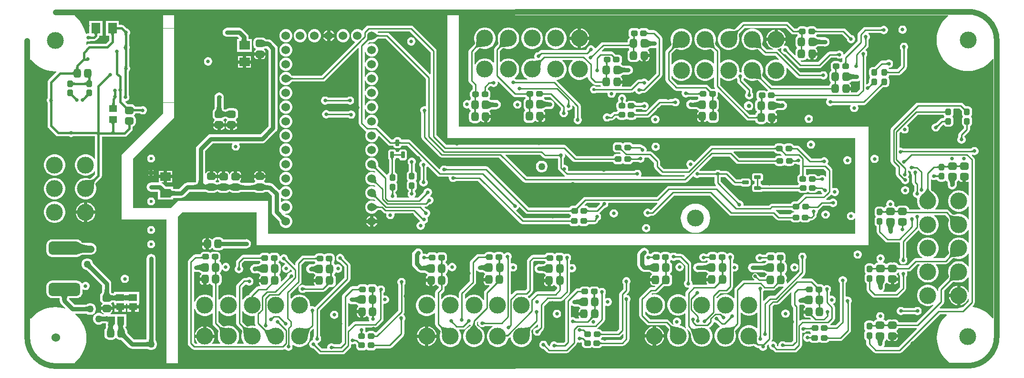
<source format=gbl>
G04*
G04 #@! TF.GenerationSoftware,Altium Limited,Altium Designer,22.8.2 (66)*
G04*
G04 Layer_Physical_Order=4*
G04 Layer_Color=16711680*
%FSLAX44Y44*%
%MOMM*%
G71*
G04*
G04 #@! TF.SameCoordinates,3B6084FD-5DD7-4A75-9D95-E8563ACB50C0*
G04*
G04*
G04 #@! TF.FilePolarity,Positive*
G04*
G01*
G75*
%ADD13C,0.2540*%
%ADD18C,1.0000*%
%ADD19C,0.0254*%
%ADD20C,0.0500*%
G04:AMPARAMS|DCode=26|XSize=1.3mm|YSize=1.5001mm|CornerRadius=0.325mm|HoleSize=0mm|Usage=FLASHONLY|Rotation=180.000|XOffset=0mm|YOffset=0mm|HoleType=Round|Shape=RoundedRectangle|*
%AMROUNDEDRECTD26*
21,1,1.3000,0.8501,0,0,180.0*
21,1,0.6500,1.5001,0,0,180.0*
1,1,0.6500,-0.3250,0.4251*
1,1,0.6500,0.3250,0.4251*
1,1,0.6500,0.3250,-0.4251*
1,1,0.6500,-0.3250,-0.4251*
%
%ADD26ROUNDEDRECTD26*%
G04:AMPARAMS|DCode=27|XSize=1.3mm|YSize=1.5001mm|CornerRadius=0.325mm|HoleSize=0mm|Usage=FLASHONLY|Rotation=90.000|XOffset=0mm|YOffset=0mm|HoleType=Round|Shape=RoundedRectangle|*
%AMROUNDEDRECTD27*
21,1,1.3000,0.8501,0,0,90.0*
21,1,0.6500,1.5001,0,0,90.0*
1,1,0.6500,0.4251,0.3250*
1,1,0.6500,0.4251,-0.3250*
1,1,0.6500,-0.4251,-0.3250*
1,1,0.6500,-0.4251,0.3250*
%
%ADD27ROUNDEDRECTD27*%
G04:AMPARAMS|DCode=28|XSize=1mm|YSize=1.15mm|CornerRadius=0.25mm|HoleSize=0mm|Usage=FLASHONLY|Rotation=0.000|XOffset=0mm|YOffset=0mm|HoleType=Round|Shape=RoundedRectangle|*
%AMROUNDEDRECTD28*
21,1,1.0000,0.6500,0,0,0.0*
21,1,0.5000,1.1500,0,0,0.0*
1,1,0.5000,0.2500,-0.3250*
1,1,0.5000,-0.2500,-0.3250*
1,1,0.5000,-0.2500,0.3250*
1,1,0.5000,0.2500,0.3250*
%
%ADD28ROUNDEDRECTD28*%
G04:AMPARAMS|DCode=29|XSize=1mm|YSize=1.15mm|CornerRadius=0.25mm|HoleSize=0mm|Usage=FLASHONLY|Rotation=270.000|XOffset=0mm|YOffset=0mm|HoleType=Round|Shape=RoundedRectangle|*
%AMROUNDEDRECTD29*
21,1,1.0000,0.6500,0,0,270.0*
21,1,0.5000,1.1500,0,0,270.0*
1,1,0.5000,-0.3250,-0.2500*
1,1,0.5000,-0.3250,0.2500*
1,1,0.5000,0.3250,0.2500*
1,1,0.5000,0.3250,-0.2500*
%
%ADD29ROUNDEDRECTD29*%
G04:AMPARAMS|DCode=31|XSize=1.15mm|YSize=0.6mm|CornerRadius=0.075mm|HoleSize=0mm|Usage=FLASHONLY|Rotation=0.000|XOffset=0mm|YOffset=0mm|HoleType=Round|Shape=RoundedRectangle|*
%AMROUNDEDRECTD31*
21,1,1.1500,0.4500,0,0,0.0*
21,1,1.0000,0.6000,0,0,0.0*
1,1,0.1500,0.5000,-0.2250*
1,1,0.1500,-0.5000,-0.2250*
1,1,0.1500,-0.5000,0.2250*
1,1,0.1500,0.5000,0.2250*
%
%ADD31ROUNDEDRECTD31*%
G04:AMPARAMS|DCode=32|XSize=1.15mm|YSize=0.6mm|CornerRadius=0.075mm|HoleSize=0mm|Usage=FLASHONLY|Rotation=270.000|XOffset=0mm|YOffset=0mm|HoleType=Round|Shape=RoundedRectangle|*
%AMROUNDEDRECTD32*
21,1,1.1500,0.4500,0,0,270.0*
21,1,1.0000,0.6000,0,0,270.0*
1,1,0.1500,-0.2250,-0.5000*
1,1,0.1500,-0.2250,0.5000*
1,1,0.1500,0.2250,0.5000*
1,1,0.1500,0.2250,-0.5000*
%
%ADD32ROUNDEDRECTD32*%
%ADD36R,1.8582X1.5057*%
%ADD37R,1.4500X1.3000*%
%ADD38R,1.3000X1.4500*%
%ADD76C,0.3810*%
%ADD77C,0.8000*%
%ADD78C,1.2700*%
%ADD80C,1.5300*%
%ADD81C,0.6000*%
%ADD82C,3.0000*%
%ADD83C,1.5240*%
%ADD84C,0.6600*%
%ADD85C,1.2700*%
%ADD86C,0.5500*%
%ADD99R,1.4621X1.2081*%
G04:AMPARAMS|DCode=100|XSize=2.3mm|YSize=5.6mm|CornerRadius=0.575mm|HoleSize=0mm|Usage=FLASHONLY|Rotation=270.000|XOffset=0mm|YOffset=0mm|HoleType=Round|Shape=RoundedRectangle|*
%AMROUNDEDRECTD100*
21,1,2.3000,4.4500,0,0,270.0*
21,1,1.1500,5.6000,0,0,270.0*
1,1,1.1500,-2.2250,-0.5750*
1,1,1.1500,-2.2250,0.5750*
1,1,1.1500,2.2250,0.5750*
1,1,1.1500,2.2250,-0.5750*
%
%ADD100ROUNDEDRECTD100*%
%ADD101R,1.5057X1.8582*%
G36*
X157874Y604412D02*
X157989Y604088D01*
X158181Y603802D01*
X158450Y603555D01*
X158796Y603345D01*
X159218Y603174D01*
X159718Y603040D01*
X160294Y602945D01*
X160947Y602888D01*
X161676Y602869D01*
Y599059D01*
X160947Y599040D01*
X160294Y598983D01*
X159718Y598887D01*
X159218Y598754D01*
X158796Y598583D01*
X158450Y598373D01*
X158181Y598125D01*
X157989Y597840D01*
X157874Y597516D01*
X157836Y597154D01*
Y604774D01*
X157874Y604412D01*
D02*
G37*
G36*
X172549Y597738D02*
X173246Y597128D01*
X173446Y596979D01*
X173631Y596858D01*
X173799Y596763D01*
X173953Y596696D01*
X174090Y596656D01*
X174211Y596644D01*
X170944Y593377D01*
X170932Y593498D01*
X170892Y593635D01*
X170825Y593788D01*
X170730Y593957D01*
X170609Y594142D01*
X170460Y594342D01*
X170080Y594791D01*
X169592Y595302D01*
X172286Y597996D01*
X172549Y597738D01*
D02*
G37*
G36*
X176366Y590816D02*
X176276Y590722D01*
X176196Y590598D01*
X176126Y590443D01*
X176064Y590257D01*
X176013Y590042D01*
X175970Y589795D01*
X175914Y589212D01*
X175900Y588874D01*
X175895Y588507D01*
X172085Y588868D01*
X172082Y589239D01*
X172004Y590410D01*
X171968Y590625D01*
X171926Y590808D01*
X171877Y590961D01*
X171821Y591082D01*
X171759Y591172D01*
X176366Y590816D01*
D02*
G37*
G36*
X153816Y591665D02*
X153492Y591551D01*
X153206Y591361D01*
X152959Y591094D01*
X152749Y590751D01*
X152578Y590332D01*
X152444Y589837D01*
X152349Y589265D01*
X152292Y588617D01*
X152273Y587893D01*
X148463D01*
X148444Y588617D01*
X148387Y589265D01*
X148292Y589837D01*
X148158Y590332D01*
X147987Y590751D01*
X147777Y591094D01*
X147529Y591361D01*
X147244Y591551D01*
X146920Y591665D01*
X146558Y591703D01*
X154178D01*
X153816Y591665D01*
D02*
G37*
G36*
X124291D02*
X123967Y591551D01*
X123682Y591361D01*
X123434Y591094D01*
X123224Y590751D01*
X123053Y590332D01*
X122920Y589837D01*
X122824Y589265D01*
X122767Y588617D01*
X122748Y587893D01*
X118938D01*
X118919Y588617D01*
X118862Y589265D01*
X118767Y589837D01*
X118633Y590332D01*
X118462Y590751D01*
X118252Y591094D01*
X118005Y591361D01*
X117719Y591551D01*
X117395Y591665D01*
X117033Y591703D01*
X124653D01*
X124291Y591665D01*
D02*
G37*
G36*
X109639Y586941D02*
X109764Y586872D01*
X109920Y586811D01*
X110106Y586759D01*
X110323Y586714D01*
X110570Y586678D01*
X111155Y586629D01*
X111863Y586613D01*
Y582803D01*
X111494Y582799D01*
X110570Y582738D01*
X110323Y582702D01*
X110106Y582657D01*
X109920Y582604D01*
X109764Y582544D01*
X109639Y582475D01*
X109545Y582398D01*
Y587018D01*
X109639Y586941D01*
D02*
G37*
G36*
X175895Y571404D02*
X175898Y571033D01*
X175976Y569862D01*
X176012Y569647D01*
X176054Y569464D01*
X176103Y569311D01*
X176159Y569190D01*
X176221Y569100D01*
X171614Y569455D01*
X171704Y569550D01*
X171784Y569674D01*
X171854Y569829D01*
X171915Y570015D01*
X171967Y570230D01*
X172010Y570477D01*
X172066Y571060D01*
X172080Y571398D01*
X172085Y571765D01*
X175895Y571404D01*
D02*
G37*
G36*
X176123Y564628D02*
X176064Y564505D01*
X176013Y564352D01*
X175969Y564167D01*
X175931Y563952D01*
X175876Y563428D01*
X175849Y562781D01*
X175846Y562410D01*
X172036Y562120D01*
X172031Y562488D01*
X171962Y563409D01*
X171921Y563656D01*
X171870Y563872D01*
X171811Y564058D01*
X171742Y564213D01*
X171664Y564338D01*
X171576Y564433D01*
X176188Y564719D01*
X176123Y564628D01*
D02*
G37*
G36*
X160729Y557365D02*
X160660Y557240D01*
X160599Y557084D01*
X160547Y556898D01*
X160502Y556681D01*
X160466Y556434D01*
X160417Y555849D01*
X160401Y555141D01*
X156591D01*
X156587Y555510D01*
X156526Y556434D01*
X156490Y556681D01*
X156445Y556898D01*
X156392Y557084D01*
X156332Y557240D01*
X156263Y557365D01*
X156186Y557459D01*
X160806D01*
X160729Y557365D01*
D02*
G37*
G36*
X175850Y533776D02*
X175919Y532855D01*
X175960Y532608D01*
X176011Y532392D01*
X176070Y532206D01*
X176139Y532051D01*
X176217Y531926D01*
X176304Y531831D01*
X171693Y531545D01*
X171758Y531636D01*
X171817Y531759D01*
X171868Y531912D01*
X171912Y532097D01*
X171950Y532312D01*
X172005Y532836D01*
X172032Y533483D01*
X172036Y533854D01*
X175846Y534144D01*
X175850Y533776D01*
D02*
G37*
G36*
X89572Y531510D02*
X89629Y530845D01*
X89725Y530258D01*
X89858Y529749D01*
X90029Y529319D01*
X90238Y528966D01*
X90485Y528692D01*
X90770Y528497D01*
X91093Y528379D01*
X91454Y528340D01*
X83842D01*
X84204Y528379D01*
X84527Y528497D01*
X84812Y528692D01*
X85059Y528966D01*
X85268Y529319D01*
X85439Y529749D01*
X85572Y530258D01*
X85667Y530845D01*
X85724Y531510D01*
X85743Y532254D01*
X89553D01*
X89572Y531510D01*
D02*
G37*
G36*
X176105Y526681D02*
X176008Y526590D01*
X175920Y526468D01*
X175843Y526316D01*
X175776Y526133D01*
X175720Y525919D01*
X175674Y525674D01*
X175638Y525399D01*
X175597Y524757D01*
X175592Y524390D01*
X171782Y525053D01*
X171779Y525425D01*
X171691Y526803D01*
X171658Y526982D01*
X171621Y527128D01*
X171578Y527242D01*
X171530Y527323D01*
X176105Y526681D01*
D02*
G37*
G36*
X81182Y517136D02*
X81143Y517498D01*
X81028Y517822D01*
X80836Y518107D01*
X80567Y518355D01*
X80222Y518565D01*
X79799Y518736D01*
X79300Y518870D01*
X78724Y518965D01*
X78071Y519022D01*
X77341Y519041D01*
Y522851D01*
X78071Y522870D01*
X78724Y522927D01*
X79300Y523022D01*
X79799Y523156D01*
X80222Y523327D01*
X80567Y523537D01*
X80836Y523784D01*
X81028Y524070D01*
X81143Y524394D01*
X81182Y524756D01*
Y517136D01*
D02*
G37*
G36*
X145912Y514883D02*
X145780Y514884D01*
X145633Y514856D01*
X145472Y514800D01*
X145296Y514715D01*
X145106Y514601D01*
X144901Y514459D01*
X144681Y514288D01*
X144199Y513862D01*
X143935Y513605D01*
X141605Y516663D01*
X141866Y516928D01*
X142772Y517977D01*
X142874Y518132D01*
X142949Y518269D01*
X142998Y518387D01*
X143020Y518486D01*
X145912Y514883D01*
D02*
G37*
G36*
X112409Y514648D02*
X112139Y514204D01*
X111902Y513740D01*
X111695Y513254D01*
X111521Y512748D01*
X111378Y512222D01*
X111268Y511675D01*
X111188Y511107D01*
X111174Y510923D01*
X111201Y510579D01*
X111295Y509940D01*
X111427Y509386D01*
X111597Y508918D01*
X111805Y508535D01*
X112050Y508237D01*
X112333Y508024D01*
X112654Y507896D01*
X113013Y507853D01*
X105427D01*
X105786Y507896D01*
X106107Y508024D01*
X106390Y508237D01*
X106635Y508535D01*
X106843Y508918D01*
X107013Y509386D01*
X107145Y509940D01*
X107240Y510579D01*
X107262Y510866D01*
X107239Y511154D01*
X107143Y511771D01*
X107010Y512295D01*
X106839Y512726D01*
X106629Y513064D01*
X106382Y513307D01*
X106096Y513458D01*
X105772Y513515D01*
X105410Y513479D01*
X112710Y515072D01*
X112409Y514648D01*
D02*
G37*
G36*
X104343Y498730D02*
X104304Y499091D01*
X104185Y499414D01*
X103988Y499698D01*
X103711Y499945D01*
X103356Y500154D01*
X102921Y500325D01*
X102407Y500458D01*
X101815Y500553D01*
X101143Y500610D01*
X100392Y500629D01*
Y504439D01*
X101143Y504458D01*
X101815Y504515D01*
X102407Y504610D01*
X102921Y504743D01*
X103356Y504914D01*
X103711Y505123D01*
X103988Y505369D01*
X104185Y505654D01*
X104304Y505977D01*
X104343Y506338D01*
Y498730D01*
D02*
G37*
G36*
X80100Y505977D02*
X80219Y505654D01*
X80416Y505369D01*
X80693Y505123D01*
X81048Y504914D01*
X81483Y504743D01*
X81997Y504610D01*
X82589Y504515D01*
X83261Y504458D01*
X84012Y504439D01*
Y500629D01*
X83261Y500610D01*
X82589Y500553D01*
X81997Y500458D01*
X81483Y500325D01*
X81048Y500154D01*
X80693Y499945D01*
X80416Y499698D01*
X80219Y499414D01*
X80100Y499091D01*
X80061Y498730D01*
Y506338D01*
X80100Y505977D01*
D02*
G37*
G36*
X165993Y495542D02*
X166054Y494618D01*
X166090Y494371D01*
X166135Y494154D01*
X166187Y493968D01*
X166248Y493812D01*
X166317Y493687D01*
X166394Y493593D01*
X161774D01*
X161851Y493687D01*
X161920Y493812D01*
X161980Y493968D01*
X162033Y494154D01*
X162078Y494371D01*
X162114Y494618D01*
X162163Y495203D01*
X162179Y495911D01*
X165989D01*
X165993Y495542D01*
D02*
G37*
G36*
X166317Y488785D02*
X166248Y488660D01*
X166187Y488504D01*
X166135Y488318D01*
X166090Y488101D01*
X166054Y487854D01*
X166005Y487269D01*
X165989Y486561D01*
X162179D01*
X162175Y486930D01*
X162114Y487854D01*
X162078Y488101D01*
X162033Y488318D01*
X161980Y488504D01*
X161920Y488660D01*
X161851Y488785D01*
X161774Y488879D01*
X166394D01*
X166317Y488785D01*
D02*
G37*
G36*
X156855Y488466D02*
X156799Y488345D01*
X156750Y488192D01*
X156708Y488009D01*
X156672Y487794D01*
X156620Y487271D01*
X156594Y486623D01*
X156591Y486252D01*
X152781Y485891D01*
X152776Y486258D01*
X152706Y487179D01*
X152663Y487425D01*
X152612Y487641D01*
X152550Y487827D01*
X152480Y487982D01*
X152400Y488106D01*
X152310Y488200D01*
X156917Y488556D01*
X156855Y488466D01*
D02*
G37*
G36*
X156596Y483514D02*
X156666Y482593D01*
X156709Y482346D01*
X156761Y482131D01*
X156822Y481945D01*
X156892Y481790D01*
X156972Y481666D01*
X157062Y481572D01*
X152455Y481216D01*
X152517Y481306D01*
X152573Y481427D01*
X152621Y481580D01*
X152664Y481763D01*
X152700Y481978D01*
X152752Y482501D01*
X152778Y483149D01*
X152781Y483520D01*
X156591Y483881D01*
X156596Y483514D01*
D02*
G37*
G36*
X175592Y482819D02*
X175594Y482447D01*
X175682Y481069D01*
X175715Y480890D01*
X175753Y480744D01*
X175795Y480630D01*
X175843Y480549D01*
X171268Y481191D01*
X171365Y481282D01*
X171453Y481404D01*
X171530Y481556D01*
X171597Y481739D01*
X171653Y481953D01*
X171699Y482198D01*
X171735Y482473D01*
X171776Y483115D01*
X171782Y483482D01*
X175592Y482819D01*
D02*
G37*
G36*
X109226Y480297D02*
X108949Y480526D01*
X108615Y480644D01*
X108223Y480652D01*
X107773Y480548D01*
X107266Y480334D01*
X106702Y480010D01*
X106080Y479574D01*
X105400Y479028D01*
X103869Y477603D01*
X101508Y480630D01*
X102249Y481398D01*
X103419Y482781D01*
X103848Y483396D01*
X104172Y483960D01*
X104392Y484473D01*
X104509Y484936D01*
X104521Y485348D01*
X104429Y485708D01*
X104233Y486018D01*
X109226Y480297D01*
D02*
G37*
G36*
X79975Y485708D02*
X79883Y485348D01*
X79895Y484936D01*
X80012Y484473D01*
X80232Y483960D01*
X80556Y483396D01*
X80985Y482781D01*
X81518Y482115D01*
X82896Y480630D01*
X80535Y477603D01*
X79740Y478371D01*
X78324Y479574D01*
X77702Y480010D01*
X77138Y480334D01*
X76631Y480548D01*
X76181Y480652D01*
X75789Y480644D01*
X75455Y480526D01*
X75178Y480297D01*
X80171Y486018D01*
X79975Y485708D01*
D02*
G37*
G36*
X43057Y477254D02*
X43118Y476330D01*
X43154Y476083D01*
X43199Y475866D01*
X43252Y475680D01*
X43312Y475524D01*
X43381Y475399D01*
X43458Y475305D01*
X38838D01*
X38915Y475399D01*
X38984Y475524D01*
X39044Y475680D01*
X39097Y475866D01*
X39142Y476083D01*
X39178Y476330D01*
X39227Y476915D01*
X39243Y477623D01*
X43053D01*
X43057Y477254D01*
D02*
G37*
G36*
X101680Y475414D02*
X101423Y475151D01*
X100812Y474454D01*
X100663Y474254D01*
X100541Y474069D01*
X100447Y473900D01*
X100380Y473747D01*
X100340Y473610D01*
X100328Y473489D01*
X97061Y476756D01*
X97182Y476768D01*
X97319Y476808D01*
X97472Y476875D01*
X97641Y476970D01*
X97826Y477091D01*
X98026Y477240D01*
X98475Y477620D01*
X98986Y478108D01*
X101680Y475414D01*
D02*
G37*
G36*
X85681Y477850D02*
X86378Y477240D01*
X86578Y477091D01*
X86763Y476970D01*
X86932Y476875D01*
X87085Y476808D01*
X87222Y476768D01*
X87343Y476756D01*
X84076Y473489D01*
X84064Y473610D01*
X84024Y473747D01*
X83957Y473900D01*
X83862Y474069D01*
X83741Y474254D01*
X83592Y474454D01*
X83212Y474903D01*
X82724Y475414D01*
X85418Y478108D01*
X85681Y477850D01*
D02*
G37*
G36*
X43381Y470497D02*
X43312Y470372D01*
X43252Y470216D01*
X43199Y470030D01*
X43154Y469813D01*
X43118Y469566D01*
X43064Y468745D01*
X43053Y468273D01*
X39243D01*
X39232Y468745D01*
X39178Y469566D01*
X39142Y469813D01*
X39097Y470030D01*
X39044Y470216D01*
X38984Y470372D01*
X38915Y470497D01*
X38838Y470591D01*
X43458D01*
X43381Y470497D01*
D02*
G37*
G36*
X153816Y467534D02*
X153873Y466881D01*
X153968Y466306D01*
X154102Y465806D01*
X154273Y465384D01*
X154483Y465038D01*
X154730Y464769D01*
X155016Y464577D01*
X155340Y464462D01*
X155702Y464424D01*
X148082D01*
X148444Y464462D01*
X148768Y464577D01*
X149053Y464769D01*
X149301Y465038D01*
X149511Y465384D01*
X149682Y465806D01*
X149816Y466306D01*
X149911Y466881D01*
X149968Y467534D01*
X149987Y468264D01*
X153797D01*
X153816Y467534D01*
D02*
G37*
G36*
X173631Y463549D02*
X175010Y462384D01*
X175622Y461958D01*
X176183Y461637D01*
X176692Y461421D01*
X177150Y461309D01*
X177556Y461302D01*
X177911Y461400D01*
X178215Y461602D01*
X172627Y456475D01*
X172850Y456758D01*
X172966Y457095D01*
X172973Y457487D01*
X172872Y457935D01*
X172663Y458437D01*
X172345Y458994D01*
X171920Y459606D01*
X171386Y460273D01*
X169993Y461772D01*
X172864Y464289D01*
X173631Y463549D01*
D02*
G37*
G36*
X1662303Y459009D02*
X1663183Y458270D01*
X1663567Y458009D01*
X1663913Y457822D01*
X1664222Y457708D01*
X1664493Y457666D01*
X1664726Y457698D01*
X1664922Y457802D01*
X1665080Y457979D01*
X1662269Y453668D01*
X1662371Y453901D01*
X1662400Y454172D01*
X1662355Y454481D01*
X1662237Y454829D01*
X1662045Y455215D01*
X1661780Y455640D01*
X1661440Y456103D01*
X1661028Y456604D01*
X1659981Y457721D01*
X1661807Y459487D01*
X1662303Y459009D01*
D02*
G37*
G36*
X201532Y453248D02*
X201442Y453348D01*
X201321Y453437D01*
X201169Y453515D01*
X200987Y453583D01*
X200774Y453640D01*
X200530Y453687D01*
X200255Y453724D01*
X199613Y453766D01*
X199246Y453771D01*
X199985Y457581D01*
X200358Y457583D01*
X201732Y457665D01*
X201909Y457695D01*
X202053Y457730D01*
X202164Y457769D01*
X202243Y457813D01*
X201532Y453248D01*
D02*
G37*
G36*
X187396Y459115D02*
X187525Y458793D01*
X187733Y458509D01*
X188020Y458263D01*
X188386Y458054D01*
X188831Y457884D01*
X189356Y457751D01*
X189959Y457657D01*
X190641Y457600D01*
X191402Y457581D01*
Y453771D01*
X190662Y453752D01*
X190001Y453695D01*
X189420Y453600D01*
X188917Y453467D01*
X188493Y453296D01*
X188148Y453087D01*
X187882Y452840D01*
X187696Y452554D01*
X187588Y452231D01*
X187559Y451870D01*
X187345Y459474D01*
X187396Y459115D01*
D02*
G37*
G36*
X1629249Y449702D02*
X1629223Y449943D01*
X1629146Y450159D01*
X1629017Y450350D01*
X1628837Y450515D01*
X1628606Y450654D01*
X1628323Y450769D01*
X1627989Y450858D01*
X1627603Y450921D01*
X1627166Y450959D01*
X1626678Y450972D01*
Y453512D01*
X1627166Y453525D01*
X1627603Y453563D01*
X1627989Y453626D01*
X1628323Y453715D01*
X1628606Y453829D01*
X1628837Y453969D01*
X1629017Y454134D01*
X1629146Y454325D01*
X1629223Y454541D01*
X1629249Y454782D01*
Y449702D01*
D02*
G37*
G36*
X240284Y449580D02*
X166624Y375920D01*
Y260604D01*
X245872D01*
Y5373D01*
X83879D01*
X83401Y6643D01*
X87934Y10618D01*
X92711Y16066D01*
X96736Y22090D01*
X99940Y28588D01*
X102269Y35448D01*
X103683Y42554D01*
X104157Y49784D01*
X103683Y57014D01*
X102269Y64120D01*
X99940Y70980D01*
X96736Y77478D01*
X92711Y83502D01*
X87934Y88950D01*
X84065Y92342D01*
X84512Y93531D01*
X104176D01*
X104389Y93318D01*
X106749Y91955D01*
X109381Y91250D01*
X112107D01*
X114739Y91955D01*
X117099Y93318D01*
X119026Y95245D01*
X120389Y97605D01*
X121094Y100237D01*
Y102963D01*
X120389Y105595D01*
X119026Y107955D01*
X117099Y109882D01*
X114739Y111245D01*
X112107Y111950D01*
X109381D01*
X106749Y111245D01*
X104389Y109882D01*
X104176Y109669D01*
X83098D01*
X73093Y119674D01*
Y121220D01*
X87274D01*
X89819Y121555D01*
X92191Y122537D01*
X94228Y124100D01*
X95791Y126137D01*
X96773Y128509D01*
X97108Y131054D01*
Y136316D01*
X98378Y136765D01*
X99798Y135946D01*
X101655Y135448D01*
X103577D01*
X105434Y135946D01*
X107098Y136907D01*
X108457Y138266D01*
X109418Y139930D01*
X109916Y141787D01*
Y143709D01*
X109418Y145566D01*
X108457Y147230D01*
X107098Y148589D01*
X105434Y149551D01*
X103577Y150048D01*
X101655D01*
X99798Y149551D01*
X98134Y148589D01*
X97121Y147577D01*
X96492Y147527D01*
X95893Y147601D01*
X95595Y147726D01*
X94228Y149508D01*
X92191Y151071D01*
X89819Y152053D01*
X87274Y152388D01*
X42774D01*
X40229Y152053D01*
X37857Y151071D01*
X35820Y149508D01*
X34257Y147471D01*
X33275Y145099D01*
X32940Y142554D01*
Y131054D01*
X33275Y128509D01*
X34257Y126137D01*
X35820Y124100D01*
X37857Y122537D01*
X40229Y121555D01*
X42774Y121220D01*
X56955D01*
Y116332D01*
X57230Y114244D01*
X58036Y112297D01*
X59318Y110626D01*
X66509Y103435D01*
X65839Y102357D01*
X63104Y103285D01*
X55998Y104699D01*
X48768Y105173D01*
X41538Y104699D01*
X34432Y103285D01*
X27572Y100956D01*
X21074Y97752D01*
X15050Y93727D01*
X9602Y88950D01*
X5627Y84417D01*
X4357Y84895D01*
Y544517D01*
X5627Y544995D01*
X9602Y540462D01*
X15050Y535685D01*
X21074Y531660D01*
X27572Y528456D01*
X34432Y526127D01*
X41538Y524713D01*
X48768Y524239D01*
X50343Y524343D01*
X50867Y523186D01*
X36891Y509209D01*
X35586Y507256D01*
X35127Y504952D01*
Y477120D01*
X34346Y475766D01*
X33848Y473909D01*
Y471987D01*
X34346Y470130D01*
X35127Y468776D01*
Y427736D01*
X35586Y425432D01*
X36891Y423479D01*
X49591Y410779D01*
X51544Y409474D01*
X53848Y409015D01*
X72536D01*
X73890Y408233D01*
X75747Y407736D01*
X77669D01*
X79526Y408233D01*
X80440Y408761D01*
X119455D01*
Y369095D01*
X118185Y368710D01*
X117374Y369924D01*
X114728Y372570D01*
X111616Y374650D01*
X108158Y376082D01*
X104487Y376812D01*
X100745D01*
X97074Y376082D01*
X93616Y374650D01*
X90504Y372570D01*
X87858Y369924D01*
X85778Y366812D01*
X84346Y363354D01*
X83616Y359683D01*
Y355941D01*
X84346Y352270D01*
X85778Y348812D01*
X87858Y345700D01*
X90504Y343054D01*
X93616Y340974D01*
X97074Y339542D01*
X100745Y338812D01*
X104487D01*
X108158Y339542D01*
X111616Y340974D01*
X114728Y343054D01*
X117374Y345700D01*
X118185Y346914D01*
X119455Y346529D01*
Y341166D01*
X111807Y333517D01*
X110745Y333329D01*
X110095Y333279D01*
X108158Y334082D01*
X104487Y334812D01*
X100745D01*
X97074Y334082D01*
X93616Y332650D01*
X90504Y330570D01*
X87858Y327924D01*
X85778Y324812D01*
X84346Y321354D01*
X83616Y317683D01*
Y313941D01*
X84346Y310270D01*
X85778Y306812D01*
X87858Y303700D01*
X90504Y301054D01*
X93616Y298974D01*
X97074Y297542D01*
X100745Y296812D01*
X104487D01*
X108158Y297542D01*
X111616Y298974D01*
X114728Y301054D01*
X117374Y303700D01*
X119454Y306812D01*
X120886Y310270D01*
X121616Y313941D01*
Y317683D01*
X120886Y321354D01*
X120058Y323352D01*
X120124Y323894D01*
X120321Y325003D01*
X129733Y334415D01*
X131038Y336368D01*
X131497Y338672D01*
Y407999D01*
X171704D01*
X174008Y408458D01*
X175961Y409763D01*
X184597Y418399D01*
X185902Y420352D01*
X186361Y422656D01*
Y425874D01*
X188001Y426554D01*
X189515Y427716D01*
X190678Y429230D01*
X191408Y430994D01*
X191657Y432887D01*
Y439386D01*
X191408Y441279D01*
X190678Y443043D01*
X189515Y444557D01*
X188937Y445001D01*
Y446271D01*
X189515Y446715D01*
X190678Y448229D01*
X191268Y449655D01*
X199405D01*
X199734Y449327D01*
X201398Y448366D01*
X203255Y447868D01*
X205177D01*
X207034Y448366D01*
X208698Y449327D01*
X210057Y450686D01*
X211019Y452350D01*
X211516Y454207D01*
Y456129D01*
X211019Y457986D01*
X210057Y459650D01*
X208698Y461009D01*
X207034Y461970D01*
X205177Y462468D01*
X203255D01*
X201398Y461970D01*
X200924Y461697D01*
X190820D01*
X190678Y462042D01*
X189515Y463556D01*
X188001Y464718D01*
X186237Y465449D01*
X184345Y465698D01*
X177276D01*
X173008Y469966D01*
X173534Y471236D01*
X174189D01*
X176046Y471734D01*
X177710Y472695D01*
X179069Y474054D01*
X180030Y475718D01*
X180528Y477575D01*
Y479497D01*
X180030Y481354D01*
X179707Y481914D01*
Y524575D01*
X179986Y524854D01*
X180947Y526518D01*
X181445Y528375D01*
Y530297D01*
X180947Y532154D01*
X179986Y533818D01*
X179961Y533843D01*
Y563110D01*
X180539Y564110D01*
X181036Y565967D01*
Y567889D01*
X180539Y569746D01*
X180011Y570660D01*
Y588787D01*
X180085Y588862D01*
X181047Y590526D01*
X181544Y592383D01*
Y594305D01*
X181047Y596162D01*
X180085Y597826D01*
X178726Y599185D01*
X177062Y600146D01*
X175551Y600551D01*
X170881Y605221D01*
X168928Y606526D01*
X166624Y606985D01*
X161897D01*
Y614255D01*
X138839D01*
Y587673D01*
X144347D01*
Y579074D01*
X138730Y573457D01*
X109220D01*
X106916Y572998D01*
X104963Y571693D01*
X104737Y571467D01*
X103617Y572066D01*
X103683Y572398D01*
X103967Y576736D01*
X105300Y577656D01*
X106227Y577408D01*
X108149D01*
X110006Y577906D01*
X111360Y578687D01*
X117856D01*
X120160Y579146D01*
X122113Y580451D01*
X125100Y583438D01*
X126405Y585391D01*
X126859Y587673D01*
X132372D01*
Y614255D01*
X109314D01*
Y592739D01*
X108307Y591966D01*
X108149Y592008D01*
X106227D01*
X104370Y591511D01*
X103868Y591220D01*
X102711Y591744D01*
X102269Y593964D01*
X99940Y600824D01*
X96736Y607322D01*
X92711Y613346D01*
X87934Y618794D01*
X82822Y623277D01*
X83261Y624547D01*
X240284D01*
X240284Y449580D01*
D02*
G37*
G36*
X1629249Y433202D02*
X1629223Y433443D01*
X1629146Y433659D01*
X1629017Y433850D01*
X1628837Y434015D01*
X1628606Y434155D01*
X1628323Y434269D01*
X1627989Y434358D01*
X1627603Y434421D01*
X1627166Y434459D01*
X1626678Y434472D01*
Y437012D01*
X1627166Y437025D01*
X1627603Y437063D01*
X1627989Y437126D01*
X1628323Y437215D01*
X1628606Y437329D01*
X1628837Y437469D01*
X1629017Y437634D01*
X1629146Y437825D01*
X1629223Y438041D01*
X1629249Y438282D01*
Y433202D01*
D02*
G37*
G36*
X154832Y432386D02*
X154508Y432271D01*
X154222Y432079D01*
X153975Y431810D01*
X153765Y431464D01*
X153594Y431042D01*
X153460Y430542D01*
X153365Y429966D01*
X153308Y429314D01*
X153289Y428584D01*
X149479D01*
X149460Y429314D01*
X149403Y429966D01*
X149307Y430542D01*
X149174Y431042D01*
X149003Y431464D01*
X148793Y431810D01*
X148546Y432079D01*
X148260Y432271D01*
X147936Y432386D01*
X147574Y432424D01*
X155194D01*
X154832Y432386D01*
D02*
G37*
G36*
X1669550Y429986D02*
X1669335Y429909D01*
X1669145Y429780D01*
X1668981Y429599D01*
X1668842Y429367D01*
X1668728Y429084D01*
X1668640Y428749D01*
X1668577Y428362D01*
X1668539Y427924D01*
X1668526Y427434D01*
X1665986D01*
X1665973Y427924D01*
X1665935Y428362D01*
X1665872Y428749D01*
X1665784Y429084D01*
X1665670Y429367D01*
X1665531Y429599D01*
X1665367Y429780D01*
X1665177Y429909D01*
X1664962Y429986D01*
X1664722Y430012D01*
X1669790D01*
X1669550Y429986D01*
D02*
G37*
G36*
X183788Y429631D02*
X183464Y429516D01*
X183178Y429324D01*
X182931Y429055D01*
X182721Y428710D01*
X182550Y428287D01*
X182416Y427788D01*
X182321Y427212D01*
X182264Y426559D01*
X182245Y425829D01*
X178435D01*
X178416Y426559D01*
X178359Y427212D01*
X178263Y427788D01*
X178130Y428287D01*
X177959Y428710D01*
X177749Y429055D01*
X177502Y429324D01*
X177216Y429516D01*
X176892Y429631D01*
X176530Y429670D01*
X184150D01*
X183788Y429631D01*
D02*
G37*
G36*
X1616336Y427344D02*
X1616114Y427108D01*
X1615916Y426866D01*
X1615742Y426618D01*
X1615592Y426364D01*
X1615465Y426105D01*
X1615361Y425840D01*
X1615281Y425569D01*
X1615225Y425292D01*
X1615193Y425009D01*
X1615184Y424721D01*
X1611917Y427988D01*
X1612205Y427997D01*
X1612488Y428029D01*
X1612765Y428085D01*
X1613036Y428165D01*
X1613301Y428269D01*
X1613560Y428396D01*
X1613814Y428546D01*
X1614062Y428721D01*
X1614304Y428918D01*
X1614540Y429140D01*
X1616336Y427344D01*
D02*
G37*
G36*
X74351Y412726D02*
X74257Y412803D01*
X74132Y412872D01*
X73976Y412933D01*
X73790Y412985D01*
X73573Y413030D01*
X73326Y413066D01*
X72741Y413115D01*
X72033Y413131D01*
Y416941D01*
X72402Y416945D01*
X73326Y417006D01*
X73573Y417042D01*
X73790Y417087D01*
X73976Y417140D01*
X74132Y417200D01*
X74257Y417269D01*
X74351Y417346D01*
Y412726D01*
D02*
G37*
G36*
X79330Y417068D02*
X79454Y416988D01*
X79609Y416918D01*
X79795Y416856D01*
X80010Y416805D01*
X80257Y416762D01*
X80840Y416706D01*
X81178Y416692D01*
X81545Y416687D01*
X81184Y412877D01*
X80813Y412874D01*
X79642Y412796D01*
X79427Y412760D01*
X79244Y412718D01*
X79091Y412669D01*
X78970Y412613D01*
X78880Y412551D01*
X79236Y417158D01*
X79330Y417068D01*
D02*
G37*
G36*
X127385Y418834D02*
X127446Y417910D01*
X127482Y417663D01*
X127527Y417446D01*
X127579Y417260D01*
X127640Y417104D01*
X127709Y416979D01*
X127786Y416885D01*
X123294D01*
X122949Y412406D01*
X122854Y412496D01*
X122730Y412576D01*
X122575Y412646D01*
X122389Y412707D01*
X122174Y412759D01*
X121927Y412802D01*
X121344Y412858D01*
X121006Y412872D01*
X120639Y412877D01*
X121000Y416687D01*
X121371Y416690D01*
X122542Y416768D01*
X122757Y416804D01*
X122940Y416847D01*
X123093Y416895D01*
X123214Y416951D01*
X123227Y416959D01*
X123243Y416979D01*
X123312Y417104D01*
X123372Y417260D01*
X123425Y417446D01*
X123470Y417663D01*
X123506Y417910D01*
X123555Y418495D01*
X123571Y419203D01*
X127381D01*
X127385Y418834D01*
D02*
G37*
G36*
X153327Y419011D02*
X153441Y418363D01*
X153632Y417792D01*
X153899Y417297D01*
X154242Y416878D01*
X154661Y416535D01*
X155156Y416268D01*
X155727Y416077D01*
X156375Y415963D01*
X157099Y415925D01*
X151384Y412115D01*
X145669Y415925D01*
X146393Y415963D01*
X147041Y416077D01*
X147612Y416268D01*
X148107Y416535D01*
X148526Y416878D01*
X148869Y417297D01*
X149136Y417792D01*
X149327Y418363D01*
X149441Y419011D01*
X149479Y419735D01*
X153289D01*
X153327Y419011D01*
D02*
G37*
G36*
X128250Y416348D02*
X128371Y416259D01*
X128523Y416181D01*
X128705Y416113D01*
X128919Y416056D01*
X129162Y416009D01*
X129437Y415972D01*
X130079Y415930D01*
X130446Y415925D01*
X129707Y412115D01*
X129334Y412113D01*
X127960Y412031D01*
X127783Y412001D01*
X127650Y411969D01*
X127640Y411952D01*
X127579Y411796D01*
X127527Y411610D01*
X127482Y411393D01*
X127446Y411146D01*
X127397Y410561D01*
X127381Y409853D01*
X123571D01*
X123567Y410222D01*
X123506Y411146D01*
X123470Y411393D01*
X123425Y411610D01*
X123372Y411796D01*
X123312Y411952D01*
X123243Y412077D01*
X123166Y412171D01*
X127494D01*
X128160Y416448D01*
X128250Y416348D01*
D02*
G37*
G36*
X1658629Y407639D02*
X1658662Y407328D01*
X1658718Y407032D01*
X1658795Y406751D01*
X1658895Y406484D01*
X1659016Y406233D01*
X1659160Y405995D01*
X1659326Y405773D01*
X1659514Y405566D01*
X1659724Y405373D01*
X1655118Y405014D01*
X1655301Y405240D01*
X1655464Y405476D01*
X1655608Y405722D01*
X1655733Y405980D01*
X1655838Y406248D01*
X1655925Y406527D01*
X1655992Y406817D01*
X1656040Y407117D01*
X1656069Y407428D01*
X1656078Y407750D01*
X1658618Y407964D01*
X1658629Y407639D01*
D02*
G37*
G36*
X1634147Y623277D02*
X1629614Y619302D01*
X1624837Y613854D01*
X1620812Y607830D01*
X1617608Y601332D01*
X1615279Y594472D01*
X1613865Y587366D01*
X1613391Y580136D01*
X1613865Y572906D01*
X1615279Y565800D01*
X1617608Y558940D01*
X1620812Y552442D01*
X1624837Y546418D01*
X1629614Y540970D01*
X1635062Y536193D01*
X1641086Y532168D01*
X1647584Y528964D01*
X1654444Y526635D01*
X1661550Y525221D01*
X1668780Y524747D01*
X1676010Y525221D01*
X1683116Y526635D01*
X1689976Y528964D01*
X1696474Y532168D01*
X1702498Y536193D01*
X1707946Y540970D01*
X1712645Y546329D01*
X1713071Y546312D01*
X1713915Y546056D01*
Y85665D01*
X1712645Y85187D01*
X1708454Y89966D01*
X1703006Y94743D01*
X1696982Y98768D01*
X1690484Y101972D01*
X1683624Y104301D01*
X1677519Y105516D01*
X1677101Y106894D01*
X1679691Y109485D01*
X1680856Y111228D01*
X1681265Y113284D01*
Y367284D01*
X1680856Y369340D01*
X1679691Y371083D01*
X1676222Y374553D01*
X1676571Y376000D01*
X1676951Y376123D01*
X1677646Y375722D01*
X1679503Y375224D01*
X1681425D01*
X1683282Y375722D01*
X1684946Y376683D01*
X1686305Y378042D01*
X1687267Y379706D01*
X1687764Y381563D01*
Y383485D01*
X1687267Y385342D01*
X1686305Y387006D01*
X1684946Y388365D01*
X1683282Y389327D01*
X1681425Y389824D01*
X1679503D01*
X1677646Y389327D01*
X1675982Y388365D01*
X1675005Y387389D01*
X1553305D01*
X1551710Y388311D01*
X1549853Y388808D01*
X1547931D01*
X1547153Y389405D01*
Y414492D01*
X1549464Y416802D01*
X1550889Y416431D01*
X1552030Y415291D01*
X1553694Y414329D01*
X1555551Y413832D01*
X1557473D01*
X1559330Y414329D01*
X1560994Y415291D01*
X1562353Y416650D01*
X1563315Y418314D01*
X1563812Y420171D01*
Y422093D01*
X1563315Y423950D01*
X1562353Y425614D01*
X1560994Y426973D01*
X1560836Y428175D01*
X1579530Y446869D01*
X1625580D01*
X1626058Y445714D01*
X1627100Y444356D01*
Y443628D01*
X1626058Y442270D01*
X1625580Y441115D01*
X1622938D01*
X1620882Y440706D01*
X1619138Y439542D01*
X1611585Y431988D01*
X1610923D01*
X1609066Y431491D01*
X1607402Y430529D01*
X1606043Y429170D01*
X1605081Y427506D01*
X1604584Y425649D01*
Y423727D01*
X1605081Y421870D01*
X1606043Y420206D01*
X1607402Y418847D01*
X1609066Y417886D01*
X1610923Y417388D01*
X1612845D01*
X1614702Y417886D01*
X1616366Y418847D01*
X1617725Y420206D01*
X1618687Y421870D01*
X1619184Y423727D01*
Y424389D01*
X1624486Y429691D01*
X1625984Y429393D01*
X1626058Y429214D01*
X1627100Y427856D01*
X1628458Y426814D01*
X1630039Y426159D01*
X1631736Y425936D01*
X1636736D01*
X1638433Y426159D01*
X1640014Y426814D01*
X1641372Y427856D01*
X1642414Y429214D01*
X1643069Y430795D01*
X1643292Y432492D01*
Y438992D01*
X1643069Y440689D01*
X1642414Y442270D01*
X1641372Y443628D01*
Y444356D01*
X1642414Y445714D01*
X1643069Y447295D01*
X1643292Y448992D01*
Y455492D01*
X1643139Y456653D01*
X1644000Y457923D01*
X1653976D01*
X1658200Y453699D01*
Y448992D01*
X1658423Y447295D01*
X1659078Y445714D01*
X1660120Y444356D01*
Y443628D01*
X1659078Y442270D01*
X1658423Y440689D01*
X1658200Y438992D01*
Y432492D01*
X1658423Y430795D01*
X1659078Y429214D01*
X1660120Y427856D01*
X1661478Y426814D01*
X1661883Y426647D01*
Y423358D01*
X1653549Y415023D01*
X1652384Y413280D01*
X1651975Y411224D01*
Y407539D01*
X1651763Y407326D01*
X1650802Y405662D01*
X1650304Y403805D01*
Y401883D01*
X1650802Y400026D01*
X1651763Y398362D01*
X1653122Y397003D01*
X1654786Y396041D01*
X1656643Y395544D01*
X1658565D01*
X1660422Y396041D01*
X1662086Y397003D01*
X1663445Y398362D01*
X1664406Y400026D01*
X1664904Y401883D01*
Y403805D01*
X1664406Y405662D01*
X1663445Y407326D01*
X1662721Y408050D01*
Y408998D01*
X1671055Y417332D01*
X1672220Y419076D01*
X1672629Y421132D01*
Y426647D01*
X1673034Y426814D01*
X1674392Y427856D01*
X1675434Y429214D01*
X1676089Y430795D01*
X1676312Y432492D01*
Y438992D01*
X1676089Y440689D01*
X1675434Y442270D01*
X1674392Y443628D01*
Y444356D01*
X1675434Y445714D01*
X1676089Y447295D01*
X1676312Y448992D01*
Y455492D01*
X1676089Y457189D01*
X1675434Y458770D01*
X1674392Y460128D01*
X1673034Y461170D01*
X1671453Y461825D01*
X1669756Y462048D01*
X1665049D01*
X1660002Y467095D01*
X1658258Y468260D01*
X1656202Y468669D01*
X1580388D01*
X1578332Y468260D01*
X1576588Y467095D01*
X1533409Y423915D01*
X1532244Y422172D01*
X1531835Y420116D01*
Y364236D01*
X1532244Y362180D01*
X1533409Y360437D01*
X1541104Y352741D01*
Y341356D01*
X1541513Y339300D01*
X1542678Y337556D01*
X1550319Y329915D01*
X1550726Y328398D01*
X1551687Y326734D01*
X1553046Y325375D01*
X1554710Y324413D01*
X1556567Y323916D01*
X1558489D01*
X1560346Y324413D01*
X1562010Y325375D01*
X1563369Y326734D01*
X1564330Y328398D01*
X1564828Y330255D01*
Y332177D01*
X1564330Y334034D01*
X1563369Y335698D01*
X1562772Y336296D01*
X1562861Y336386D01*
X1563822Y338050D01*
X1564320Y339907D01*
Y341829D01*
X1563822Y343686D01*
X1562901Y345281D01*
Y347388D01*
X1564075Y347874D01*
X1564222Y347727D01*
X1565886Y346766D01*
X1566984Y346471D01*
X1568008Y345385D01*
Y343463D01*
X1568506Y341606D01*
X1569467Y339942D01*
X1569935Y339473D01*
Y327152D01*
X1570344Y325096D01*
X1571508Y323353D01*
X1573491Y321370D01*
Y311275D01*
X1573023Y310806D01*
X1572061Y309142D01*
X1571564Y307285D01*
Y305363D01*
X1572061Y303506D01*
X1573023Y301842D01*
X1574382Y300483D01*
X1576046Y299522D01*
X1577903Y299024D01*
X1578325D01*
X1579131Y298042D01*
X1578660Y295675D01*
Y291933D01*
X1579390Y288262D01*
X1580822Y284804D01*
X1582902Y281692D01*
X1584447Y280147D01*
X1583921Y278877D01*
X1564285D01*
X1564083Y280413D01*
X1563353Y282176D01*
X1562191Y283691D01*
X1560676Y284853D01*
X1558913Y285583D01*
X1557020Y285833D01*
X1548519D01*
X1546626Y285583D01*
X1544862Y284853D01*
X1543348Y283691D01*
X1542902Y283109D01*
X1541301D01*
X1540855Y283691D01*
X1539340Y284853D01*
X1537969Y285421D01*
X1538412Y287075D01*
Y288997D01*
X1537914Y290854D01*
X1536953Y292518D01*
X1535594Y293877D01*
X1533930Y294839D01*
X1532073Y295336D01*
X1530151D01*
X1528294Y294839D01*
X1526630Y293877D01*
X1525271Y292518D01*
X1524310Y290854D01*
X1523812Y288997D01*
Y287075D01*
X1524310Y285218D01*
X1524293Y285171D01*
X1523526Y284853D01*
X1522012Y283691D01*
X1520922Y282270D01*
X1520596Y282087D01*
X1519712Y281970D01*
X1519435Y282081D01*
X1518153Y283064D01*
X1516572Y283719D01*
X1514875Y283943D01*
X1509875D01*
X1508179Y283719D01*
X1506597Y283064D01*
X1505240Y282023D01*
X1504198Y280665D01*
X1503543Y279084D01*
X1503319Y277387D01*
Y270887D01*
X1503543Y269190D01*
X1504198Y267609D01*
X1504818Y266800D01*
X1505119Y265887D01*
X1504818Y264974D01*
X1504198Y264165D01*
X1503543Y262584D01*
X1503319Y260887D01*
Y254387D01*
X1503543Y252690D01*
X1504198Y251109D01*
X1505240Y249751D01*
X1506597Y248709D01*
X1507002Y248541D01*
Y239209D01*
X1507411Y237152D01*
X1508576Y235409D01*
X1522233Y221752D01*
X1523976Y220588D01*
X1526032Y220179D01*
X1547368D01*
X1547617Y220228D01*
X1548599Y219423D01*
Y193419D01*
X1548131Y192950D01*
X1547169Y191286D01*
X1546672Y189429D01*
Y187507D01*
X1547169Y185650D01*
X1548131Y183986D01*
X1549490Y182627D01*
X1551154Y181665D01*
X1553011Y181168D01*
X1554933D01*
X1556790Y181665D01*
X1558454Y182627D01*
X1559813Y183986D01*
X1560775Y185650D01*
X1561272Y187507D01*
Y189429D01*
X1560775Y191286D01*
X1559813Y192950D01*
X1559345Y193419D01*
Y220140D01*
X1580590Y241385D01*
X1581854Y241260D01*
X1582902Y239692D01*
X1585548Y237046D01*
X1588660Y234967D01*
X1592118Y233534D01*
X1595789Y232804D01*
X1599531D01*
X1603202Y233534D01*
X1606660Y234967D01*
X1609772Y237046D01*
X1612418Y239692D01*
X1614498Y242804D01*
X1615930Y246262D01*
X1616660Y249933D01*
Y253675D01*
X1615930Y257346D01*
X1614498Y260804D01*
X1612418Y263916D01*
X1609772Y266562D01*
X1609243Y266915D01*
X1609612Y268131D01*
X1628734D01*
X1635001Y261864D01*
X1635207Y260481D01*
X1635270Y259470D01*
X1634390Y257346D01*
X1633660Y253675D01*
Y249933D01*
X1634390Y246262D01*
X1635822Y242804D01*
X1637902Y239692D01*
X1640548Y237046D01*
X1643660Y234967D01*
X1647118Y233534D01*
X1650789Y232804D01*
X1654531D01*
X1658202Y233534D01*
X1661660Y234967D01*
X1664772Y237046D01*
X1667418Y239692D01*
X1669249Y242432D01*
X1670519Y242047D01*
Y219562D01*
X1669249Y219176D01*
X1667418Y221916D01*
X1664772Y224562D01*
X1661660Y226642D01*
X1658202Y228074D01*
X1654531Y228804D01*
X1650789D01*
X1647118Y228074D01*
X1643660Y226642D01*
X1640548Y224562D01*
X1637902Y221916D01*
X1635822Y218804D01*
X1634390Y215346D01*
X1633660Y211675D01*
Y207933D01*
X1634390Y204262D01*
X1635287Y202097D01*
X1635210Y201145D01*
X1635001Y199744D01*
X1627390Y192133D01*
X1607699D01*
X1607314Y193403D01*
X1609772Y195046D01*
X1612418Y197692D01*
X1614498Y200804D01*
X1615930Y204262D01*
X1616660Y207933D01*
Y211675D01*
X1615930Y215346D01*
X1614498Y218804D01*
X1612418Y221916D01*
X1609772Y224562D01*
X1606660Y226642D01*
X1603202Y228074D01*
X1599531Y228804D01*
X1595789D01*
X1592118Y228074D01*
X1588660Y226642D01*
X1585548Y224562D01*
X1582902Y221916D01*
X1580822Y218804D01*
X1579390Y215346D01*
X1578660Y211675D01*
Y207933D01*
X1579390Y204262D01*
X1580822Y200804D01*
X1582902Y197692D01*
X1585548Y195046D01*
X1588006Y193403D01*
X1587621Y192133D01*
X1576648D01*
X1574592Y191724D01*
X1572849Y190559D01*
X1561638Y179349D01*
X1546148D01*
X1545513Y180882D01*
X1544351Y182396D01*
X1542837Y183558D01*
X1541073Y184289D01*
X1539181Y184538D01*
X1530679D01*
X1528787Y184289D01*
X1527023Y183558D01*
X1525509Y182396D01*
X1525062Y181815D01*
X1523462D01*
X1523015Y182396D01*
X1521501Y183558D01*
X1519737Y184289D01*
X1518699Y184425D01*
X1518410Y185382D01*
X1518394Y185746D01*
X1519681Y187034D01*
X1520643Y188698D01*
X1521140Y190555D01*
Y192477D01*
X1520643Y194334D01*
X1519681Y195998D01*
X1518322Y197357D01*
X1516658Y198319D01*
X1514801Y198816D01*
X1512879D01*
X1511022Y198319D01*
X1509358Y197357D01*
X1507999Y195998D01*
X1507038Y194334D01*
X1506540Y192477D01*
Y190555D01*
X1507038Y188698D01*
X1507999Y187034D01*
X1509256Y185776D01*
X1509197Y185265D01*
X1508890Y184478D01*
X1507451Y184289D01*
X1505687Y183558D01*
X1504173Y182396D01*
X1503083Y180975D01*
X1502757Y180792D01*
X1501873Y180676D01*
X1501596Y180786D01*
X1500314Y181770D01*
X1498733Y182425D01*
X1497036Y182648D01*
X1492036D01*
X1490339Y182425D01*
X1488758Y181770D01*
X1487400Y180728D01*
X1486358Y179370D01*
X1485703Y177789D01*
X1485480Y176092D01*
Y169592D01*
X1485703Y167895D01*
X1486358Y166314D01*
X1487400Y164956D01*
Y164228D01*
X1486358Y162870D01*
X1485703Y161289D01*
X1485480Y159592D01*
Y153092D01*
X1485703Y151395D01*
X1486358Y149814D01*
X1487400Y148456D01*
X1488758Y147414D01*
X1489163Y147247D01*
Y136144D01*
X1489572Y134088D01*
X1490737Y132345D01*
X1499844Y123237D01*
X1501588Y122072D01*
X1503644Y121663D01*
X1542832D01*
X1544888Y122072D01*
X1546632Y123237D01*
X1557771Y134376D01*
X1558936Y136120D01*
X1559345Y138176D01*
Y159642D01*
X1559813Y160110D01*
X1560775Y161774D01*
X1561272Y163631D01*
Y165553D01*
X1560795Y167332D01*
X1560778Y167571D01*
X1561475Y168602D01*
X1563863D01*
X1565920Y169011D01*
X1567663Y170176D01*
X1578874Y181387D01*
X1582713D01*
X1583199Y180213D01*
X1582902Y179916D01*
X1580822Y176804D01*
X1579390Y173346D01*
X1578660Y169675D01*
Y165933D01*
X1579390Y162262D01*
X1580822Y158804D01*
X1582902Y155692D01*
X1585548Y153046D01*
X1588660Y150966D01*
X1592118Y149534D01*
X1595789Y148804D01*
X1599531D01*
X1603202Y149534D01*
X1606660Y150966D01*
X1609772Y153046D01*
X1612418Y155692D01*
X1614498Y158804D01*
X1615930Y162262D01*
X1616660Y165933D01*
Y169675D01*
X1615930Y173346D01*
X1614498Y176804D01*
X1612418Y179916D01*
X1612121Y180213D01*
X1612607Y181387D01*
X1629616D01*
X1631672Y181796D01*
X1633415Y182960D01*
X1642600Y192145D01*
X1643983Y192351D01*
X1644994Y192414D01*
X1647118Y191534D01*
X1650789Y190804D01*
X1654531D01*
X1658202Y191534D01*
X1661660Y192966D01*
X1664772Y195046D01*
X1667418Y197692D01*
X1669249Y200432D01*
X1670519Y200047D01*
Y177561D01*
X1669249Y177176D01*
X1667418Y179916D01*
X1664772Y182562D01*
X1661660Y184642D01*
X1658202Y186074D01*
X1654531Y186804D01*
X1650789D01*
X1647118Y186074D01*
X1643660Y184642D01*
X1640548Y182562D01*
X1637902Y179916D01*
X1635822Y176804D01*
X1634390Y173346D01*
X1633660Y169675D01*
Y165933D01*
X1634390Y162262D01*
X1635287Y160097D01*
X1635210Y159145D01*
X1635001Y157744D01*
X1617737Y140479D01*
X1616572Y138736D01*
X1616163Y136680D01*
Y134102D01*
X1614893Y133850D01*
X1614498Y134804D01*
X1612418Y137916D01*
X1609772Y140562D01*
X1606660Y142642D01*
X1603202Y144074D01*
X1599531Y144804D01*
X1595789D01*
X1592118Y144074D01*
X1588660Y142642D01*
X1585548Y140562D01*
X1582902Y137916D01*
X1580822Y134804D01*
X1579390Y131346D01*
X1578660Y127675D01*
Y123933D01*
X1579390Y120262D01*
X1580822Y116804D01*
X1582902Y113692D01*
X1585548Y111046D01*
X1588660Y108967D01*
X1592118Y107534D01*
X1595789Y106804D01*
X1599531D01*
X1603202Y107534D01*
X1606660Y108967D01*
X1607105Y109264D01*
X1607914Y108277D01*
X1577858Y78221D01*
X1545640D01*
X1545005Y79754D01*
X1543843Y81268D01*
X1542329Y82430D01*
X1540565Y83161D01*
X1538673Y83410D01*
X1530171D01*
X1528279Y83161D01*
X1526515Y82430D01*
X1525001Y81268D01*
X1524554Y80687D01*
X1522954D01*
X1522507Y81268D01*
X1520993Y82430D01*
X1519571Y83019D01*
X1519090Y84334D01*
X1519173Y84418D01*
X1520134Y86082D01*
X1520632Y87939D01*
Y89861D01*
X1520134Y91718D01*
X1519173Y93382D01*
X1517814Y94741D01*
X1516150Y95702D01*
X1514293Y96200D01*
X1512371D01*
X1510514Y95702D01*
X1508850Y94741D01*
X1507491Y93382D01*
X1506530Y91718D01*
X1506032Y89861D01*
Y87939D01*
X1506530Y86082D01*
X1507491Y84418D01*
X1507522Y84386D01*
X1507114Y83183D01*
X1506943Y83161D01*
X1505179Y82430D01*
X1503665Y81268D01*
X1502502Y79754D01*
X1502358Y79406D01*
X1500940Y79300D01*
X1499806Y80170D01*
X1498225Y80825D01*
X1496528Y81048D01*
X1491528D01*
X1489831Y80825D01*
X1488250Y80170D01*
X1486892Y79128D01*
X1485850Y77770D01*
X1485195Y76189D01*
X1484972Y74492D01*
Y67992D01*
X1485195Y66295D01*
X1485850Y64714D01*
X1486892Y63356D01*
Y62628D01*
X1485850Y61270D01*
X1485195Y59689D01*
X1484972Y57992D01*
Y51492D01*
X1485195Y49795D01*
X1485850Y48214D01*
X1486892Y46856D01*
X1488250Y45814D01*
X1488655Y45647D01*
Y39624D01*
X1489064Y37568D01*
X1490228Y35824D01*
X1501405Y24648D01*
X1503148Y23484D01*
X1505204Y23075D01*
X1547876D01*
X1549932Y23484D01*
X1551676Y24648D01*
X1619063Y92036D01*
X1630680D01*
X1631127Y90847D01*
X1630122Y89966D01*
X1625345Y84518D01*
X1621320Y78494D01*
X1618116Y71996D01*
X1615787Y65136D01*
X1614373Y58030D01*
X1613899Y50800D01*
X1614373Y43570D01*
X1615787Y36464D01*
X1618116Y29604D01*
X1621320Y23106D01*
X1625345Y17082D01*
X1630122Y11634D01*
X1635570Y6857D01*
X1635972Y6589D01*
X1635603Y5373D01*
X266700D01*
X266700Y265684D01*
X274828Y273812D01*
X406400Y273812D01*
Y214884D01*
X1492504D01*
Y426212D01*
X765556Y426212D01*
Y624547D01*
X1633669D01*
X1634147Y623277D01*
D02*
G37*
G36*
X1678491Y379879D02*
X1678254Y380043D01*
X1678007Y380191D01*
X1677752Y380321D01*
X1677487Y380434D01*
X1677213Y380529D01*
X1676929Y380607D01*
X1676637Y380668D01*
X1676335Y380711D01*
X1676024Y380737D01*
X1675704Y380746D01*
X1675273Y383286D01*
X1675600Y383298D01*
X1675911Y383332D01*
X1676204Y383390D01*
X1676480Y383471D01*
X1676739Y383575D01*
X1676981Y383703D01*
X1677207Y383853D01*
X1677415Y384027D01*
X1677606Y384224D01*
X1677780Y384444D01*
X1678491Y379879D01*
D02*
G37*
G36*
X1551102Y383988D02*
X1551349Y383841D01*
X1551604Y383711D01*
X1551869Y383598D01*
X1552143Y383503D01*
X1552426Y383425D01*
X1552719Y383364D01*
X1553021Y383321D01*
X1553332Y383295D01*
X1553652Y383286D01*
X1554083Y380746D01*
X1553756Y380734D01*
X1553445Y380700D01*
X1553152Y380642D01*
X1552876Y380561D01*
X1552617Y380457D01*
X1552375Y380329D01*
X1552150Y380179D01*
X1551941Y380005D01*
X1551750Y379808D01*
X1551576Y379588D01*
X1550865Y384153D01*
X1551102Y383988D01*
D02*
G37*
G36*
X1560077Y366005D02*
X1559857Y365772D01*
X1559656Y365532D01*
X1559476Y365286D01*
X1559316Y365035D01*
X1559176Y364778D01*
X1559057Y364514D01*
X1558957Y364245D01*
X1558878Y363970D01*
X1558819Y363689D01*
X1558780Y363402D01*
X1555888Y367005D01*
X1556171Y366984D01*
X1556449Y366991D01*
X1556721Y367024D01*
X1556990Y367084D01*
X1557253Y367172D01*
X1557511Y367286D01*
X1557764Y367428D01*
X1558013Y367597D01*
X1558256Y367792D01*
X1558495Y368015D01*
X1560077Y366005D01*
D02*
G37*
G36*
X1654971Y353386D02*
X1654945Y353627D01*
X1654868Y353843D01*
X1654739Y354033D01*
X1654559Y354198D01*
X1654328Y354338D01*
X1654045Y354453D01*
X1653711Y354541D01*
X1653325Y354605D01*
X1652888Y354643D01*
X1652400Y354656D01*
Y357196D01*
X1652888Y357208D01*
X1653325Y357247D01*
X1653711Y357310D01*
X1654045Y357399D01*
X1654328Y357513D01*
X1654559Y357653D01*
X1654739Y357818D01*
X1654868Y358008D01*
X1654945Y358224D01*
X1654971Y358466D01*
Y353386D01*
D02*
G37*
G36*
X1648595Y358224D02*
X1648672Y358008D01*
X1648801Y357818D01*
X1648981Y357653D01*
X1649212Y357513D01*
X1649495Y357399D01*
X1649829Y357310D01*
X1650215Y357247D01*
X1650652Y357208D01*
X1651140Y357196D01*
Y354656D01*
X1650652Y354643D01*
X1650215Y354605D01*
X1649829Y354541D01*
X1649495Y354453D01*
X1649212Y354338D01*
X1648981Y354198D01*
X1648801Y354033D01*
X1648672Y353843D01*
X1648595Y353627D01*
X1648569Y353386D01*
Y358466D01*
X1648595Y358224D01*
D02*
G37*
G36*
X1633647Y352587D02*
X1633620Y352827D01*
X1633542Y353043D01*
X1633413Y353232D01*
X1633232Y353397D01*
X1632999Y353536D01*
X1632715Y353650D01*
X1632380Y353739D01*
X1631993Y353802D01*
X1631554Y353840D01*
X1631064Y353853D01*
Y356393D01*
X1631553Y356406D01*
X1631990Y356444D01*
X1632376Y356507D01*
X1632711Y356596D01*
X1632993Y356710D01*
X1633225Y356850D01*
X1633405Y357015D01*
X1633533Y357206D01*
X1633609Y357422D01*
X1633635Y357663D01*
X1633647Y352587D01*
D02*
G37*
G36*
X1627040Y357417D02*
X1627119Y357202D01*
X1627248Y357012D01*
X1627430Y356848D01*
X1627663Y356709D01*
X1627948Y356595D01*
X1628284Y356507D01*
X1628672Y356443D01*
X1629111Y356405D01*
X1629602Y356393D01*
Y353853D01*
X1629113Y353840D01*
X1628675Y353802D01*
X1628289Y353739D01*
X1627955Y353650D01*
X1627672Y353535D01*
X1627440Y353396D01*
X1627261Y353231D01*
X1627133Y353040D01*
X1627056Y352824D01*
X1627031Y352583D01*
X1627014Y357657D01*
X1627040Y357417D01*
D02*
G37*
G36*
X1617057Y351570D02*
X1617031Y351811D01*
X1616954Y352027D01*
X1616825Y352217D01*
X1616645Y352382D01*
X1616414Y352522D01*
X1616131Y352636D01*
X1615797Y352725D01*
X1615412Y352789D01*
X1614975Y352827D01*
X1614486Y352840D01*
Y355380D01*
X1614975Y355392D01*
X1615412Y355430D01*
X1615797Y355494D01*
X1616131Y355583D01*
X1616414Y355697D01*
X1616645Y355837D01*
X1616825Y356002D01*
X1616954Y356192D01*
X1617031Y356408D01*
X1617057Y356650D01*
Y351570D01*
D02*
G37*
G36*
X1571271Y355680D02*
X1571494Y355504D01*
X1571729Y355348D01*
X1571977Y355212D01*
X1572238Y355098D01*
X1572511Y355004D01*
X1572797Y354932D01*
X1573095Y354880D01*
X1573406Y354848D01*
X1573730Y354838D01*
Y352298D01*
X1573406Y352288D01*
X1573095Y352256D01*
X1572797Y352204D01*
X1572511Y352132D01*
X1572238Y352038D01*
X1571977Y351924D01*
X1571729Y351788D01*
X1571494Y351632D01*
X1571271Y351456D01*
X1571061Y351258D01*
Y355878D01*
X1571271Y355680D01*
D02*
G37*
G36*
X1558798Y345628D02*
X1558807Y345308D01*
X1558833Y344997D01*
X1558876Y344695D01*
X1558937Y344403D01*
X1559015Y344119D01*
X1559110Y343845D01*
X1559223Y343580D01*
X1559353Y343325D01*
X1559500Y343078D01*
X1559665Y342841D01*
X1555100Y343552D01*
X1555320Y343726D01*
X1555517Y343917D01*
X1555691Y344126D01*
X1555841Y344351D01*
X1555969Y344593D01*
X1556073Y344852D01*
X1556154Y345128D01*
X1556212Y345421D01*
X1556246Y345732D01*
X1556258Y346059D01*
X1558798Y345628D01*
D02*
G37*
G36*
X1577420Y341857D02*
X1577244Y341634D01*
X1577088Y341399D01*
X1576952Y341151D01*
X1576838Y340890D01*
X1576744Y340617D01*
X1576672Y340331D01*
X1576620Y340033D01*
X1576588Y339722D01*
X1576578Y339398D01*
X1574038D01*
X1574028Y339722D01*
X1573996Y340033D01*
X1573944Y340331D01*
X1573872Y340617D01*
X1573778Y340890D01*
X1573664Y341151D01*
X1573528Y341399D01*
X1573372Y341634D01*
X1573196Y341857D01*
X1572998Y342067D01*
X1577618D01*
X1577420Y341857D01*
D02*
G37*
G36*
X1611557Y340240D02*
X1611764Y340052D01*
X1611987Y339886D01*
X1612224Y339742D01*
X1612476Y339620D01*
X1612742Y339521D01*
X1613024Y339444D01*
X1613320Y339388D01*
X1613630Y339355D01*
X1613956Y339344D01*
X1613743Y336804D01*
X1613421Y336794D01*
X1613110Y336766D01*
X1612810Y336717D01*
X1612520Y336650D01*
X1612241Y336564D01*
X1611973Y336458D01*
X1611716Y336333D01*
X1611469Y336189D01*
X1611233Y336026D01*
X1611008Y335843D01*
X1611364Y340450D01*
X1611557Y340240D01*
D02*
G37*
G36*
X1617057Y335534D02*
X1617031Y335775D01*
X1616954Y335991D01*
X1616825Y336182D01*
X1616645Y336347D01*
X1616414Y336487D01*
X1616131Y336601D01*
X1615797Y336690D01*
X1615412Y336753D01*
X1614975Y336791D01*
X1614486Y336804D01*
Y339344D01*
X1614975Y339357D01*
X1615412Y339395D01*
X1615797Y339458D01*
X1616131Y339547D01*
X1616414Y339661D01*
X1616645Y339801D01*
X1616825Y339966D01*
X1616954Y340157D01*
X1617031Y340373D01*
X1617057Y340614D01*
Y335534D01*
D02*
G37*
G36*
X1554520Y335126D02*
X1554764Y334932D01*
X1555012Y334767D01*
X1555263Y334633D01*
X1555519Y334527D01*
X1555778Y334452D01*
X1556041Y334406D01*
X1556307Y334390D01*
X1556577Y334403D01*
X1556851Y334446D01*
X1554285Y330604D01*
X1554223Y330884D01*
X1554143Y331159D01*
X1554046Y331428D01*
X1553931Y331693D01*
X1553799Y331951D01*
X1553649Y332204D01*
X1553481Y332452D01*
X1553296Y332695D01*
X1553094Y332932D01*
X1552874Y333163D01*
X1554279Y335350D01*
X1554520Y335126D01*
D02*
G37*
G36*
X1665438Y327773D02*
X1666689D01*
X1668948Y328223D01*
X1669399Y328524D01*
X1670519Y327925D01*
Y303561D01*
X1669249Y303176D01*
X1667418Y305916D01*
X1664772Y308562D01*
X1661660Y310642D01*
X1658202Y312074D01*
X1654531Y312804D01*
X1650789D01*
X1647118Y312074D01*
X1643660Y310642D01*
X1640548Y308562D01*
X1637902Y305916D01*
X1635822Y302804D01*
X1634390Y299346D01*
X1633660Y295675D01*
Y291933D01*
X1634390Y288262D01*
X1635822Y284804D01*
X1637902Y281692D01*
X1640548Y279046D01*
X1643660Y276966D01*
X1647118Y275534D01*
X1650789Y274804D01*
X1654531D01*
X1658202Y275534D01*
X1661660Y276966D01*
X1664772Y279046D01*
X1667418Y281692D01*
X1669249Y284432D01*
X1670519Y284046D01*
Y261562D01*
X1669249Y261176D01*
X1667418Y263916D01*
X1664772Y266562D01*
X1661660Y268642D01*
X1658202Y270074D01*
X1654531Y270804D01*
X1650789D01*
X1647118Y270074D01*
X1644953Y269177D01*
X1644001Y269254D01*
X1642600Y269463D01*
X1634760Y277304D01*
X1633016Y278468D01*
X1630960Y278877D01*
X1611399D01*
X1610873Y280147D01*
X1612418Y281692D01*
X1614498Y284804D01*
X1615930Y288262D01*
X1616660Y291933D01*
Y295675D01*
X1615930Y299346D01*
X1614498Y302804D01*
X1612418Y305916D01*
X1609772Y308562D01*
X1606660Y310642D01*
X1604495Y311538D01*
X1603876Y312266D01*
X1603033Y313405D01*
Y332148D01*
X1604207Y332634D01*
X1604354Y332487D01*
X1606018Y331525D01*
X1607875Y331028D01*
X1609797D01*
X1611654Y331525D01*
X1612252Y331871D01*
X1613851Y331328D01*
X1613866Y331292D01*
X1614908Y329934D01*
X1616266Y328892D01*
X1617847Y328237D01*
X1619544Y328014D01*
X1624544D01*
X1626241Y328237D01*
X1627822Y328892D01*
X1629180Y329934D01*
X1629289Y330076D01*
X1630683Y329807D01*
X1631681Y328506D01*
X1633033Y327468D01*
Y323350D01*
X1633308Y321262D01*
X1633540Y320701D01*
Y320603D01*
X1634037Y318746D01*
X1634999Y317082D01*
X1636358Y315723D01*
X1638022Y314762D01*
X1639879Y314264D01*
X1641801D01*
X1643658Y314762D01*
X1645322Y315723D01*
X1646681Y317082D01*
X1647610Y318690D01*
X1648090Y319315D01*
X1648896Y321262D01*
X1649171Y323350D01*
Y327468D01*
X1650523Y328506D01*
X1651685Y330020D01*
X1651859Y330440D01*
X1653292Y330581D01*
X1654013Y329502D01*
X1655928Y328223D01*
X1658187Y327773D01*
X1659438D01*
Y336926D01*
X1665438D01*
Y327773D01*
D02*
G37*
G36*
X1647165Y330948D02*
X1646732Y330434D01*
X1646350Y329837D01*
X1646019Y329157D01*
X1645739Y328396D01*
X1645509Y327551D01*
X1645331Y326625D01*
X1645204Y325616D01*
X1645128Y324524D01*
X1645102Y323350D01*
X1637102D01*
X1637077Y324524D01*
X1636873Y326625D01*
X1636694Y327551D01*
X1636465Y328396D01*
X1636185Y329157D01*
X1635854Y329837D01*
X1635472Y330434D01*
X1635039Y330948D01*
X1634555Y331381D01*
X1647649D01*
X1647165Y330948D01*
D02*
G37*
G36*
X120848Y331350D02*
X120212Y330592D01*
X119646Y329661D01*
X119149Y328557D01*
X118721Y327278D01*
X118363Y325826D01*
X118075Y324201D01*
X117856Y322402D01*
X117626Y318282D01*
X117615Y315962D01*
X102766Y330811D01*
X105086Y330822D01*
X111005Y331271D01*
X112630Y331559D01*
X114082Y331917D01*
X115361Y332345D01*
X116465Y332841D01*
X117396Y333408D01*
X118154Y334044D01*
X120848Y331350D01*
D02*
G37*
G36*
X1587764Y318138D02*
X1587796Y317827D01*
X1587848Y317529D01*
X1587920Y317243D01*
X1588014Y316970D01*
X1588128Y316709D01*
X1588264Y316461D01*
X1588420Y316226D01*
X1588596Y316003D01*
X1588794Y315793D01*
X1584174D01*
X1584372Y316003D01*
X1584548Y316226D01*
X1584704Y316461D01*
X1584840Y316709D01*
X1584954Y316970D01*
X1585048Y317243D01*
X1585120Y317529D01*
X1585172Y317827D01*
X1585204Y318138D01*
X1585214Y318462D01*
X1587754D01*
X1587764Y318138D01*
D02*
G37*
G36*
X1580144Y311026D02*
X1580176Y310715D01*
X1580228Y310417D01*
X1580300Y310131D01*
X1580394Y309858D01*
X1580508Y309597D01*
X1580644Y309349D01*
X1580800Y309114D01*
X1580976Y308891D01*
X1581174Y308681D01*
X1576554D01*
X1576752Y308891D01*
X1576928Y309114D01*
X1577084Y309349D01*
X1577220Y309597D01*
X1577334Y309858D01*
X1577428Y310131D01*
X1577500Y310417D01*
X1577552Y310715D01*
X1577584Y311026D01*
X1577594Y311350D01*
X1580134D01*
X1580144Y311026D01*
D02*
G37*
G36*
X1599022Y316864D02*
X1599299Y315881D01*
X1599761Y314801D01*
X1600407Y313623D01*
X1601237Y312348D01*
X1602253Y310976D01*
X1604837Y307941D01*
X1608160Y304516D01*
X1587160D01*
X1588914Y306277D01*
X1593067Y310976D01*
X1594082Y312348D01*
X1594913Y313623D01*
X1595559Y314801D01*
X1596021Y315881D01*
X1596298Y316864D01*
X1596390Y317750D01*
X1598930D01*
X1599022Y316864D01*
D02*
G37*
G36*
X1545302Y272730D02*
X1545276Y272971D01*
X1545199Y273187D01*
X1545070Y273378D01*
X1544891Y273543D01*
X1544659Y273683D01*
X1544377Y273797D01*
X1544042Y273886D01*
X1543657Y273949D01*
X1543220Y273988D01*
X1542731Y274000D01*
Y276540D01*
X1543220Y276553D01*
X1543657Y276591D01*
X1544042Y276654D01*
X1544377Y276743D01*
X1544659Y276858D01*
X1544891Y276997D01*
X1545070Y277162D01*
X1545199Y277353D01*
X1545276Y277569D01*
X1545302Y277810D01*
Y272730D01*
D02*
G37*
G36*
X1538927Y277569D02*
X1539004Y277353D01*
X1539132Y277162D01*
X1539312Y276997D01*
X1539543Y276858D01*
X1539826Y276743D01*
X1540160Y276654D01*
X1540546Y276591D01*
X1540983Y276553D01*
X1541471Y276540D01*
Y274000D01*
X1540983Y273988D01*
X1540546Y273949D01*
X1540160Y273886D01*
X1539826Y273797D01*
X1539543Y273683D01*
X1539312Y273543D01*
X1539132Y273378D01*
X1539004Y273187D01*
X1538927Y272971D01*
X1538901Y272730D01*
Y277810D01*
X1538927Y277569D01*
D02*
G37*
G36*
X1523966Y272164D02*
X1523940Y272405D01*
X1523863Y272621D01*
X1523734Y272811D01*
X1523555Y272976D01*
X1523323Y273116D01*
X1523040Y273230D01*
X1522706Y273319D01*
X1522321Y273383D01*
X1521884Y273421D01*
X1521395Y273433D01*
Y275973D01*
X1521884Y275986D01*
X1522321Y276024D01*
X1522706Y276088D01*
X1523040Y276177D01*
X1523323Y276291D01*
X1523555Y276431D01*
X1523734Y276596D01*
X1523863Y276786D01*
X1523940Y277002D01*
X1523966Y277243D01*
Y272164D01*
D02*
G37*
G36*
X1517388Y277002D02*
X1517466Y276786D01*
X1517594Y276596D01*
X1517774Y276431D01*
X1518005Y276291D01*
X1518288Y276177D01*
X1518622Y276088D01*
X1519008Y276024D01*
X1519445Y275986D01*
X1519933Y275973D01*
Y273433D01*
X1519445Y273421D01*
X1519008Y273383D01*
X1518622Y273319D01*
X1518288Y273230D01*
X1518005Y273116D01*
X1517774Y272976D01*
X1517594Y272811D01*
X1517466Y272621D01*
X1517388Y272405D01*
X1517363Y272164D01*
Y277243D01*
X1517388Y277002D01*
D02*
G37*
G36*
X745236Y405892D02*
X1468628D01*
Y272030D01*
X1467358Y271689D01*
X1467357Y271690D01*
X1465998Y273049D01*
X1464334Y274011D01*
X1462477Y274508D01*
X1460555D01*
X1458698Y274011D01*
X1457034Y273049D01*
X1455675Y271690D01*
X1454713Y270026D01*
X1454216Y268169D01*
Y266247D01*
X1454713Y264390D01*
X1455675Y262726D01*
X1457034Y261367D01*
X1458698Y260406D01*
X1460555Y259908D01*
X1462477D01*
X1464334Y260406D01*
X1465998Y261367D01*
X1467357Y262726D01*
X1467358Y262727D01*
X1468628Y262386D01*
Y235204D01*
X426720D01*
X426720Y293627D01*
X266697Y293621D01*
X254508Y281432D01*
X186944D01*
Y369316D01*
X260096Y442468D01*
Y624547D01*
X745236D01*
Y405892D01*
D02*
G37*
G36*
X1560253Y275803D02*
X1560324Y275587D01*
X1560447Y275396D01*
X1560624Y275231D01*
X1560855Y275091D01*
X1561138Y274977D01*
X1561476Y274888D01*
X1561866Y274825D01*
X1562310Y274787D01*
X1562807Y274774D01*
Y272234D01*
X1562290Y272221D01*
X1561826Y272184D01*
X1561416Y272121D01*
X1561059Y272033D01*
X1560756Y271919D01*
X1560506Y271781D01*
X1560309Y271617D01*
X1560166Y271429D01*
X1560076Y271215D01*
X1560039Y270976D01*
X1560237Y276044D01*
X1560253Y275803D01*
D02*
G37*
G36*
X1580976Y263625D02*
X1580800Y263402D01*
X1580644Y263167D01*
X1580508Y262919D01*
X1580394Y262658D01*
X1580300Y262385D01*
X1580228Y262099D01*
X1580176Y261801D01*
X1580144Y261490D01*
X1580134Y261166D01*
X1577594D01*
X1577584Y261490D01*
X1577552Y261801D01*
X1577500Y262099D01*
X1577428Y262385D01*
X1577334Y262658D01*
X1577220Y262919D01*
X1577084Y263167D01*
X1576928Y263402D01*
X1576752Y263625D01*
X1576554Y263835D01*
X1581174D01*
X1580976Y263625D01*
D02*
G37*
G36*
X1571832Y259053D02*
X1571656Y258830D01*
X1571500Y258595D01*
X1571364Y258347D01*
X1571250Y258086D01*
X1571156Y257813D01*
X1571084Y257527D01*
X1571032Y257229D01*
X1571000Y256918D01*
X1570990Y256594D01*
X1568450D01*
X1568440Y256918D01*
X1568408Y257229D01*
X1568356Y257527D01*
X1568284Y257813D01*
X1568190Y258086D01*
X1568076Y258347D01*
X1567940Y258595D01*
X1567784Y258830D01*
X1567608Y259053D01*
X1567410Y259263D01*
X1572030D01*
X1571832Y259053D01*
D02*
G37*
G36*
X1637317Y269073D02*
X1638208Y268574D01*
X1639299Y268136D01*
X1640588Y267761D01*
X1642077Y267446D01*
X1643765Y267194D01*
X1647739Y266875D01*
X1652510Y266803D01*
X1637661Y251954D01*
X1637656Y254439D01*
X1637270Y260699D01*
X1637018Y262387D01*
X1636703Y263876D01*
X1636328Y265166D01*
X1635890Y266256D01*
X1635391Y267147D01*
X1634830Y267838D01*
X1636626Y269634D01*
X1637317Y269073D01*
D02*
G37*
G36*
X1514669Y251881D02*
X1514454Y251804D01*
X1514265Y251675D01*
X1514100Y251494D01*
X1513961Y251262D01*
X1513848Y250979D01*
X1513759Y250644D01*
X1513696Y250257D01*
X1513658Y249819D01*
X1513645Y249329D01*
X1511105D01*
X1511093Y249819D01*
X1511055Y250257D01*
X1510992Y250644D01*
X1510903Y250979D01*
X1510789Y251262D01*
X1510650Y251494D01*
X1510486Y251675D01*
X1510296Y251804D01*
X1510081Y251881D01*
X1509841Y251907D01*
X1514909D01*
X1514669Y251881D01*
D02*
G37*
G36*
X1555255Y249779D02*
X1555039Y249701D01*
X1554848Y249573D01*
X1554683Y249393D01*
X1554543Y249162D01*
X1554429Y248879D01*
X1554340Y248545D01*
X1554277Y248159D01*
X1554239Y247722D01*
X1554235Y247574D01*
X1554236Y247526D01*
X1554268Y247215D01*
X1554320Y246917D01*
X1554392Y246631D01*
X1554486Y246358D01*
X1554600Y246097D01*
X1554736Y245849D01*
X1554892Y245614D01*
X1555068Y245391D01*
X1555266Y245181D01*
X1550646D01*
X1550844Y245391D01*
X1551020Y245614D01*
X1551176Y245849D01*
X1551312Y246097D01*
X1551426Y246358D01*
X1551520Y246631D01*
X1551592Y246917D01*
X1551644Y247215D01*
X1551676Y247526D01*
X1551677Y247574D01*
X1551673Y247722D01*
X1551635Y248159D01*
X1551572Y248545D01*
X1551483Y248879D01*
X1551369Y249162D01*
X1551229Y249393D01*
X1551064Y249573D01*
X1550873Y249701D01*
X1550657Y249779D01*
X1550416Y249804D01*
X1555496D01*
X1555255Y249779D01*
D02*
G37*
G36*
X1537914Y250583D02*
X1537393Y249735D01*
X1536934Y248855D01*
X1536536Y247942D01*
X1536199Y246996D01*
X1535923Y246017D01*
X1535709Y245005D01*
X1535556Y243961D01*
X1535464Y242884D01*
X1535433Y241774D01*
X1527433D01*
X1527403Y242884D01*
X1527311Y243961D01*
X1527158Y245005D01*
X1526943Y246017D01*
X1526668Y246996D01*
X1526331Y247942D01*
X1525932Y248855D01*
X1525473Y249735D01*
X1524952Y250583D01*
X1524370Y251397D01*
X1538496D01*
X1537914Y250583D01*
D02*
G37*
G36*
X1652510Y194805D02*
X1650025Y194800D01*
X1643765Y194414D01*
X1642077Y194162D01*
X1640588Y193848D01*
X1639299Y193472D01*
X1638208Y193034D01*
X1637317Y192535D01*
X1636626Y191973D01*
X1634830Y193770D01*
X1635391Y194461D01*
X1635890Y195352D01*
X1636328Y196443D01*
X1636703Y197732D01*
X1637018Y199221D01*
X1637270Y200909D01*
X1637589Y204883D01*
X1637661Y209654D01*
X1652510Y194805D01*
D02*
G37*
G36*
X1555252Y193170D02*
X1555284Y192859D01*
X1555336Y192561D01*
X1555408Y192275D01*
X1555502Y192002D01*
X1555616Y191741D01*
X1555752Y191493D01*
X1555908Y191258D01*
X1556084Y191035D01*
X1556282Y190825D01*
X1551662D01*
X1551860Y191035D01*
X1552036Y191258D01*
X1552192Y191493D01*
X1552328Y191741D01*
X1552442Y192002D01*
X1552536Y192275D01*
X1552608Y192561D01*
X1552660Y192859D01*
X1552692Y193170D01*
X1552702Y193494D01*
X1555242D01*
X1555252Y193170D01*
D02*
G37*
G36*
X1542423Y176274D02*
X1542500Y176058D01*
X1542629Y175868D01*
X1542809Y175703D01*
X1543040Y175563D01*
X1543323Y175449D01*
X1543657Y175360D01*
X1544043Y175296D01*
X1544480Y175258D01*
X1544968Y175245D01*
Y172705D01*
X1544480Y172693D01*
X1544043Y172655D01*
X1543657Y172591D01*
X1543323Y172502D01*
X1543040Y172388D01*
X1542809Y172248D01*
X1542629Y172083D01*
X1542500Y171893D01*
X1542423Y171677D01*
X1542397Y171435D01*
Y176515D01*
X1542423Y176274D01*
D02*
G37*
G36*
X1527463Y171435D02*
X1527437Y171677D01*
X1527360Y171893D01*
X1527231Y172083D01*
X1527051Y172248D01*
X1526820Y172388D01*
X1526537Y172502D01*
X1526203Y172591D01*
X1525817Y172655D01*
X1525381Y172693D01*
X1524892Y172705D01*
Y175245D01*
X1525381Y175258D01*
X1525817Y175296D01*
X1526203Y175360D01*
X1526537Y175449D01*
X1526820Y175563D01*
X1527051Y175703D01*
X1527231Y175868D01*
X1527360Y176058D01*
X1527437Y176274D01*
X1527463Y176515D01*
Y171435D01*
D02*
G37*
G36*
X1521087Y176274D02*
X1521164Y176058D01*
X1521293Y175868D01*
X1521473Y175703D01*
X1521704Y175563D01*
X1521987Y175449D01*
X1522321Y175360D01*
X1522707Y175296D01*
X1523143Y175258D01*
X1523632Y175245D01*
Y172705D01*
X1523143Y172693D01*
X1522707Y172655D01*
X1522321Y172591D01*
X1521987Y172502D01*
X1521704Y172388D01*
X1521473Y172248D01*
X1521293Y172083D01*
X1521164Y171893D01*
X1521087Y171677D01*
X1521061Y171435D01*
Y176515D01*
X1521087Y176274D01*
D02*
G37*
G36*
X1506127Y170869D02*
X1506101Y171110D01*
X1506024Y171326D01*
X1505895Y171516D01*
X1505715Y171681D01*
X1505484Y171821D01*
X1505201Y171936D01*
X1504867Y172024D01*
X1504481Y172088D01*
X1504044Y172126D01*
X1503556Y172139D01*
Y174679D01*
X1504044Y174691D01*
X1504481Y174729D01*
X1504867Y174793D01*
X1505201Y174882D01*
X1505484Y174996D01*
X1505715Y175136D01*
X1505895Y175301D01*
X1506024Y175492D01*
X1506101Y175707D01*
X1506127Y175949D01*
Y170869D01*
D02*
G37*
G36*
X1499549Y175707D02*
X1499626Y175492D01*
X1499755Y175301D01*
X1499935Y175136D01*
X1500166Y174996D01*
X1500449Y174882D01*
X1500783Y174793D01*
X1501169Y174729D01*
X1501606Y174691D01*
X1502094Y174679D01*
Y172139D01*
X1501606Y172126D01*
X1501169Y172088D01*
X1500783Y172024D01*
X1500449Y171936D01*
X1500166Y171821D01*
X1499935Y171681D01*
X1499755Y171516D01*
X1499626Y171326D01*
X1499549Y171110D01*
X1499523Y170869D01*
Y175949D01*
X1499549Y175707D01*
D02*
G37*
G36*
X1556084Y162025D02*
X1555908Y161802D01*
X1555752Y161567D01*
X1555616Y161319D01*
X1555502Y161058D01*
X1555408Y160785D01*
X1555336Y160499D01*
X1555284Y160201D01*
X1555252Y159890D01*
X1555242Y159566D01*
X1552702D01*
X1552692Y159890D01*
X1552660Y160201D01*
X1552608Y160499D01*
X1552536Y160785D01*
X1552442Y161058D01*
X1552328Y161319D01*
X1552192Y161567D01*
X1552036Y161802D01*
X1551860Y162025D01*
X1551662Y162235D01*
X1556282D01*
X1556084Y162025D01*
D02*
G37*
G36*
X1652510Y152805D02*
X1650025Y152800D01*
X1643765Y152414D01*
X1642077Y152162D01*
X1640588Y151847D01*
X1639299Y151472D01*
X1638208Y151034D01*
X1637317Y150535D01*
X1636626Y149973D01*
X1634830Y151770D01*
X1635391Y152461D01*
X1635890Y153352D01*
X1636328Y154443D01*
X1636703Y155732D01*
X1637018Y157221D01*
X1637270Y158909D01*
X1637589Y162883D01*
X1637661Y167654D01*
X1652510Y152805D01*
D02*
G37*
G36*
X1670519Y158047D02*
Y131842D01*
X1669249Y131589D01*
X1668204Y134112D01*
X1666284Y136985D01*
X1663841Y139428D01*
X1660968Y141348D01*
X1657776Y142670D01*
X1655660Y143091D01*
Y125804D01*
Y108517D01*
X1657776Y108938D01*
X1660968Y110260D01*
X1663841Y112180D01*
X1666284Y114623D01*
X1668204Y117496D01*
X1669249Y120019D01*
X1670519Y119766D01*
Y115510D01*
X1660392Y105383D01*
X1654952Y104301D01*
X1650477Y102782D01*
X1619276D01*
X1618790Y103956D01*
X1625336Y110500D01*
X1626500Y112244D01*
X1626909Y114300D01*
Y134454D01*
X1642600Y150145D01*
X1643983Y150351D01*
X1644994Y150414D01*
X1647118Y149534D01*
X1650789Y148804D01*
X1654531D01*
X1658202Y149534D01*
X1661660Y150966D01*
X1664772Y153046D01*
X1667418Y155692D01*
X1669249Y158432D01*
X1670519Y158047D01*
D02*
G37*
G36*
X1496830Y150586D02*
X1496615Y150509D01*
X1496425Y150380D01*
X1496261Y150199D01*
X1496122Y149967D01*
X1496008Y149684D01*
X1495920Y149349D01*
X1495857Y148962D01*
X1495819Y148524D01*
X1495806Y148034D01*
X1493266D01*
X1493253Y148524D01*
X1493215Y148962D01*
X1493152Y149349D01*
X1493064Y149684D01*
X1492950Y149967D01*
X1492811Y150199D01*
X1492647Y150380D01*
X1492457Y150509D01*
X1492242Y150586D01*
X1492002Y150612D01*
X1497070D01*
X1496830Y150586D01*
D02*
G37*
G36*
X1545902Y167576D02*
X1546891Y166371D01*
X1546672Y165553D01*
Y163631D01*
X1547169Y161774D01*
X1548131Y160110D01*
X1548599Y159642D01*
Y140402D01*
X1540606Y132409D01*
X1518979D01*
X1518548Y133679D01*
X1519300Y134256D01*
X1520582Y135927D01*
X1521388Y137874D01*
X1521663Y139962D01*
Y145518D01*
X1523015Y146556D01*
X1524178Y148070D01*
X1524351Y148489D01*
X1525784Y148631D01*
X1526505Y147552D01*
X1528420Y146272D01*
X1530679Y145823D01*
X1531930D01*
Y154976D01*
X1534930D01*
Y157976D01*
X1545084D01*
Y158226D01*
X1544635Y160485D01*
X1543355Y162400D01*
X1542586Y162914D01*
X1542727Y164347D01*
X1542837Y164393D01*
X1544351Y165555D01*
X1545513Y167069D01*
X1545719Y167567D01*
X1545893Y167578D01*
X1545902Y167576D01*
D02*
G37*
G36*
X1520075Y149288D02*
X1519554Y148441D01*
X1519095Y147560D01*
X1518697Y146647D01*
X1518360Y145701D01*
X1518084Y144722D01*
X1517870Y143711D01*
X1517717Y142666D01*
X1517625Y141589D01*
X1517594Y140479D01*
X1509594D01*
X1509563Y141589D01*
X1509471Y142666D01*
X1509318Y143711D01*
X1509104Y144722D01*
X1508828Y145701D01*
X1508491Y146647D01*
X1508093Y147560D01*
X1507634Y148441D01*
X1507113Y149288D01*
X1506531Y150103D01*
X1520657D01*
X1520075Y149288D01*
D02*
G37*
G36*
X72264Y125235D02*
X71584Y124994D01*
X70984Y124593D01*
X70464Y124031D01*
X70024Y123308D01*
X69664Y122425D01*
X69384Y121381D01*
X69184Y120176D01*
X69064Y118811D01*
X69024Y117285D01*
X61024D01*
X60984Y118811D01*
X60864Y120176D01*
X60664Y121381D01*
X60384Y122425D01*
X60024Y123308D01*
X59584Y124031D01*
X59064Y124593D01*
X58464Y124994D01*
X57784Y125235D01*
X57024Y125316D01*
X73024D01*
X72264Y125235D01*
D02*
G37*
G36*
X106209Y97155D02*
X106089Y97240D01*
X105901Y97315D01*
X105647Y97382D01*
X105327Y97440D01*
X104939Y97489D01*
X103965Y97560D01*
X102002Y97600D01*
Y105600D01*
X102723Y105604D01*
X105327Y105760D01*
X105647Y105818D01*
X105901Y105885D01*
X106089Y105960D01*
X106209Y106045D01*
Y97155D01*
D02*
G37*
G36*
X1541915Y75146D02*
X1541992Y74931D01*
X1542121Y74740D01*
X1542301Y74575D01*
X1542532Y74435D01*
X1542815Y74321D01*
X1543149Y74232D01*
X1543535Y74169D01*
X1543972Y74130D01*
X1544460Y74118D01*
Y71578D01*
X1543972Y71565D01*
X1543535Y71527D01*
X1543149Y71463D01*
X1542815Y71375D01*
X1542532Y71260D01*
X1542301Y71121D01*
X1542121Y70955D01*
X1541992Y70765D01*
X1541915Y70549D01*
X1541889Y70308D01*
Y75388D01*
X1541915Y75146D01*
D02*
G37*
G36*
X1526955Y70308D02*
X1526929Y70549D01*
X1526852Y70765D01*
X1526723Y70955D01*
X1526543Y71121D01*
X1526312Y71260D01*
X1526029Y71375D01*
X1525695Y71463D01*
X1525309Y71527D01*
X1524872Y71565D01*
X1524384Y71578D01*
Y74118D01*
X1524872Y74130D01*
X1525309Y74169D01*
X1525695Y74232D01*
X1526029Y74321D01*
X1526312Y74435D01*
X1526543Y74575D01*
X1526723Y74740D01*
X1526852Y74931D01*
X1526929Y75146D01*
X1526955Y75388D01*
Y70308D01*
D02*
G37*
G36*
X1520579Y75146D02*
X1520656Y74931D01*
X1520785Y74740D01*
X1520965Y74575D01*
X1521196Y74435D01*
X1521479Y74321D01*
X1521813Y74232D01*
X1522199Y74169D01*
X1522635Y74130D01*
X1523124Y74118D01*
Y71578D01*
X1522635Y71565D01*
X1522199Y71527D01*
X1521813Y71463D01*
X1521479Y71375D01*
X1521196Y71260D01*
X1520965Y71121D01*
X1520785Y70955D01*
X1520656Y70765D01*
X1520579Y70549D01*
X1520553Y70308D01*
Y75388D01*
X1520579Y75146D01*
D02*
G37*
G36*
X1505630Y69509D02*
X1505604Y69749D01*
X1505526Y69965D01*
X1505397Y70155D01*
X1505216Y70319D01*
X1504983Y70458D01*
X1504699Y70572D01*
X1504364Y70661D01*
X1503977Y70724D01*
X1503538Y70762D01*
X1503048Y70775D01*
Y73315D01*
X1503537Y73328D01*
X1503974Y73366D01*
X1504360Y73429D01*
X1504695Y73518D01*
X1504977Y73632D01*
X1505209Y73772D01*
X1505388Y73937D01*
X1505517Y74128D01*
X1505593Y74344D01*
X1505619Y74585D01*
X1505630Y69509D01*
D02*
G37*
G36*
X1499024Y74339D02*
X1499102Y74124D01*
X1499232Y73934D01*
X1499414Y73770D01*
X1499647Y73631D01*
X1499931Y73517D01*
X1500268Y73429D01*
X1500656Y73365D01*
X1501095Y73327D01*
X1501586Y73315D01*
Y70775D01*
X1501097Y70762D01*
X1500659Y70724D01*
X1500273Y70661D01*
X1499939Y70572D01*
X1499656Y70457D01*
X1499424Y70318D01*
X1499245Y70153D01*
X1499117Y69962D01*
X1499040Y69746D01*
X1499015Y69505D01*
X1498997Y74579D01*
X1499024Y74339D01*
D02*
G37*
G36*
X1496322Y48986D02*
X1496107Y48909D01*
X1495917Y48780D01*
X1495753Y48600D01*
X1495614Y48368D01*
X1495500Y48084D01*
X1495412Y47749D01*
X1495349Y47362D01*
X1495311Y46924D01*
X1495298Y46434D01*
X1492758D01*
X1492745Y46924D01*
X1492707Y47362D01*
X1492644Y47749D01*
X1492556Y48084D01*
X1492442Y48368D01*
X1492303Y48600D01*
X1492139Y48780D01*
X1491949Y48909D01*
X1491734Y48986D01*
X1491494Y49012D01*
X1496562D01*
X1496322Y48986D01*
D02*
G37*
G36*
X1578130Y66301D02*
X1545650Y33821D01*
X1520117D01*
X1519491Y35091D01*
X1520074Y35852D01*
X1520880Y37798D01*
X1521155Y39886D01*
Y44390D01*
X1522507Y45428D01*
X1523669Y46942D01*
X1523843Y47362D01*
X1525276Y47503D01*
X1525997Y46424D01*
X1527912Y45145D01*
X1530171Y44695D01*
X1531422D01*
Y53849D01*
X1534422D01*
Y56849D01*
X1544576D01*
Y57098D01*
X1544127Y59358D01*
X1542847Y61273D01*
X1542078Y61786D01*
X1542219Y63220D01*
X1542329Y63265D01*
X1543843Y64427D01*
X1545005Y65942D01*
X1545640Y67474D01*
X1577644D01*
X1578130Y66301D01*
D02*
G37*
G36*
X1519149Y47867D02*
X1518716Y47340D01*
X1518334Y46724D01*
X1518003Y46018D01*
X1517723Y45221D01*
X1517493Y44335D01*
X1517315Y43358D01*
X1517188Y42291D01*
X1517112Y41133D01*
X1517086Y39886D01*
X1509086D01*
X1509061Y41133D01*
X1508857Y43358D01*
X1508678Y44335D01*
X1508449Y45221D01*
X1508169Y46018D01*
X1507838Y46724D01*
X1507456Y47340D01*
X1507023Y47867D01*
X1506539Y48302D01*
X1519633D01*
X1519149Y47867D01*
D02*
G37*
%LPC*%
G36*
X49487Y376812D02*
X45745D01*
X42074Y376082D01*
X38616Y374650D01*
X35504Y372570D01*
X32858Y369924D01*
X30778Y366812D01*
X29346Y363354D01*
X28616Y359683D01*
Y355941D01*
X29346Y352270D01*
X30778Y348812D01*
X32858Y345700D01*
X35504Y343054D01*
X38616Y340974D01*
X42074Y339542D01*
X45745Y338812D01*
X49487D01*
X53158Y339542D01*
X56616Y340974D01*
X59728Y343054D01*
X62374Y345700D01*
X64454Y348812D01*
X65886Y352270D01*
X66616Y355941D01*
Y359683D01*
X65886Y363354D01*
X64454Y366812D01*
X62374Y369924D01*
X59728Y372570D01*
X56616Y374650D01*
X53158Y376082D01*
X49487Y376812D01*
D02*
G37*
G36*
Y334812D02*
X45745D01*
X42074Y334082D01*
X38616Y332650D01*
X35504Y330570D01*
X32858Y327924D01*
X30778Y324812D01*
X29346Y321354D01*
X28616Y317683D01*
Y313941D01*
X29346Y310270D01*
X30778Y306812D01*
X32858Y303700D01*
X35504Y301054D01*
X38616Y298974D01*
X42074Y297542D01*
X45745Y296812D01*
X49487D01*
X53158Y297542D01*
X56616Y298974D01*
X59728Y301054D01*
X62374Y303700D01*
X64454Y306812D01*
X65886Y310270D01*
X66616Y313941D01*
Y317683D01*
X65886Y321354D01*
X64454Y324812D01*
X62374Y327924D01*
X59728Y330570D01*
X56616Y332650D01*
X53158Y334082D01*
X49487Y334812D01*
D02*
G37*
G36*
X105616Y291099D02*
Y276812D01*
X119903D01*
X119482Y278928D01*
X118160Y282120D01*
X116240Y284993D01*
X113797Y287436D01*
X110924Y289356D01*
X107732Y290678D01*
X105616Y291099D01*
D02*
G37*
G36*
X99616D02*
X97500Y290678D01*
X94308Y289356D01*
X91435Y287436D01*
X88992Y284993D01*
X87072Y282120D01*
X85750Y278928D01*
X85329Y276812D01*
X99616D01*
Y291099D01*
D02*
G37*
G36*
X119903Y270812D02*
X105616D01*
Y256525D01*
X107732Y256946D01*
X110924Y258268D01*
X113797Y260188D01*
X116240Y262631D01*
X118160Y265504D01*
X119482Y268696D01*
X119903Y270812D01*
D02*
G37*
G36*
X99616D02*
X85329D01*
X85750Y268696D01*
X87072Y265504D01*
X88992Y262631D01*
X91435Y260188D01*
X94308Y258268D01*
X97500Y256946D01*
X99616Y256525D01*
Y270812D01*
D02*
G37*
G36*
X49487Y292812D02*
X45745D01*
X42074Y292082D01*
X38616Y290650D01*
X35504Y288570D01*
X32858Y285924D01*
X30778Y282812D01*
X29346Y279354D01*
X28616Y275683D01*
Y271941D01*
X29346Y268270D01*
X30778Y264812D01*
X32858Y261700D01*
X35504Y259054D01*
X38616Y256974D01*
X42074Y255542D01*
X45745Y254812D01*
X49487D01*
X53158Y255542D01*
X56616Y256974D01*
X59728Y259054D01*
X62374Y261700D01*
X64454Y264812D01*
X65886Y268270D01*
X66616Y271941D01*
Y275683D01*
X65886Y279354D01*
X64454Y282812D01*
X62374Y285924D01*
X59728Y288570D01*
X56616Y290650D01*
X53158Y292082D01*
X49487Y292812D01*
D02*
G37*
G36*
X219870Y249316D02*
X218026D01*
X216246Y248839D01*
X214650Y247917D01*
X213347Y246614D01*
X212425Y245018D01*
X211948Y243238D01*
Y241394D01*
X212425Y239614D01*
X213347Y238018D01*
X214650Y236715D01*
X216246Y235793D01*
X218026Y235316D01*
X219870D01*
X221650Y235793D01*
X223246Y236715D01*
X224549Y238018D01*
X225471Y239614D01*
X225948Y241394D01*
Y243238D01*
X225471Y245018D01*
X224549Y246614D01*
X223246Y247917D01*
X221650Y248839D01*
X219870Y249316D01*
D02*
G37*
G36*
Y223916D02*
X218026D01*
X216246Y223439D01*
X214650Y222517D01*
X213347Y221214D01*
X212425Y219618D01*
X211948Y217838D01*
Y215994D01*
X212425Y214214D01*
X213347Y212618D01*
X214650Y211315D01*
X216246Y210393D01*
X218026Y209916D01*
X219870D01*
X221650Y210393D01*
X223246Y211315D01*
X224549Y212618D01*
X225471Y214214D01*
X225948Y215994D01*
Y217838D01*
X225471Y219618D01*
X224549Y221214D01*
X223246Y222517D01*
X221650Y223439D01*
X219870Y223916D01*
D02*
G37*
G36*
X87274Y225388D02*
X42774D01*
X40229Y225053D01*
X37857Y224071D01*
X35820Y222508D01*
X34257Y220471D01*
X33275Y218099D01*
X32940Y215554D01*
Y204054D01*
X33275Y201509D01*
X34257Y199137D01*
X35820Y197100D01*
X37857Y195537D01*
X40229Y194555D01*
X42774Y194220D01*
X87274D01*
X89819Y194555D01*
X92191Y195537D01*
X94228Y197100D01*
X95186Y198349D01*
X111760D01*
X112438Y198438D01*
X113123D01*
X113784Y198615D01*
X114462Y198704D01*
X115094Y198966D01*
X115755Y199143D01*
X116348Y199485D01*
X116980Y199747D01*
X117522Y200164D01*
X118115Y200506D01*
X118599Y200990D01*
X119142Y201406D01*
X119558Y201949D01*
X120042Y202433D01*
X120384Y203026D01*
X120801Y203568D01*
X121062Y204200D01*
X121405Y204793D01*
X121582Y205454D01*
X121844Y206086D01*
X121933Y206765D01*
X122110Y207425D01*
Y208110D01*
X122199Y208788D01*
X122110Y209466D01*
Y210151D01*
X121933Y210812D01*
X121844Y211490D01*
X121582Y212122D01*
X121405Y212783D01*
X121062Y213375D01*
X120801Y214008D01*
X120384Y214550D01*
X120042Y215143D01*
X119558Y215627D01*
X119142Y216170D01*
X118599Y216586D01*
X118115Y217070D01*
X117522Y217412D01*
X116980Y217829D01*
X116348Y218090D01*
X115755Y218433D01*
X115094Y218610D01*
X114462Y218872D01*
X113784Y218961D01*
X113123Y219138D01*
X112438D01*
X111760Y219227D01*
X96346D01*
X96296Y219251D01*
X95791Y220471D01*
X94228Y222508D01*
X92191Y224071D01*
X89819Y225053D01*
X87274Y225388D01*
D02*
G37*
G36*
X173173Y162748D02*
X171251D01*
X169394Y162250D01*
X167730Y161289D01*
X166371Y159930D01*
X165410Y158266D01*
X164912Y156409D01*
Y154487D01*
X165410Y152630D01*
X166371Y150966D01*
X167730Y149607D01*
X169394Y148645D01*
X171251Y148148D01*
X173173D01*
X175030Y148645D01*
X176694Y149607D01*
X178053Y150966D01*
X179014Y152630D01*
X179512Y154487D01*
Y156409D01*
X179014Y158266D01*
X178053Y159930D01*
X176694Y161289D01*
X175030Y162250D01*
X173173Y162748D01*
D02*
G37*
G36*
X107027Y191706D02*
X104301D01*
X101669Y191001D01*
X99309Y189638D01*
X97382Y187711D01*
X96019Y185351D01*
X95314Y182719D01*
Y179993D01*
X96019Y177361D01*
X97382Y175001D01*
X99309Y173074D01*
X101669Y171711D01*
X104301Y171006D01*
X104603D01*
X132147Y143462D01*
Y131092D01*
X130795Y130054D01*
X129633Y128540D01*
X128902Y126776D01*
X128653Y124883D01*
Y118384D01*
X128902Y116491D01*
X129633Y114727D01*
X130795Y113213D01*
X132309Y112051D01*
X132419Y112006D01*
X132560Y110572D01*
X131791Y110059D01*
X130511Y108143D01*
X130062Y105884D01*
Y105634D01*
X140216D01*
X150370D01*
Y105884D01*
X149921Y108143D01*
X148641Y110059D01*
X147872Y110572D01*
X148013Y112006D01*
X148123Y112051D01*
X149637Y113213D01*
X149907Y113565D01*
X152834D01*
Y111292D01*
X154294D01*
Y108792D01*
X173874D01*
Y111292D01*
X175334D01*
Y111292D01*
X175694D01*
Y111292D01*
X177154D01*
Y108792D01*
X196734D01*
Y111292D01*
X198194D01*
Y132292D01*
X175694D01*
Y132292D01*
X175334D01*
Y132292D01*
X152834D01*
Y129703D01*
X149907D01*
X149637Y130054D01*
X148285Y131092D01*
Y146804D01*
X148010Y148892D01*
X147204Y150838D01*
X145922Y152510D01*
X116014Y182417D01*
Y182719D01*
X115309Y185351D01*
X113946Y187711D01*
X112019Y189638D01*
X109659Y191001D01*
X107027Y191706D01*
D02*
G37*
G36*
X196734Y102792D02*
X189944D01*
Y96752D01*
X196734D01*
Y102792D01*
D02*
G37*
G36*
X183944D02*
X177154D01*
Y96752D01*
X183944D01*
Y102792D01*
D02*
G37*
G36*
X173874D02*
X167084D01*
Y96752D01*
X173874D01*
Y102792D01*
D02*
G37*
G36*
X161084D02*
X154294D01*
Y96752D01*
X161084D01*
Y102792D01*
D02*
G37*
G36*
X218948Y199585D02*
X216860Y199310D01*
X214914Y198504D01*
X213242Y197222D01*
X211960Y195550D01*
X211154Y193604D01*
X210879Y191516D01*
Y47185D01*
X188752D01*
X176406Y59531D01*
Y62933D01*
X176157Y64825D01*
X175426Y66589D01*
X174264Y68103D01*
X173078Y69014D01*
X173178Y70284D01*
X175344D01*
Y92784D01*
X147122D01*
X146951Y93279D01*
X146911Y94054D01*
X148641Y95210D01*
X149921Y97125D01*
X150370Y99384D01*
Y99634D01*
X140216D01*
X130062D01*
Y99384D01*
X130511Y97125D01*
X131791Y95210D01*
X133706Y93931D01*
X134945Y93684D01*
X134820Y92414D01*
X132535D01*
X132339Y92610D01*
X129979Y93973D01*
X127347Y94678D01*
X124621D01*
X121989Y93973D01*
X119629Y92610D01*
X117702Y90683D01*
X116339Y88323D01*
X115634Y85691D01*
Y82965D01*
X116339Y80333D01*
X117702Y77973D01*
X119629Y76046D01*
X121989Y74683D01*
X124621Y73978D01*
X127347D01*
X129979Y74683D01*
X132339Y76046D01*
X132569Y76276D01*
X138344D01*
Y70284D01*
X138775D01*
Y68373D01*
X138424Y68103D01*
X137262Y66589D01*
X136531Y64825D01*
X136282Y62933D01*
Y54431D01*
X136531Y52539D01*
X137262Y50775D01*
X138424Y49261D01*
X139938Y48099D01*
X141702Y47368D01*
X143595Y47119D01*
X150094D01*
X151987Y47368D01*
X153751Y48099D01*
X155265Y49261D01*
X155709Y49839D01*
X156979D01*
X157423Y49261D01*
X158938Y48099D01*
X160701Y47368D01*
X162594Y47119D01*
X165996D01*
X179704Y33410D01*
X181375Y32128D01*
X183321Y31322D01*
X185410Y31047D01*
X212380D01*
X212593Y30834D01*
X214953Y29471D01*
X217585Y28766D01*
X220311D01*
X222943Y29471D01*
X225303Y30834D01*
X227230Y32761D01*
X228593Y35121D01*
X229298Y37753D01*
Y40479D01*
X228593Y43111D01*
X227230Y45471D01*
X227017Y45684D01*
Y191516D01*
X226742Y193604D01*
X225936Y195550D01*
X224654Y197222D01*
X222983Y198504D01*
X221036Y199310D01*
X218948Y199585D01*
D02*
G37*
%LPD*%
G36*
X91584Y219522D02*
X93039Y218602D01*
X94523Y217790D01*
X96037Y217086D01*
X97581Y216491D01*
X99154Y216004D01*
X100757Y215625D01*
X102389Y215354D01*
X104051Y215192D01*
X105743Y215138D01*
X105495Y202438D01*
X103374Y202404D01*
X99524Y202134D01*
X97794Y201897D01*
X94727Y201221D01*
X93389Y200782D01*
X92182Y200275D01*
X91105Y199700D01*
X90158Y199058D01*
Y220550D01*
X91584Y219522D01*
D02*
G37*
G36*
X112039Y181147D02*
X112118Y180961D01*
X112250Y180735D01*
X112436Y180467D01*
X112676Y180159D01*
X113315Y179419D01*
X114674Y178003D01*
X109017Y172346D01*
X108504Y172853D01*
X106553Y174584D01*
X106285Y174769D01*
X106059Y174902D01*
X105873Y174981D01*
X105728Y175006D01*
X112014Y181292D01*
X112039Y181147D01*
D02*
G37*
G36*
X179725Y115323D02*
X179645Y115792D01*
X179405Y116212D01*
X179004Y116582D01*
X178444Y116903D01*
X177724Y117175D01*
X176845Y117397D01*
X175805Y117570D01*
X175555Y117595D01*
X175224Y117570D01*
X174184Y117397D01*
X173304Y117175D01*
X172584Y116903D01*
X172024Y116582D01*
X171623Y116212D01*
X171383Y115792D01*
X171304Y115323D01*
Y128261D01*
X171383Y127792D01*
X171623Y127373D01*
X172024Y127002D01*
X172584Y126681D01*
X173304Y126409D01*
X174184Y126187D01*
X175224Y126014D01*
X175473Y125989D01*
X175805Y126014D01*
X176845Y126187D01*
X177724Y126409D01*
X178444Y126681D01*
X179004Y127002D01*
X179405Y127373D01*
X179645Y127792D01*
X179725Y128261D01*
Y115323D01*
D02*
G37*
G36*
X144247Y135021D02*
X144339Y133944D01*
X144492Y132899D01*
X144706Y131888D01*
X144982Y130909D01*
X145319Y129963D01*
X145717Y129050D01*
X146176Y128169D01*
X146697Y127322D01*
X146734Y127269D01*
X147331Y126953D01*
X148076Y126644D01*
X148904Y126376D01*
X149815Y126149D01*
X150809Y125963D01*
X152204Y125809D01*
X152944Y125870D01*
X153984Y126054D01*
X154865Y126291D01*
X155584Y126580D01*
X156145Y126921D01*
X156545Y127315D01*
X156784Y127762D01*
X156865Y128261D01*
Y115323D01*
X156784Y115762D01*
X156545Y116154D01*
X156145Y116501D01*
X155584Y116802D01*
X154865Y117056D01*
X153984Y117264D01*
X152944Y117426D01*
X152368Y117481D01*
X151886Y117448D01*
X150809Y117304D01*
X148904Y116891D01*
X148076Y116623D01*
X147331Y116314D01*
X146669Y115963D01*
X146090Y115571D01*
Y126507D01*
X133153D01*
X133735Y127322D01*
X134256Y128169D01*
X134715Y129050D01*
X135113Y129963D01*
X135450Y130909D01*
X135726Y131888D01*
X135940Y132899D01*
X136094Y133944D01*
X136185Y135021D01*
X136216Y136131D01*
X144216D01*
X144247Y135021D01*
D02*
G37*
G36*
X130627Y88701D02*
X130814Y88627D01*
X131067Y88561D01*
X131388Y88503D01*
X132229Y88415D01*
X133337Y88363D01*
X134442Y88348D01*
X142374Y88753D01*
X142405Y76345D01*
X142323Y77105D01*
X142081Y77785D01*
X141678Y78385D01*
X141115Y78905D01*
X140392Y79345D01*
X139509Y79705D01*
X138466Y79985D01*
X137262Y80185D01*
X135899Y80305D01*
X134445Y80343D01*
X134019Y80340D01*
X131415Y80183D01*
X131094Y80125D01*
X130839Y80057D01*
X130652Y79981D01*
X130531Y79895D01*
X130507Y88785D01*
X130627Y88701D01*
D02*
G37*
G36*
X170844Y74234D02*
X170424Y73994D01*
X170054Y73594D01*
X169733Y73035D01*
X169461Y72315D01*
X169239Y71434D01*
X169141Y70845D01*
X169334Y69936D01*
X169609Y68957D01*
X169946Y68011D01*
X170344Y67098D01*
X170804Y66218D01*
X171324Y65371D01*
X171906Y64556D01*
X159782D01*
X159983Y64896D01*
X160164Y65363D01*
X160323Y65956D01*
X160462Y66676D01*
X160578Y67522D01*
X160715Y69186D01*
X160622Y70395D01*
X160449Y71434D01*
X160227Y72315D01*
X159955Y73035D01*
X159634Y73594D01*
X159263Y73994D01*
X158844Y74234D01*
X158375Y74314D01*
X171313D01*
X170844Y74234D01*
D02*
G37*
G36*
X154084Y74263D02*
X153404Y74021D01*
X152804Y73618D01*
X152284Y73055D01*
X151844Y72332D01*
X151484Y71449D01*
X151204Y70406D01*
X151104Y69801D01*
X151174Y69275D01*
X151587Y67370D01*
X151855Y66542D01*
X152164Y65797D01*
X152515Y65135D01*
X152907Y64556D01*
X140782D01*
X141174Y65135D01*
X141525Y65797D01*
X141834Y66542D01*
X142102Y67370D01*
X142329Y68281D01*
X142514Y69275D01*
X142672Y70696D01*
X142464Y74234D01*
X142374Y74314D01*
X154844Y74345D01*
X154084Y74263D01*
D02*
G37*
G36*
X171821Y62916D02*
X171636Y62145D01*
X171668Y61269D01*
X171919Y60288D01*
X172387Y59201D01*
X173073Y58009D01*
X173978Y56711D01*
X175100Y55308D01*
X177998Y52185D01*
X173342Y45527D01*
X171637Y47175D01*
X168606Y49757D01*
X167278Y50691D01*
X166076Y51387D01*
X164999Y51846D01*
X164048Y52066D01*
X163222Y52049D01*
X162521Y51793D01*
X161946Y51300D01*
X172225Y63580D01*
X171821Y62916D01*
D02*
G37*
G36*
X222952Y47137D02*
X223108Y44533D01*
X223166Y44213D01*
X223233Y43959D01*
X223308Y43771D01*
X223393Y43651D01*
X214503D01*
X214588Y43771D01*
X214663Y43959D01*
X214730Y44213D01*
X214788Y44533D01*
X214837Y44921D01*
X214908Y45895D01*
X214948Y47858D01*
X222948D01*
X222952Y47137D01*
D02*
G37*
G36*
X214413Y34671D02*
X214293Y34756D01*
X214105Y34831D01*
X213851Y34898D01*
X213531Y34956D01*
X213143Y35005D01*
X212169Y35076D01*
X210206Y35116D01*
Y43116D01*
X210927Y43120D01*
X213531Y43276D01*
X213851Y43334D01*
X214105Y43401D01*
X214293Y43476D01*
X214413Y43561D01*
Y34671D01*
D02*
G37*
%LPC*%
G36*
X1553917Y605724D02*
X1551995D01*
X1550138Y605227D01*
X1548474Y604265D01*
X1547115Y602906D01*
X1546154Y601242D01*
X1545656Y599385D01*
Y597463D01*
X1546154Y595606D01*
X1547115Y593942D01*
X1548474Y592583D01*
X1550138Y591622D01*
X1551995Y591124D01*
X1553917D01*
X1555774Y591622D01*
X1557438Y592583D01*
X1558797Y593942D01*
X1559758Y595606D01*
X1560256Y597463D01*
Y599385D01*
X1559758Y601242D01*
X1558797Y602906D01*
X1557438Y604265D01*
X1555774Y605227D01*
X1553917Y605724D01*
D02*
G37*
G36*
X982260Y600471D02*
Y586184D01*
X996547D01*
X996126Y588300D01*
X994804Y591492D01*
X992884Y594365D01*
X990441Y596808D01*
X987568Y598728D01*
X984376Y600050D01*
X982260Y600471D01*
D02*
G37*
G36*
X976260D02*
X974144Y600050D01*
X970952Y598728D01*
X968079Y596808D01*
X965636Y594365D01*
X963716Y591492D01*
X962394Y588300D01*
X961973Y586184D01*
X976260D01*
Y600471D01*
D02*
G37*
G36*
X1331272Y598575D02*
Y584288D01*
X1345559D01*
X1345138Y586404D01*
X1343816Y589596D01*
X1341896Y592469D01*
X1339453Y594912D01*
X1336580Y596832D01*
X1333388Y598154D01*
X1331272Y598575D01*
D02*
G37*
G36*
X1325272Y598575D02*
X1323156Y598154D01*
X1319964Y596832D01*
X1317091Y594912D01*
X1314648Y592469D01*
X1312728Y589596D01*
X1311406Y586404D01*
X1310985Y584288D01*
X1325272D01*
Y598575D01*
D02*
G37*
G36*
X996547Y580184D02*
X982260D01*
Y565897D01*
X984376Y566318D01*
X987568Y567640D01*
X990441Y569560D01*
X992884Y572003D01*
X994804Y574876D01*
X996126Y578068D01*
X996547Y580184D01*
D02*
G37*
G36*
X976260D02*
X961973D01*
X962394Y578068D01*
X963716Y574876D01*
X965636Y572003D01*
X968079Y569560D01*
X970952Y567640D01*
X974144Y566318D01*
X976260Y565897D01*
Y580184D01*
D02*
G37*
G36*
X939131Y602184D02*
X935389D01*
X931718Y601454D01*
X928260Y600022D01*
X925148Y597942D01*
X922502Y595296D01*
X920422Y592184D01*
X918990Y588726D01*
X918260Y585055D01*
Y581313D01*
X918990Y577642D01*
X920422Y574184D01*
X922502Y571072D01*
X925148Y568426D01*
X928260Y566346D01*
X931718Y564914D01*
X935389Y564184D01*
X939131D01*
X942802Y564914D01*
X946260Y566346D01*
X949372Y568426D01*
X952018Y571072D01*
X954098Y574184D01*
X955530Y577642D01*
X956260Y581313D01*
Y585055D01*
X955530Y588726D01*
X954098Y592184D01*
X952018Y595296D01*
X949372Y597942D01*
X946260Y600022D01*
X942802Y601454D01*
X939131Y602184D01*
D02*
G37*
G36*
X897131D02*
X893389D01*
X889718Y601454D01*
X886260Y600022D01*
X883148Y597942D01*
X880502Y595296D01*
X878422Y592184D01*
X876990Y588726D01*
X876260Y585055D01*
Y581313D01*
X876990Y577642D01*
X878422Y574184D01*
X880502Y571072D01*
X883148Y568426D01*
X886260Y566346D01*
X889718Y564914D01*
X893389Y564184D01*
X897131D01*
X900802Y564914D01*
X904260Y566346D01*
X907372Y568426D01*
X910018Y571072D01*
X912098Y574184D01*
X913530Y577642D01*
X914260Y581313D01*
Y585055D01*
X913530Y588726D01*
X912098Y592184D01*
X910018Y595296D01*
X907372Y597942D01*
X904260Y600022D01*
X900802Y601454D01*
X897131Y602184D01*
D02*
G37*
G36*
X855131D02*
X851389D01*
X847718Y601454D01*
X844260Y600022D01*
X841148Y597942D01*
X838502Y595296D01*
X836422Y592184D01*
X834990Y588726D01*
X834260Y585055D01*
Y581313D01*
X834990Y577642D01*
X835887Y575477D01*
X835810Y574525D01*
X835601Y573124D01*
X829161Y566683D01*
X827996Y564940D01*
X827587Y562884D01*
Y540136D01*
X826371Y539767D01*
X826018Y540296D01*
X823372Y542942D01*
X820260Y545022D01*
X816802Y546454D01*
X813131Y547184D01*
X809389D01*
X805718Y546454D01*
X802260Y545022D01*
X799148Y542942D01*
X796502Y540296D01*
X794422Y537184D01*
X794394Y537115D01*
X793148Y537363D01*
Y557473D01*
X801200Y565525D01*
X802582Y565732D01*
X803594Y565794D01*
X805718Y564914D01*
X809389Y564184D01*
X813131D01*
X816802Y564914D01*
X820260Y566346D01*
X823372Y568426D01*
X826018Y571072D01*
X828098Y574184D01*
X829530Y577642D01*
X830260Y581313D01*
Y585055D01*
X829530Y588726D01*
X828098Y592184D01*
X826018Y595296D01*
X823372Y597942D01*
X820260Y600022D01*
X816802Y601454D01*
X813131Y602184D01*
X809389D01*
X805718Y601454D01*
X802260Y600022D01*
X799148Y597942D01*
X796502Y595296D01*
X794422Y592184D01*
X792990Y588726D01*
X792260Y585055D01*
Y581313D01*
X792990Y577642D01*
X793887Y575477D01*
X793810Y574525D01*
X793601Y573124D01*
X783976Y563498D01*
X782811Y561755D01*
X782402Y559699D01*
Y508000D01*
X782811Y505944D01*
X783976Y504201D01*
X789514Y498662D01*
Y491884D01*
X788359Y491406D01*
X787001Y490364D01*
X785959Y489006D01*
X785304Y487425D01*
X785081Y485728D01*
Y480728D01*
X785304Y479031D01*
X785959Y477450D01*
X786495Y476752D01*
X786774Y475781D01*
X786252Y475066D01*
X785333Y474361D01*
X784171Y472847D01*
X784166Y472836D01*
X782963Y472427D01*
X782598Y472639D01*
X780741Y473136D01*
X778819D01*
X776962Y472639D01*
X775298Y471677D01*
X773939Y470318D01*
X772978Y468654D01*
X772480Y466797D01*
Y464875D01*
X772978Y463018D01*
X773939Y461354D01*
X775298Y459995D01*
X776962Y459034D01*
X778819Y458536D01*
X780741D01*
X782144Y458912D01*
X782837Y458850D01*
X783689Y458197D01*
X784171Y457033D01*
X785333Y455519D01*
X785959Y455038D01*
Y453768D01*
X785333Y453287D01*
X784171Y451773D01*
X783440Y450009D01*
X783191Y448117D01*
Y439615D01*
X783440Y437723D01*
X784171Y435959D01*
X785333Y434445D01*
X786847Y433283D01*
X788611Y432552D01*
X790503Y432303D01*
X797003D01*
X798896Y432552D01*
X800660Y433283D01*
X802174Y434445D01*
X803336Y435959D01*
X803382Y436069D01*
X804815Y436210D01*
X805328Y435441D01*
X807244Y434161D01*
X809503Y433712D01*
X809753D01*
Y443866D01*
X812753D01*
Y446866D01*
X821906D01*
Y448117D01*
X821457Y450376D01*
X820177Y452291D01*
X819340Y452850D01*
X819482Y454283D01*
X819659Y454356D01*
X821173Y455519D01*
X822211Y456871D01*
X830700D01*
X832788Y457146D01*
X834734Y457952D01*
X834782Y457989D01*
X835630Y458340D01*
X837302Y459622D01*
X838584Y461293D01*
X839390Y463240D01*
X839665Y465328D01*
X839390Y467416D01*
X838584Y469362D01*
X837302Y471034D01*
X835630Y472316D01*
X833684Y473122D01*
X831596Y473397D01*
X831088D01*
X829000Y473122D01*
X828727Y473009D01*
X822211D01*
X821173Y474361D01*
X820103Y475183D01*
X819676Y475650D01*
X819835Y476825D01*
X820315Y477450D01*
X820970Y479031D01*
X821193Y480728D01*
Y485728D01*
X820970Y487425D01*
X820315Y489006D01*
X819273Y490364D01*
X817915Y491406D01*
X816760Y491884D01*
Y494201D01*
X821122Y498563D01*
X822074D01*
X822542Y498095D01*
X824206Y497133D01*
X826063Y496636D01*
X827985D01*
X829842Y497133D01*
X831506Y498095D01*
X832865Y499454D01*
X833827Y501118D01*
X834324Y502975D01*
Y504897D01*
X834093Y505760D01*
X835231Y506418D01*
X861205Y480444D01*
X862948Y479280D01*
X865004Y478871D01*
X882555D01*
X882722Y478466D01*
X883401Y477581D01*
X883547Y476684D01*
X883175Y475959D01*
X882096Y475131D01*
X880934Y473617D01*
X880203Y471853D01*
X879954Y469961D01*
Y461459D01*
X880203Y459567D01*
X880934Y457803D01*
X882096Y456289D01*
X882677Y455842D01*
Y454242D01*
X882096Y453795D01*
X880934Y452281D01*
X880203Y450517D01*
X879954Y448625D01*
Y440123D01*
X880203Y438231D01*
X880934Y436467D01*
X882096Y434953D01*
X883610Y433791D01*
X885374Y433060D01*
X887267Y432811D01*
X893766D01*
X895659Y433060D01*
X897423Y433791D01*
X898937Y434953D01*
X900099Y436467D01*
X900145Y436577D01*
X901578Y436718D01*
X902092Y435949D01*
X904007Y434669D01*
X906266Y434220D01*
X906516D01*
Y444374D01*
X909516D01*
Y447374D01*
X918669D01*
Y448625D01*
X918220Y450884D01*
X916940Y452799D01*
X915861Y453520D01*
X916003Y454953D01*
X916422Y455126D01*
X917936Y456289D01*
X918974Y457641D01*
X925567D01*
X926723Y457489D01*
X926748D01*
X928837Y457764D01*
X930783Y458570D01*
X932454Y459852D01*
X933736Y461523D01*
X934542Y463470D01*
X934817Y465558D01*
X934542Y467646D01*
X933736Y469592D01*
X932454Y471264D01*
X932344Y471348D01*
X932276Y471416D01*
X930605Y472698D01*
X928659Y473504D01*
X926571Y473779D01*
X918974D01*
X917936Y475131D01*
X916741Y476049D01*
X916427Y476520D01*
X916455Y477654D01*
X917078Y478466D01*
X917245Y478871D01*
X926786D01*
X946111Y459546D01*
Y455038D01*
X945643Y454570D01*
X944681Y452906D01*
X944184Y451049D01*
Y449127D01*
X944681Y447270D01*
X945643Y445606D01*
X947002Y444247D01*
X948666Y443285D01*
X950523Y442788D01*
X952445D01*
X954302Y443285D01*
X955966Y444247D01*
X957325Y445606D01*
X958287Y447270D01*
X958784Y449127D01*
Y451049D01*
X958287Y452906D01*
X957701Y453920D01*
X958538Y455010D01*
X958651Y454980D01*
X960573D01*
X962430Y455477D01*
X964094Y456439D01*
X965453Y457798D01*
X966414Y459462D01*
X966912Y461319D01*
Y462857D01*
X967953Y463415D01*
X968122Y463443D01*
X971003Y460562D01*
Y442846D01*
X970535Y442378D01*
X969574Y440714D01*
X969076Y438857D01*
Y436935D01*
X969574Y435078D01*
X970535Y433414D01*
X971894Y432055D01*
X973558Y431093D01*
X975415Y430596D01*
X977337D01*
X979194Y431093D01*
X980858Y432055D01*
X982217Y433414D01*
X983178Y435078D01*
X983676Y436935D01*
Y438857D01*
X983178Y440714D01*
X982217Y442378D01*
X981749Y442846D01*
Y462788D01*
X981340Y464844D01*
X980175Y466587D01*
X938849Y507914D01*
X939043Y508785D01*
X939215Y509129D01*
X939282Y509214D01*
X942802Y509914D01*
X946260Y511346D01*
X949372Y513426D01*
X952018Y516072D01*
X954098Y519184D01*
X955530Y522642D01*
X956260Y526313D01*
Y530055D01*
X955530Y533726D01*
X954098Y537184D01*
X952018Y540296D01*
X949372Y542942D01*
X949184Y543067D01*
X949553Y544283D01*
X966967D01*
X967336Y543067D01*
X967148Y542942D01*
X964502Y540296D01*
X962422Y537184D01*
X960990Y533726D01*
X960260Y530055D01*
Y526313D01*
X960990Y522642D01*
X962422Y519184D01*
X964502Y516072D01*
X967148Y513426D01*
X970260Y511346D01*
X973718Y509914D01*
X977389Y509184D01*
X981131D01*
X984802Y509914D01*
X988260Y511346D01*
X991372Y513426D01*
X992917Y514971D01*
X994187Y514445D01*
Y513264D01*
X994596Y511208D01*
X995760Y509464D01*
X1003691Y501535D01*
X1005434Y500370D01*
X1007490Y499961D01*
X1016798D01*
X1016899Y499191D01*
X1017232Y498387D01*
X1016384Y497117D01*
X1008997D01*
X1008969Y497145D01*
X1007429Y498034D01*
X1005713Y498494D01*
X1003935D01*
X1002219Y498034D01*
X1000679Y497145D01*
X999423Y495889D01*
X998534Y494349D01*
X998074Y492633D01*
Y490855D01*
X998534Y489139D01*
X999423Y487599D01*
X1000679Y486343D01*
X1002219Y485454D01*
X1003935Y484994D01*
X1005713D01*
X1007429Y485454D01*
X1008969Y486343D01*
X1008997Y486371D01*
X1028423D01*
X1029020Y485593D01*
Y483671D01*
X1029518Y481814D01*
X1030479Y480150D01*
X1031838Y478791D01*
X1033502Y477830D01*
X1035359Y477332D01*
X1037281D01*
X1039138Y477830D01*
X1040802Y478791D01*
X1042161Y480150D01*
X1043122Y481814D01*
X1043620Y483671D01*
Y485593D01*
X1044217Y486371D01*
X1071880D01*
X1073936Y486780D01*
X1075679Y487944D01*
X1076937Y489202D01*
X1078164Y488873D01*
X1078286Y488418D01*
X1079247Y486754D01*
X1080606Y485395D01*
X1082270Y484434D01*
X1084127Y483936D01*
X1086049D01*
X1087906Y484434D01*
X1089570Y485395D01*
X1090039Y485863D01*
X1093724D01*
X1095780Y486272D01*
X1097523Y487436D01*
X1124956Y514869D01*
X1126120Y516612D01*
X1126529Y518668D01*
Y582676D01*
X1126120Y584732D01*
X1124956Y586475D01*
X1115303Y596128D01*
X1113560Y597292D01*
X1111504Y597701D01*
X1102194D01*
X1102026Y598106D01*
X1100984Y599464D01*
X1099627Y600506D01*
X1098045Y601161D01*
X1096348Y601384D01*
X1089848D01*
X1088152Y601161D01*
X1086571Y600506D01*
X1085762Y599885D01*
X1084848Y599584D01*
X1083935Y599885D01*
X1083127Y600506D01*
X1081545Y601161D01*
X1079848Y601384D01*
X1073348D01*
X1071652Y601161D01*
X1070070Y600506D01*
X1068713Y599464D01*
X1067671Y598106D01*
X1067016Y596525D01*
X1066793Y594828D01*
Y589828D01*
X1067016Y588131D01*
X1067671Y586550D01*
X1068350Y585665D01*
X1068495Y584768D01*
X1068123Y584043D01*
X1067044Y583215D01*
X1065882Y581701D01*
X1065152Y579937D01*
X1064903Y578045D01*
Y576187D01*
X1021407D01*
X1019351Y575778D01*
X1017608Y574613D01*
X1008167Y565172D01*
X1006750Y565551D01*
X1006592Y566142D01*
X1005631Y567807D01*
X1004272Y569166D01*
X1002607Y570127D01*
X1000750Y570625D01*
X998828D01*
X996972Y570127D01*
X995307Y569166D01*
X993948Y567807D01*
X992987Y566142D01*
X992489Y564286D01*
Y563624D01*
X991007Y562141D01*
X911860D01*
X909804Y561732D01*
X908061Y560568D01*
X905973Y558480D01*
X905311D01*
X903454Y557982D01*
X901790Y557021D01*
X900431Y555662D01*
X899470Y553998D01*
X898972Y552141D01*
Y550219D01*
X899470Y548362D01*
X899697Y547969D01*
X898885Y546835D01*
X897131Y547184D01*
X893389D01*
X889718Y546454D01*
X886260Y545022D01*
X883148Y542942D01*
X880502Y540296D01*
X878422Y537184D01*
X876990Y533726D01*
X876260Y530055D01*
Y526313D01*
X876990Y522642D01*
X878422Y519184D01*
X880502Y516072D01*
X883148Y513426D01*
X886260Y511346D01*
X886886Y511087D01*
X886633Y509817D01*
X866518D01*
X866050Y510285D01*
X864386Y511246D01*
X864248Y511283D01*
X864041Y512537D01*
X865372Y513426D01*
X868018Y516072D01*
X870098Y519184D01*
X871530Y522642D01*
X872260Y526313D01*
Y530055D01*
X871530Y533726D01*
X870098Y537184D01*
X868018Y540296D01*
X865372Y542942D01*
X862260Y545022D01*
X858802Y546454D01*
X855131Y547184D01*
X851389D01*
X847718Y546454D01*
X844260Y545022D01*
X841148Y542942D01*
X839603Y541397D01*
X838333Y541923D01*
Y560658D01*
X843200Y565525D01*
X844583Y565732D01*
X845594Y565794D01*
X847718Y564914D01*
X851389Y564184D01*
X855131D01*
X858802Y564914D01*
X862260Y566346D01*
X865372Y568426D01*
X868018Y571072D01*
X870098Y574184D01*
X871530Y577642D01*
X872260Y581313D01*
Y585055D01*
X871530Y588726D01*
X870098Y592184D01*
X868018Y595296D01*
X865372Y597942D01*
X862260Y600022D01*
X858802Y601454D01*
X855131Y602184D01*
D02*
G37*
G36*
X1347216Y612433D02*
X1271016D01*
X1268960Y612024D01*
X1267216Y610859D01*
X1254902Y598545D01*
X1253526Y598379D01*
X1252708Y598359D01*
X1249814Y599558D01*
X1246143Y600288D01*
X1242401D01*
X1238730Y599558D01*
X1235272Y598125D01*
X1232160Y596046D01*
X1229514Y593400D01*
X1227434Y590288D01*
X1226002Y586830D01*
X1225272Y583159D01*
Y579417D01*
X1226002Y575746D01*
X1227434Y572288D01*
X1229514Y569176D01*
X1232160Y566530D01*
X1235272Y564450D01*
X1238730Y563018D01*
X1242401Y562288D01*
X1246143D01*
X1249814Y563018D01*
X1253272Y564450D01*
X1256384Y566530D01*
X1259030Y569176D01*
X1261110Y572288D01*
X1262542Y575746D01*
X1263272Y579417D01*
Y583159D01*
X1262542Y586830D01*
X1261939Y588285D01*
X1262065Y589367D01*
X1262312Y590757D01*
X1273242Y601687D01*
X1344990D01*
X1355101Y591576D01*
X1356844Y590412D01*
X1358900Y590003D01*
X1365939D01*
X1366106Y589598D01*
X1366671Y588862D01*
X1366531Y587510D01*
X1366343Y587288D01*
X1365008Y586263D01*
X1363846Y584749D01*
X1363115Y582985D01*
X1362866Y581093D01*
Y572591D01*
X1363115Y570699D01*
X1363846Y568935D01*
X1365008Y567421D01*
X1365589Y566974D01*
Y565374D01*
X1365008Y564927D01*
X1363846Y563413D01*
X1363115Y561649D01*
X1362866Y559757D01*
Y553424D01*
X1361693Y552938D01*
X1351976Y562655D01*
Y563317D01*
X1351478Y565174D01*
X1350517Y566838D01*
X1349158Y568197D01*
X1347494Y569159D01*
X1345637Y569656D01*
X1343715D01*
X1342993Y569463D01*
X1342203Y570566D01*
X1343816Y572980D01*
X1345138Y576172D01*
X1345559Y578288D01*
X1328272D01*
X1310985D01*
X1311406Y576172D01*
X1312728Y572980D01*
X1314648Y570107D01*
X1317091Y567664D01*
X1319964Y565744D01*
X1323156Y564422D01*
X1323005Y563157D01*
X1312002D01*
X1303931Y571228D01*
X1303725Y572611D01*
X1303662Y573622D01*
X1304542Y575746D01*
X1305272Y579417D01*
Y583159D01*
X1304542Y586830D01*
X1303110Y590288D01*
X1301030Y593400D01*
X1298384Y596046D01*
X1295272Y598125D01*
X1291814Y599558D01*
X1288143Y600288D01*
X1284401D01*
X1280730Y599558D01*
X1277272Y598125D01*
X1274160Y596046D01*
X1271514Y593400D01*
X1269434Y590288D01*
X1268002Y586830D01*
X1267272Y583159D01*
Y579417D01*
X1268002Y575746D01*
X1269434Y572288D01*
X1271514Y569176D01*
X1274160Y566530D01*
X1277272Y564450D01*
X1280730Y563018D01*
X1284401Y562288D01*
X1288143D01*
X1291814Y563018D01*
X1293979Y563915D01*
X1294931Y563838D01*
X1296332Y563629D01*
X1305977Y553984D01*
X1307720Y552820D01*
X1309776Y552411D01*
X1326702D01*
X1333123Y545990D01*
X1332497Y544820D01*
X1330143Y545288D01*
X1326401D01*
X1322730Y544558D01*
X1319272Y543126D01*
X1316160Y541046D01*
X1313514Y538400D01*
X1311434Y535288D01*
X1310002Y531830D01*
X1309272Y528159D01*
Y524417D01*
X1310002Y520746D01*
X1311434Y517288D01*
X1313514Y514176D01*
X1316160Y511530D01*
X1319272Y509450D01*
X1322730Y508018D01*
X1326401Y507288D01*
X1330143D01*
X1333814Y508018D01*
X1337272Y509450D01*
X1340384Y511530D01*
X1343030Y514176D01*
X1345110Y517288D01*
X1346542Y520746D01*
X1347272Y524417D01*
Y528159D01*
X1346804Y530513D01*
X1347974Y531139D01*
X1365768Y513344D01*
X1367512Y512180D01*
X1369568Y511771D01*
X1407289D01*
X1407758Y511303D01*
X1409422Y510341D01*
X1411279Y509844D01*
X1413201D01*
X1415058Y510341D01*
X1416722Y511303D01*
X1418081Y512662D01*
X1419043Y514326D01*
X1419540Y516183D01*
Y518105D01*
X1419043Y519962D01*
X1418081Y521626D01*
X1416722Y522985D01*
X1415058Y523946D01*
X1413201Y524444D01*
X1411279D01*
X1409422Y523946D01*
X1407758Y522985D01*
X1407289Y522517D01*
X1371794D01*
X1332728Y561584D01*
X1331099Y562672D01*
X1331059Y563122D01*
X1331233Y563993D01*
X1333388Y564422D01*
X1336580Y565744D01*
X1336835Y565914D01*
X1337642Y565339D01*
X1337843Y565061D01*
X1337376Y563317D01*
Y561395D01*
X1337874Y559538D01*
X1338835Y557874D01*
X1340194Y556515D01*
X1341858Y555554D01*
X1343715Y555056D01*
X1344377D01*
X1367800Y531632D01*
X1369544Y530468D01*
X1371600Y530059D01*
X1405128D01*
X1407184Y530468D01*
X1408927Y531632D01*
X1426150Y548855D01*
X1435737D01*
X1436206Y548387D01*
X1437870Y547425D01*
X1439727Y546928D01*
X1441649D01*
X1443506Y547425D01*
X1444835Y548193D01*
X1445810Y547797D01*
X1446105Y547525D01*
Y542056D01*
X1444950Y541578D01*
X1444141Y540957D01*
X1443228Y540656D01*
X1442315Y540957D01*
X1441506Y541578D01*
X1439925Y542233D01*
X1438228Y542456D01*
X1431728D01*
X1430031Y542233D01*
X1428450Y541578D01*
X1427092Y540536D01*
X1426050Y539178D01*
X1425395Y537597D01*
X1425172Y535900D01*
Y530900D01*
X1425395Y529203D01*
X1426050Y527622D01*
X1426615Y526886D01*
X1426475Y525534D01*
X1426287Y525312D01*
X1424952Y524287D01*
X1423790Y522773D01*
X1423059Y521009D01*
X1422810Y519117D01*
Y510615D01*
X1423059Y508723D01*
X1423790Y506959D01*
X1424952Y505445D01*
X1425533Y504998D01*
Y503398D01*
X1424952Y502951D01*
X1423790Y501437D01*
X1423059Y499673D01*
X1422958Y498903D01*
X1321256D01*
X1303931Y516228D01*
X1303725Y517611D01*
X1303662Y518622D01*
X1304542Y520746D01*
X1305272Y524417D01*
Y528159D01*
X1304542Y531830D01*
X1303110Y535288D01*
X1301030Y538400D01*
X1298384Y541046D01*
X1295272Y543126D01*
X1291814Y544558D01*
X1288143Y545288D01*
X1284401D01*
X1280730Y544558D01*
X1277272Y543126D01*
X1274160Y541046D01*
X1271514Y538400D01*
X1269434Y535288D01*
X1268002Y531830D01*
X1267272Y528159D01*
Y524417D01*
X1267430Y523621D01*
X1266503Y522753D01*
X1265881Y522920D01*
X1264269D01*
X1263161Y523860D01*
X1263272Y524417D01*
Y528159D01*
X1262542Y531830D01*
X1261110Y535288D01*
X1259030Y538400D01*
X1256384Y541046D01*
X1253272Y543126D01*
X1249814Y544558D01*
X1246143Y545288D01*
X1242401D01*
X1238730Y544558D01*
X1235272Y543126D01*
X1232160Y541046D01*
X1230415Y539301D01*
X1229145Y539827D01*
Y560832D01*
X1228736Y562888D01*
X1227571Y564632D01*
X1220362Y571841D01*
X1220042Y574539D01*
X1220542Y575746D01*
X1221272Y579417D01*
Y583159D01*
X1220542Y586830D01*
X1219110Y590288D01*
X1217030Y593400D01*
X1214384Y596046D01*
X1211272Y598125D01*
X1207814Y599558D01*
X1204143Y600288D01*
X1200401D01*
X1196730Y599558D01*
X1193272Y598125D01*
X1190160Y596046D01*
X1187514Y593400D01*
X1185434Y590288D01*
X1184002Y586830D01*
X1183272Y583159D01*
Y579417D01*
X1184002Y575746D01*
X1185434Y572288D01*
X1187514Y569176D01*
X1190160Y566530D01*
X1193272Y564450D01*
X1196730Y563018D01*
X1200401Y562288D01*
X1204143D01*
X1207814Y563018D01*
X1210847Y564274D01*
X1211524Y564230D01*
X1212944Y564061D01*
X1218399Y558606D01*
Y538539D01*
X1217183Y538171D01*
X1217030Y538400D01*
X1214384Y541046D01*
X1211272Y543126D01*
X1207814Y544558D01*
X1204143Y545288D01*
X1200401D01*
X1196730Y544558D01*
X1193272Y543126D01*
X1190160Y541046D01*
X1187514Y538400D01*
X1185434Y535288D01*
X1184002Y531830D01*
X1183272Y528159D01*
Y524417D01*
X1184002Y520746D01*
X1185434Y517288D01*
X1187514Y514176D01*
X1190160Y511530D01*
X1193272Y509450D01*
X1196730Y508018D01*
X1200401Y507288D01*
X1204143D01*
X1207814Y508018D01*
X1211272Y509450D01*
X1214384Y511530D01*
X1217030Y514176D01*
X1217183Y514406D01*
X1218399Y514037D01*
Y497840D01*
X1218808Y495784D01*
X1219806Y494290D01*
X1219480Y493499D01*
X1219117Y493100D01*
X1218508Y493180D01*
X1213801D01*
X1207881Y499100D01*
X1206138Y500264D01*
X1204082Y500673D01*
X1153862D01*
X1142785Y511750D01*
Y515974D01*
X1144055Y516359D01*
X1145514Y514176D01*
X1148160Y511530D01*
X1151272Y509450D01*
X1154730Y508018D01*
X1158401Y507288D01*
X1162143D01*
X1165814Y508018D01*
X1169272Y509450D01*
X1172384Y511530D01*
X1175030Y514176D01*
X1177110Y517288D01*
X1178542Y520746D01*
X1179272Y524417D01*
Y528159D01*
X1178542Y531830D01*
X1177110Y535288D01*
X1175030Y538400D01*
X1172384Y541046D01*
X1169272Y543126D01*
X1165814Y544558D01*
X1162143Y545288D01*
X1158401D01*
X1154730Y544558D01*
X1151272Y543126D01*
X1148160Y541046D01*
X1145514Y538400D01*
X1144055Y536217D01*
X1142785Y536602D01*
Y556202D01*
X1150212Y563629D01*
X1151594Y563835D01*
X1152606Y563898D01*
X1154730Y563018D01*
X1158401Y562288D01*
X1162143D01*
X1165814Y563018D01*
X1169272Y564450D01*
X1172384Y566530D01*
X1175030Y569176D01*
X1177110Y572288D01*
X1178542Y575746D01*
X1179272Y579417D01*
Y583159D01*
X1178542Y586830D01*
X1177110Y590288D01*
X1175030Y593400D01*
X1172384Y596046D01*
X1169272Y598125D01*
X1165814Y599558D01*
X1162143Y600288D01*
X1158401D01*
X1154730Y599558D01*
X1151272Y598125D01*
X1148160Y596046D01*
X1145514Y593400D01*
X1143434Y590288D01*
X1142002Y586830D01*
X1141272Y583159D01*
Y579417D01*
X1142002Y575746D01*
X1142899Y573581D01*
X1142822Y572629D01*
X1142613Y571228D01*
X1133613Y562228D01*
X1132448Y560484D01*
X1132039Y558428D01*
Y509524D01*
X1132448Y507468D01*
X1133613Y505724D01*
X1147837Y491501D01*
X1149580Y490336D01*
X1151636Y489927D01*
X1160918D01*
X1161651Y488657D01*
X1161328Y488097D01*
X1160830Y486241D01*
Y484319D01*
X1161328Y482462D01*
X1162289Y480797D01*
X1163648Y479438D01*
X1165313Y478477D01*
X1167169Y477980D01*
X1169091D01*
X1170948Y478477D01*
X1172423Y479328D01*
X1189423D01*
X1189830Y478346D01*
X1190605Y477336D01*
X1190508Y476178D01*
X1190338Y475798D01*
X1188972Y474749D01*
X1187934Y473397D01*
X1179687D01*
X1179124Y473630D01*
X1177036Y473905D01*
X1174948Y473630D01*
X1173001Y472824D01*
X1171330Y471542D01*
X1170048Y469870D01*
X1169242Y467924D01*
X1168967Y465836D01*
X1169242Y463748D01*
X1170048Y461801D01*
X1171330Y460130D01*
X1171838Y459622D01*
X1173510Y458340D01*
X1175456Y457534D01*
X1177544Y457259D01*
X1187934D01*
X1188972Y455907D01*
X1190486Y454744D01*
X1190678Y454665D01*
X1190819Y453232D01*
X1189968Y452663D01*
X1188688Y450748D01*
X1188239Y448489D01*
Y447238D01*
X1197392D01*
Y444238D01*
X1200392D01*
Y434084D01*
X1200642D01*
X1202901Y434533D01*
X1204817Y435813D01*
X1205330Y436582D01*
X1206763Y436441D01*
X1206809Y436331D01*
X1207971Y434817D01*
X1209485Y433655D01*
X1211249Y432924D01*
X1213141Y432675D01*
X1219641D01*
X1221534Y432924D01*
X1223298Y433655D01*
X1224812Y434817D01*
X1225974Y436331D01*
X1226705Y438095D01*
X1226954Y439987D01*
Y448489D01*
X1226705Y450381D01*
X1225974Y452145D01*
X1224812Y453659D01*
X1224175Y454148D01*
Y455418D01*
X1224812Y455907D01*
X1225974Y457421D01*
X1226705Y459185D01*
X1226954Y461077D01*
Y469579D01*
X1226705Y471471D01*
X1225974Y473235D01*
X1224812Y474749D01*
X1223562Y475708D01*
X1223320Y476449D01*
X1223354Y477263D01*
X1224186Y478346D01*
X1224841Y479927D01*
X1225064Y481624D01*
Y486624D01*
X1224984Y487233D01*
X1226187Y487826D01*
X1275591Y438423D01*
X1277334Y437258D01*
X1279390Y436849D01*
X1291386D01*
X1291487Y436079D01*
X1292218Y434315D01*
X1293380Y432801D01*
X1294894Y431638D01*
X1296658Y430908D01*
X1298550Y430659D01*
X1305050D01*
X1306943Y430908D01*
X1308707Y431638D01*
X1310221Y432801D01*
X1311383Y434315D01*
X1311428Y434425D01*
X1312861Y434566D01*
X1313375Y433797D01*
X1315290Y432517D01*
X1317549Y432068D01*
X1317800D01*
Y442222D01*
X1320800D01*
Y445222D01*
X1329953D01*
Y446473D01*
X1329503Y448732D01*
X1328224Y450647D01*
X1327145Y451368D01*
X1327286Y452801D01*
X1327706Y452975D01*
X1329220Y454137D01*
X1330258Y455489D01*
X1338334D01*
X1340422Y455764D01*
X1340705Y455881D01*
X1341684Y456010D01*
X1343631Y456816D01*
X1345302Y458098D01*
X1346584Y459770D01*
X1347390Y461716D01*
X1347665Y463804D01*
X1347390Y465892D01*
X1346584Y467839D01*
X1345302Y469510D01*
X1343631Y470792D01*
X1341684Y471598D01*
X1339596Y471873D01*
X1338580D01*
X1336711Y471627D01*
X1330258D01*
X1329220Y472979D01*
X1328582Y473469D01*
X1327851Y474375D01*
X1328342Y475165D01*
X1328834Y475806D01*
X1329001Y476211D01*
X1418623D01*
X1419149Y474941D01*
X1418591Y474382D01*
X1417630Y472718D01*
X1417132Y470861D01*
Y468939D01*
X1417630Y467082D01*
X1418591Y465418D01*
X1419950Y464059D01*
X1421614Y463097D01*
X1423471Y462600D01*
X1425393D01*
X1427250Y463097D01*
X1428914Y464059D01*
X1429382Y464527D01*
X1460394D01*
X1460998Y463257D01*
X1460302Y462050D01*
X1459804Y460193D01*
Y458271D01*
X1460302Y456414D01*
X1461263Y454750D01*
X1462622Y453391D01*
X1464286Y452430D01*
X1466143Y451932D01*
X1468065D01*
X1469922Y452430D01*
X1471586Y453391D01*
X1472945Y454750D01*
X1473907Y456414D01*
X1474404Y458271D01*
Y460193D01*
X1473907Y462050D01*
X1473210Y463257D01*
X1473814Y464527D01*
X1484376D01*
X1486432Y464936D01*
X1488176Y466101D01*
X1518237Y496162D01*
X1522944D01*
X1524641Y496385D01*
X1526222Y497040D01*
X1527580Y498082D01*
X1528622Y499440D01*
X1529277Y501021D01*
X1529500Y502718D01*
Y509218D01*
X1529277Y510915D01*
X1528622Y512496D01*
X1528001Y513305D01*
X1527700Y514218D01*
X1528001Y515131D01*
X1528622Y515940D01*
X1529209Y517359D01*
X1545844D01*
X1547900Y517768D01*
X1549644Y518932D01*
X1559296Y528585D01*
X1560460Y530328D01*
X1560869Y532384D01*
Y562994D01*
X1561337Y563462D01*
X1562298Y565126D01*
X1562796Y566983D01*
Y568905D01*
X1562298Y570762D01*
X1561337Y572426D01*
X1559978Y573785D01*
X1558314Y574747D01*
X1556457Y575244D01*
X1554535D01*
X1552678Y574747D01*
X1551014Y573785D01*
X1549655Y572426D01*
X1548694Y570762D01*
X1548196Y568905D01*
Y566983D01*
X1548694Y565126D01*
X1549655Y563462D01*
X1550123Y562994D01*
Y534610D01*
X1543618Y528105D01*
X1528991D01*
X1528622Y528996D01*
X1528310Y529402D01*
X1528936Y530672D01*
X1529533D01*
X1531390Y531170D01*
X1533054Y532131D01*
X1534413Y533490D01*
X1535374Y535154D01*
X1535872Y537011D01*
Y538933D01*
X1535374Y540790D01*
X1534413Y542454D01*
X1533054Y543813D01*
X1531390Y544775D01*
X1529533Y545272D01*
X1527611D01*
X1525754Y544775D01*
X1524090Y543813D01*
X1523622Y543345D01*
X1516313D01*
X1514256Y542936D01*
X1512513Y541772D01*
X1503016Y532274D01*
X1500164D01*
X1498467Y532051D01*
X1496886Y531396D01*
X1495528Y530354D01*
X1494486Y528996D01*
X1493831Y527415D01*
X1493608Y525718D01*
Y519218D01*
X1493831Y517521D01*
X1494486Y515940D01*
X1495107Y515131D01*
X1495408Y514218D01*
X1495107Y513305D01*
X1494486Y512496D01*
X1493831Y510915D01*
X1493608Y509218D01*
Y504511D01*
X1490681Y501584D01*
X1490019D01*
X1489233Y501373D01*
X1488225Y502146D01*
Y550802D01*
X1488693Y551270D01*
X1489655Y552934D01*
X1490152Y554791D01*
Y556713D01*
X1489655Y558570D01*
X1488693Y560234D01*
X1487509Y561418D01*
X1487457Y562813D01*
X1491223Y566580D01*
X1492388Y568323D01*
X1492797Y570379D01*
Y580774D01*
X1493265Y581242D01*
X1494227Y582906D01*
X1494724Y584763D01*
Y586685D01*
X1494227Y588542D01*
X1493265Y590206D01*
X1492170Y591301D01*
X1492494Y592402D01*
X1492613Y592571D01*
X1514537D01*
X1515005Y592103D01*
X1516670Y591142D01*
X1518527Y590644D01*
X1520449D01*
X1522305Y591142D01*
X1523970Y592103D01*
X1525329Y593462D01*
X1526290Y595127D01*
X1526788Y596983D01*
Y598906D01*
X1526290Y600762D01*
X1525329Y602427D01*
X1523970Y603786D01*
X1522305Y604747D01*
X1520449Y605244D01*
X1518527D01*
X1516670Y604747D01*
X1515005Y603786D01*
X1514537Y603318D01*
X1486944D01*
X1484888Y602909D01*
X1483145Y601744D01*
X1474989Y593587D01*
X1473824Y591844D01*
X1473415Y589788D01*
Y578298D01*
X1449258Y554141D01*
X1447988Y554667D01*
Y555189D01*
X1447491Y557046D01*
X1446529Y558710D01*
X1445170Y560069D01*
X1443506Y561031D01*
X1441649Y561528D01*
X1439727D01*
X1437870Y561031D01*
X1436206Y560069D01*
X1435737Y559601D01*
X1423924D01*
X1421868Y559192D01*
X1420125Y558027D01*
X1402902Y540805D01*
X1373826D01*
X1371861Y542770D01*
X1372347Y543943D01*
X1376678D01*
X1378571Y544192D01*
X1380334Y544922D01*
X1381849Y546085D01*
X1383011Y547599D01*
X1383056Y547709D01*
X1384489Y547850D01*
X1385003Y547081D01*
X1386918Y545801D01*
X1389178Y545352D01*
X1389427D01*
Y555506D01*
X1392428D01*
Y558506D01*
X1401581D01*
Y559757D01*
X1401131Y562016D01*
X1399852Y563931D01*
X1398773Y564652D01*
X1398914Y566085D01*
X1399334Y566259D01*
X1400848Y567421D01*
X1401886Y568773D01*
X1413298D01*
X1415288Y568511D01*
X1417376Y568786D01*
X1419323Y569592D01*
X1420994Y570874D01*
X1422276Y572546D01*
X1423082Y574492D01*
X1423357Y576580D01*
X1423082Y578668D01*
X1422276Y580615D01*
X1420994Y582286D01*
X1420732Y582548D01*
X1419061Y583830D01*
X1417114Y584636D01*
X1415026Y584911D01*
X1401886D01*
X1400848Y586263D01*
X1399889Y586999D01*
X1399515Y587988D01*
X1399725Y588638D01*
X1400462Y589598D01*
X1400629Y590003D01*
X1445574D01*
X1454216Y581361D01*
Y580699D01*
X1454713Y578842D01*
X1455675Y577178D01*
X1457034Y575819D01*
X1458698Y574857D01*
X1460555Y574360D01*
X1462477D01*
X1464334Y574857D01*
X1465998Y575819D01*
X1467357Y577178D01*
X1468318Y578842D01*
X1468816Y580699D01*
Y582621D01*
X1468318Y584478D01*
X1467357Y586142D01*
X1465998Y587501D01*
X1464334Y588462D01*
X1462477Y588960D01*
X1461815D01*
X1451599Y599175D01*
X1449856Y600340D01*
X1447800Y600749D01*
X1400629D01*
X1400462Y601154D01*
X1399420Y602512D01*
X1398062Y603554D01*
X1396481Y604209D01*
X1394784Y604432D01*
X1388284D01*
X1386587Y604209D01*
X1385006Y603554D01*
X1384197Y602933D01*
X1383284Y602632D01*
X1382371Y602933D01*
X1381562Y603554D01*
X1379981Y604209D01*
X1378284Y604432D01*
X1371784D01*
X1370087Y604209D01*
X1368506Y603554D01*
X1367148Y602512D01*
X1366106Y601154D01*
X1365939Y600749D01*
X1361126D01*
X1351015Y610859D01*
X1349272Y612024D01*
X1347216Y612433D01*
D02*
G37*
G36*
X1401581Y552506D02*
X1395428D01*
Y545352D01*
X1395677D01*
X1397937Y545801D01*
X1399852Y547081D01*
X1401131Y548996D01*
X1401581Y551255D01*
Y552506D01*
D02*
G37*
G36*
X1056077Y483296D02*
X1054155D01*
X1052298Y482799D01*
X1050634Y481837D01*
X1049275Y480478D01*
X1048314Y478814D01*
X1047816Y476957D01*
Y475035D01*
X1048314Y473178D01*
X1048792Y472350D01*
X1048383Y471148D01*
X1048234Y471086D01*
X1046876Y470044D01*
X1045834Y468686D01*
X1045179Y467105D01*
X1044956Y465408D01*
Y460408D01*
X1045179Y458711D01*
X1045834Y457130D01*
X1046876Y455772D01*
X1047011Y455669D01*
Y454399D01*
X1046876Y454296D01*
X1045834Y452938D01*
X1045667Y452533D01*
X1041520D01*
X1039464Y452124D01*
X1037720Y450959D01*
X1034602Y447841D01*
X1033142D01*
X1032674Y448309D01*
X1031010Y449271D01*
X1029153Y449768D01*
X1027231D01*
X1025374Y449271D01*
X1023710Y448309D01*
X1022351Y446950D01*
X1021389Y445286D01*
X1020892Y443429D01*
Y441507D01*
X1021389Y439650D01*
X1022351Y437986D01*
X1023710Y436627D01*
X1025374Y435666D01*
X1027231Y435168D01*
X1029153D01*
X1031010Y435666D01*
X1032674Y436627D01*
X1033142Y437095D01*
X1036828D01*
X1038884Y437504D01*
X1040628Y438669D01*
X1043746Y441787D01*
X1045667D01*
X1045834Y441382D01*
X1046876Y440024D01*
X1048234Y438982D01*
X1049815Y438327D01*
X1051512Y438104D01*
X1058012D01*
X1059709Y438327D01*
X1061290Y438982D01*
X1062099Y439603D01*
X1063012Y439904D01*
X1063925Y439603D01*
X1064734Y438982D01*
X1066315Y438327D01*
X1068012Y438104D01*
X1074512D01*
X1076209Y438327D01*
X1077790Y438982D01*
X1079148Y440024D01*
X1080190Y441382D01*
X1080357Y441787D01*
X1099432D01*
X1101488Y442196D01*
X1103231Y443360D01*
X1123890Y464019D01*
X1144653D01*
X1145122Y463551D01*
X1146786Y462589D01*
X1148643Y462092D01*
X1150565D01*
X1152422Y462589D01*
X1154086Y463551D01*
X1155445Y464910D01*
X1156406Y466574D01*
X1156904Y468431D01*
Y470353D01*
X1156406Y472210D01*
X1155445Y473874D01*
X1154086Y475233D01*
X1152422Y476194D01*
X1150565Y476692D01*
X1148643D01*
X1146786Y476194D01*
X1145122Y475233D01*
X1144653Y474765D01*
X1121664D01*
X1119608Y474356D01*
X1117865Y473191D01*
X1097206Y452533D01*
X1080357D01*
X1080190Y452938D01*
X1079148Y454296D01*
X1079013Y454399D01*
Y455669D01*
X1079148Y455772D01*
X1080190Y457130D01*
X1080332Y457475D01*
X1089730D01*
X1090258Y456947D01*
X1091922Y455985D01*
X1093779Y455488D01*
X1095701D01*
X1097558Y455985D01*
X1099222Y456947D01*
X1100581Y458306D01*
X1101543Y459970D01*
X1102040Y461827D01*
Y463749D01*
X1101543Y465606D01*
X1100581Y467270D01*
X1099222Y468629D01*
X1097558Y469590D01*
X1095701Y470088D01*
X1093779D01*
X1091922Y469590D01*
X1090258Y468629D01*
X1089849Y468221D01*
X1080382D01*
X1080190Y468686D01*
X1079148Y470044D01*
X1077790Y471086D01*
X1076209Y471741D01*
X1074512Y471964D01*
X1068012D01*
X1066315Y471741D01*
X1064734Y471086D01*
X1063925Y470465D01*
X1063012Y470164D01*
X1062099Y470465D01*
X1061867Y470643D01*
X1061303Y471183D01*
X1061463Y472389D01*
X1061918Y473178D01*
X1062416Y475035D01*
Y476957D01*
X1061918Y478814D01*
X1060957Y480478D01*
X1059598Y481837D01*
X1057934Y482799D01*
X1056077Y483296D01*
D02*
G37*
G36*
X870149Y472628D02*
X868227D01*
X866370Y472131D01*
X864706Y471169D01*
X863347Y469810D01*
X862385Y468146D01*
X861888Y466289D01*
Y464367D01*
X862385Y462510D01*
X863347Y460846D01*
X864706Y459487D01*
X866370Y458526D01*
X868227Y458028D01*
X870149D01*
X872006Y458526D01*
X873670Y459487D01*
X875029Y460846D01*
X875991Y462510D01*
X876488Y464367D01*
Y466289D01*
X875991Y468146D01*
X875029Y469810D01*
X873670Y471169D01*
X872006Y472131D01*
X870149Y472628D01*
D02*
G37*
G36*
X918669Y441374D02*
X912516D01*
Y434220D01*
X912766D01*
X915025Y434669D01*
X916940Y435949D01*
X918220Y437864D01*
X918669Y440123D01*
Y441374D01*
D02*
G37*
G36*
X1194392Y441238D02*
X1188239D01*
Y439987D01*
X1188688Y437728D01*
X1189968Y435813D01*
X1191883Y434533D01*
X1194142Y434084D01*
X1194392D01*
Y441238D01*
D02*
G37*
G36*
X821906Y440866D02*
X815753D01*
Y433712D01*
X816003D01*
X818262Y434161D01*
X820177Y435441D01*
X821457Y437356D01*
X821906Y439615D01*
Y440866D01*
D02*
G37*
G36*
X1387293Y447228D02*
X1385371D01*
X1383514Y446730D01*
X1381850Y445769D01*
X1380491Y444410D01*
X1379530Y442746D01*
X1379032Y440889D01*
Y438967D01*
X1379530Y437110D01*
X1380491Y435446D01*
X1381850Y434087D01*
X1383514Y433125D01*
X1385371Y432628D01*
X1387293D01*
X1389150Y433125D01*
X1390814Y434087D01*
X1392173Y435446D01*
X1393134Y437110D01*
X1393632Y438967D01*
Y440889D01*
X1393134Y442746D01*
X1392173Y444410D01*
X1390814Y445769D01*
X1389150Y446730D01*
X1387293Y447228D01*
D02*
G37*
G36*
X1329953Y439222D02*
X1323799D01*
Y432068D01*
X1324049D01*
X1326308Y432517D01*
X1328224Y433797D01*
X1329503Y435712D01*
X1329953Y437971D01*
Y439222D01*
D02*
G37*
G36*
X1115005Y446212D02*
X1113083D01*
X1111226Y445714D01*
X1109562Y444753D01*
X1108203Y443394D01*
X1107242Y441730D01*
X1106744Y439873D01*
Y437951D01*
X1107242Y436094D01*
X1108203Y434430D01*
X1109562Y433071D01*
X1111226Y432109D01*
X1113083Y431612D01*
X1115005D01*
X1116862Y432109D01*
X1118526Y433071D01*
X1119885Y434430D01*
X1120846Y436094D01*
X1121344Y437951D01*
Y439873D01*
X1120846Y441730D01*
X1119885Y443394D01*
X1118526Y444753D01*
X1116862Y445714D01*
X1115005Y446212D01*
D02*
G37*
G36*
X1504133Y376108D02*
X1502211D01*
X1500354Y375611D01*
X1498690Y374649D01*
X1497331Y373290D01*
X1496369Y371626D01*
X1495872Y369769D01*
Y367847D01*
X1496369Y365990D01*
X1497331Y364326D01*
X1498690Y362967D01*
X1500354Y362006D01*
X1502211Y361508D01*
X1504133D01*
X1505990Y362006D01*
X1507654Y362967D01*
X1509013Y364326D01*
X1509975Y365990D01*
X1510472Y367847D01*
Y369769D01*
X1509975Y371626D01*
X1509013Y373290D01*
X1507654Y374649D01*
X1505990Y375611D01*
X1504133Y376108D01*
D02*
G37*
G36*
X1558489Y320228D02*
X1556567D01*
X1554710Y319730D01*
X1553046Y318769D01*
X1551687Y317410D01*
X1550726Y315746D01*
X1550228Y313889D01*
Y311967D01*
X1550726Y310110D01*
X1551687Y308446D01*
X1553046Y307087D01*
X1554710Y306126D01*
X1556567Y305628D01*
X1558489D01*
X1560346Y306126D01*
X1562010Y307087D01*
X1563369Y308446D01*
X1564330Y310110D01*
X1564828Y311967D01*
Y313889D01*
X1564330Y315746D01*
X1563369Y317410D01*
X1562010Y318769D01*
X1560346Y319730D01*
X1558489Y320228D01*
D02*
G37*
G36*
X341037Y229233D02*
X334538D01*
X332645Y228984D01*
X330881Y228253D01*
X329367Y227091D01*
X328205Y225577D01*
X328159Y225467D01*
X326726Y225326D01*
X326213Y226095D01*
X324297Y227375D01*
X322038Y227824D01*
X321788D01*
Y217670D01*
Y207516D01*
X322038D01*
X324297Y207965D01*
X326213Y209245D01*
X326726Y210014D01*
X328159Y209873D01*
X328205Y209763D01*
X329367Y208249D01*
X330881Y207087D01*
X332645Y206356D01*
X334538Y206107D01*
X341037D01*
X342930Y206356D01*
X344694Y207087D01*
X346208Y208249D01*
X347246Y209601D01*
X387850D01*
X389938Y209876D01*
X391884Y210682D01*
X393556Y211964D01*
X393818Y212226D01*
X395100Y213897D01*
X395906Y215844D01*
X396181Y217932D01*
X395906Y220020D01*
X395100Y221966D01*
X393818Y223638D01*
X392146Y224920D01*
X390200Y225726D01*
X388112Y226001D01*
X386122Y225739D01*
X347246D01*
X346208Y227091D01*
X344694Y228253D01*
X342930Y228984D01*
X341037Y229233D01*
D02*
G37*
G36*
X315788Y227824D02*
X315539D01*
X313279Y227375D01*
X311364Y226095D01*
X310084Y224180D01*
X309635Y221921D01*
Y220670D01*
X315788D01*
Y227824D01*
D02*
G37*
G36*
Y214670D02*
X309635D01*
Y213419D01*
X310084Y211160D01*
X311364Y209245D01*
X313279Y207965D01*
X315539Y207516D01*
X315788D01*
Y214670D01*
D02*
G37*
G36*
X335604Y203620D02*
X329104D01*
X327407Y203397D01*
X325826Y202742D01*
X325017Y202121D01*
X324104Y201820D01*
X323191Y202121D01*
X322382Y202742D01*
X320801Y203397D01*
X319104Y203620D01*
X312604D01*
X310907Y203397D01*
X309326Y202742D01*
X307968Y201700D01*
X306926Y200342D01*
X306338Y198921D01*
X297688D01*
X295632Y198512D01*
X293888Y197348D01*
X285760Y189219D01*
X284596Y187476D01*
X284187Y185420D01*
Y40640D01*
X284596Y38584D01*
X285760Y36841D01*
X291857Y30745D01*
X293600Y29580D01*
X295656Y29171D01*
X452628D01*
X454684Y29580D01*
X455459Y30098D01*
X456947Y30062D01*
X458306Y28703D01*
X459970Y27741D01*
X461827Y27244D01*
X463749D01*
X465606Y27741D01*
X467270Y28703D01*
X468629Y30062D01*
X469590Y31726D01*
X470088Y33583D01*
Y35505D01*
X469611Y37285D01*
X469741Y37480D01*
X470601Y38151D01*
X473272Y36366D01*
X476730Y34934D01*
X480401Y34204D01*
X484143D01*
X487814Y34934D01*
X491272Y36366D01*
X494384Y38446D01*
X497030Y41092D01*
X499110Y44204D01*
X500542Y47662D01*
X501272Y51333D01*
Y55075D01*
X500656Y58173D01*
X500967Y59572D01*
X501335Y60876D01*
X507041Y66582D01*
X508215Y66097D01*
Y53719D01*
X507747Y53250D01*
X506786Y51586D01*
X506288Y49729D01*
Y47807D01*
X506355Y47556D01*
X505391Y46247D01*
X504166Y45918D01*
X502502Y44957D01*
X501143Y43598D01*
X500182Y41934D01*
X499684Y40077D01*
Y38155D01*
X500182Y36298D01*
X501143Y34634D01*
X502502Y33275D01*
X504166Y32313D01*
X506023Y31816D01*
X506685D01*
X515885Y22617D01*
X517628Y21452D01*
X519684Y21043D01*
X558800D01*
X560856Y21452D01*
X562599Y22617D01*
X572536Y32552D01*
X573700Y34296D01*
X574109Y36352D01*
Y38159D01*
X575111Y38928D01*
X577033D01*
X578890Y39425D01*
X580554Y40387D01*
X580661Y40493D01*
X580956D01*
X582908Y38541D01*
Y34584D01*
X583131Y32887D01*
X583786Y31306D01*
X584828Y29948D01*
X586186Y28906D01*
X587767Y28251D01*
X589464Y28028D01*
X595964D01*
X597661Y28251D01*
X599242Y28906D01*
X600051Y29527D01*
X600964Y29828D01*
X601877Y29527D01*
X602686Y28906D01*
X604267Y28251D01*
X605964Y28028D01*
X612464D01*
X614161Y28251D01*
X615742Y28906D01*
X617100Y29948D01*
X618142Y31306D01*
X618309Y31711D01*
X642620D01*
X644676Y32120D01*
X646420Y33284D01*
X666740Y53604D01*
X667904Y55348D01*
X668313Y57404D01*
Y80393D01*
X668781Y80862D01*
X669743Y82526D01*
X670240Y84383D01*
Y86305D01*
X669743Y88162D01*
X668781Y89826D01*
X667422Y91185D01*
X666919Y91476D01*
X666754Y92735D01*
X667247Y93229D01*
X668412Y94972D01*
X668821Y97028D01*
Y144909D01*
X669289Y145378D01*
X670250Y147042D01*
X670748Y148899D01*
Y150821D01*
X670250Y152678D01*
X669289Y154342D01*
X667930Y155701D01*
X666266Y156663D01*
X664409Y157160D01*
X662487D01*
X660630Y156663D01*
X658966Y155701D01*
X657607Y154342D01*
X656646Y152678D01*
X656148Y150821D01*
Y148899D01*
X656646Y147042D01*
X657607Y145378D01*
X658075Y144909D01*
Y99254D01*
X618735Y59914D01*
X617467Y59997D01*
X617100Y60476D01*
X615742Y61518D01*
X614161Y62173D01*
X612464Y62396D01*
X605964D01*
X604267Y62173D01*
X602686Y61518D01*
X601877Y60897D01*
X600964Y60596D01*
X600051Y60897D01*
X599242Y61518D01*
X599184Y61542D01*
X599131Y61698D01*
X599628Y63555D01*
Y65477D01*
X599131Y67334D01*
X598922Y67695D01*
X599557Y68795D01*
X616712D01*
X618768Y69204D01*
X620512Y70368D01*
X630163Y80021D01*
X631328Y81764D01*
X631737Y83820D01*
Y110392D01*
X632745Y111165D01*
X633121Y111064D01*
X635043D01*
X636899Y111561D01*
X638564Y112523D01*
X639923Y113882D01*
X640884Y115546D01*
X641382Y117403D01*
Y119325D01*
X640884Y121182D01*
X639923Y122846D01*
X638564Y124205D01*
X636899Y125167D01*
X635043Y125664D01*
X633121D01*
X632745Y125563D01*
X631737Y126336D01*
Y130686D01*
X632713Y131662D01*
X633675Y133326D01*
X634172Y135183D01*
Y137105D01*
X633675Y138962D01*
X632713Y140626D01*
X631354Y141985D01*
X629690Y142947D01*
X627833Y143444D01*
X625911D01*
X624054Y142947D01*
X622390Y141985D01*
X621821Y141417D01*
X620359Y141750D01*
X619993Y142633D01*
X618951Y143991D01*
X617593Y145033D01*
X616012Y145688D01*
X614315Y145911D01*
X607815D01*
X606118Y145688D01*
X604537Y145033D01*
X603180Y143991D01*
X602451D01*
X601093Y145033D01*
X599512Y145688D01*
X597815Y145911D01*
X591315D01*
X589618Y145688D01*
X588037Y145033D01*
X586679Y143991D01*
X585638Y142633D01*
X585470Y142228D01*
X576275D01*
X574219Y141819D01*
X572476Y140655D01*
X559572Y127752D01*
X558408Y126008D01*
X557999Y123952D01*
Y43374D01*
X553526Y38901D01*
X543938D01*
X543470Y39369D01*
X541806Y40331D01*
X539949Y40828D01*
X538027D01*
X536170Y40331D01*
X534506Y39369D01*
X533147Y38010D01*
X532186Y36346D01*
X531688Y34489D01*
Y32567D01*
X531091Y31789D01*
X521910D01*
X514284Y39415D01*
Y40077D01*
X514217Y40328D01*
X515181Y41637D01*
X516406Y41965D01*
X518070Y42927D01*
X519429Y44286D01*
X520391Y45950D01*
X520888Y47807D01*
Y49729D01*
X520391Y51586D01*
X519429Y53250D01*
X518961Y53719D01*
Y99374D01*
X571236Y151649D01*
X572400Y153392D01*
X572809Y155448D01*
Y179324D01*
X572400Y181380D01*
X571236Y183123D01*
X561782Y192577D01*
Y193239D01*
X561284Y195096D01*
X560323Y196760D01*
X558964Y198119D01*
X557300Y199081D01*
X555443Y199578D01*
X553521D01*
X551664Y199081D01*
X550000Y198119D01*
X548641Y196760D01*
X547679Y195096D01*
X547182Y193239D01*
Y191317D01*
X547679Y189460D01*
X548641Y187796D01*
X550000Y186437D01*
X551664Y185476D01*
X553521Y184978D01*
X554183D01*
X562063Y177098D01*
Y157674D01*
X510514Y106125D01*
X509434Y105409D01*
X507770Y106370D01*
X505913Y106868D01*
X503991D01*
X502542Y106480D01*
X501539Y107039D01*
X501272Y107339D01*
Y110075D01*
X500542Y113746D01*
X499110Y117204D01*
X497030Y120316D01*
X494384Y122962D01*
X491272Y125042D01*
X487814Y126474D01*
X484143Y127204D01*
X480401D01*
X476730Y126474D01*
X473272Y125042D01*
X470160Y122962D01*
X467907Y120709D01*
X466637Y121235D01*
Y128838D01*
X484367Y146568D01*
X485532Y148312D01*
X485941Y150368D01*
Y180654D01*
X491430Y186143D01*
X509439D01*
X509606Y185738D01*
X510238Y184914D01*
X510258Y183781D01*
X509953Y183312D01*
X508748Y182387D01*
X507710Y181035D01*
X504402D01*
X502412Y181297D01*
X500324Y181022D01*
X498377Y180216D01*
X496706Y178934D01*
X495424Y177262D01*
X494618Y175316D01*
X494343Y173228D01*
X494618Y171140D01*
X495424Y169193D01*
X496706Y167522D01*
X496968Y167260D01*
X498639Y165978D01*
X500586Y165172D01*
X502674Y164897D01*
X507710D01*
X508748Y163545D01*
X510262Y162383D01*
X510379Y162334D01*
X510503Y161070D01*
X509744Y160563D01*
X508464Y158648D01*
X508015Y156389D01*
Y155138D01*
X517168D01*
Y149138D01*
X508015D01*
Y147887D01*
X508464Y145628D01*
X509344Y144311D01*
X508665Y143041D01*
X492631D01*
X492162Y143509D01*
X490498Y144471D01*
X488641Y144968D01*
X486719D01*
X484862Y144471D01*
X483198Y143509D01*
X481839Y142150D01*
X480877Y140486D01*
X480380Y138629D01*
Y136707D01*
X480877Y134850D01*
X481839Y133186D01*
X483198Y131827D01*
X484862Y130865D01*
X486719Y130368D01*
X488641D01*
X490498Y130865D01*
X492162Y131827D01*
X492631Y132295D01*
X524222D01*
X526278Y132704D01*
X528022Y133869D01*
X534728Y140575D01*
X539417D01*
X541310Y140824D01*
X543074Y141554D01*
X544588Y142717D01*
X545750Y144231D01*
X546481Y145995D01*
X546730Y147887D01*
Y156389D01*
X546481Y158281D01*
X545750Y160045D01*
X544588Y161559D01*
X544334Y161755D01*
Y163349D01*
X544588Y163545D01*
X545750Y165059D01*
X546293Y166369D01*
X547654Y167049D01*
X547854Y166933D01*
X549711Y166436D01*
X551633D01*
X553490Y166933D01*
X555154Y167895D01*
X556513Y169254D01*
X557475Y170918D01*
X557972Y172775D01*
Y174697D01*
X557475Y176554D01*
X556513Y178218D01*
X555154Y179577D01*
X553490Y180539D01*
X551633Y181036D01*
X549711D01*
X547854Y180539D01*
X547102Y180104D01*
X545900Y180512D01*
X545750Y180873D01*
X544588Y182387D01*
X543074Y183549D01*
X543204Y184751D01*
X543962Y185738D01*
X544617Y187319D01*
X544840Y189016D01*
Y194016D01*
X544617Y195713D01*
X543962Y197294D01*
X542920Y198652D01*
X541562Y199694D01*
X539981Y200349D01*
X538284Y200572D01*
X531784D01*
X530087Y200349D01*
X528506Y199694D01*
X527697Y199073D01*
X526784Y198772D01*
X525871Y199073D01*
X525062Y199694D01*
X523481Y200349D01*
X521784Y200572D01*
X515284D01*
X513587Y200349D01*
X512006Y199694D01*
X510648Y198652D01*
X509606Y197294D01*
X509439Y196889D01*
X489204D01*
X487148Y196480D01*
X485405Y195315D01*
X476768Y186679D01*
X475604Y184936D01*
X475195Y182880D01*
Y180240D01*
X474021Y179753D01*
X461960Y191815D01*
Y192477D01*
X461463Y194334D01*
X460501Y195998D01*
X459142Y197357D01*
X457478Y198319D01*
X455621Y198816D01*
X453699D01*
X451842Y198319D01*
X450178Y197357D01*
X448819Y195998D01*
X448535Y195506D01*
X447219Y195768D01*
X447093Y196729D01*
X446438Y198310D01*
X445396Y199668D01*
X444038Y200710D01*
X442457Y201365D01*
X440760Y201588D01*
X434260D01*
X432563Y201365D01*
X430982Y200710D01*
X430173Y200089D01*
X429260Y199788D01*
X428347Y200089D01*
X427538Y200710D01*
X425957Y201365D01*
X424260Y201588D01*
X417760D01*
X416063Y201365D01*
X414482Y200710D01*
X413124Y199668D01*
X412082Y198310D01*
X411915Y197905D01*
X382524D01*
X380468Y197496D01*
X378725Y196332D01*
X371105Y188711D01*
X369940Y186968D01*
X369531Y184912D01*
Y177670D01*
X369063Y177202D01*
X368102Y175538D01*
X367604Y173681D01*
Y171759D01*
X368102Y169902D01*
X369063Y168238D01*
X370422Y166879D01*
X372086Y165917D01*
X373943Y165420D01*
X375865D01*
X377722Y165917D01*
X379386Y166879D01*
X380745Y168238D01*
X381707Y169902D01*
X382204Y171759D01*
Y173681D01*
X381707Y175538D01*
X380745Y177202D01*
X380277Y177670D01*
Y182686D01*
X384750Y187159D01*
X411915D01*
X412082Y186754D01*
X413007Y185549D01*
X412942Y184147D01*
X412726Y184058D01*
X411212Y182895D01*
X410174Y181543D01*
X403090D01*
X401002Y181268D01*
X399055Y180462D01*
X397384Y179180D01*
X397138Y178934D01*
X395856Y177262D01*
X395050Y175316D01*
X394775Y173228D01*
X395050Y171140D01*
X395856Y169193D01*
X397138Y167522D01*
X398810Y166240D01*
X400756Y165434D01*
X402844Y165159D01*
X404712Y165405D01*
X410174D01*
X411212Y164053D01*
X412726Y162890D01*
X413145Y162717D01*
X413287Y161284D01*
X412208Y160563D01*
X410928Y158648D01*
X410479Y156389D01*
Y155138D01*
X419632D01*
Y149138D01*
X410479D01*
Y147887D01*
X410928Y145628D01*
X412208Y143713D01*
X412833Y143295D01*
X412448Y142025D01*
X409448D01*
X407392Y141616D01*
X405648Y140451D01*
X394523Y129326D01*
X393358Y127582D01*
X393154Y126558D01*
X392730Y126474D01*
X389272Y125042D01*
X386160Y122962D01*
X383514Y120316D01*
X382055Y118133D01*
X380785Y118518D01*
Y140014D01*
X386782Y146011D01*
X387733D01*
X388710Y145035D01*
X390374Y144073D01*
X392231Y143576D01*
X394153D01*
X396010Y144073D01*
X397674Y145035D01*
X399033Y146394D01*
X399995Y148058D01*
X400492Y149915D01*
Y151837D01*
X399995Y153694D01*
X399033Y155358D01*
X397674Y156717D01*
X396010Y157678D01*
X394153Y158176D01*
X392231D01*
X390374Y157678D01*
X388779Y156757D01*
X384556D01*
X382500Y156348D01*
X380756Y155183D01*
X371613Y146039D01*
X370448Y144296D01*
X370039Y142240D01*
Y122967D01*
X368865Y122481D01*
X368384Y122962D01*
X365272Y125042D01*
X361814Y126474D01*
X358143Y127204D01*
X354401D01*
X350730Y126474D01*
X347272Y125042D01*
X344160Y122962D01*
X341514Y120316D01*
X340119Y118228D01*
X338849Y118613D01*
Y143460D01*
X340382Y144094D01*
X341896Y145257D01*
X343058Y146771D01*
X343789Y148535D01*
X344038Y150427D01*
Y158929D01*
X343789Y160821D01*
X343058Y162585D01*
X341896Y164099D01*
X341259Y164588D01*
Y165858D01*
X341896Y166347D01*
X343058Y167861D01*
X343789Y169625D01*
X344038Y171517D01*
Y172123D01*
X345308Y172463D01*
X345695Y171794D01*
X347054Y170435D01*
X348718Y169473D01*
X350575Y168976D01*
X352497D01*
X354354Y169473D01*
X356018Y170435D01*
X357377Y171794D01*
X358339Y173458D01*
X358836Y175315D01*
Y177237D01*
X358339Y179094D01*
X357377Y180758D01*
X356018Y182117D01*
X354354Y183078D01*
X352497Y183576D01*
X350575D01*
X348718Y183078D01*
X347054Y182117D01*
X345695Y180758D01*
X345291Y180059D01*
X344982Y180049D01*
X343994Y180353D01*
X343789Y181911D01*
X343058Y183675D01*
X341896Y185189D01*
X340652Y186144D01*
X340409Y186903D01*
X340448Y187699D01*
X341282Y188786D01*
X341937Y190367D01*
X342160Y192064D01*
Y197064D01*
X341937Y198761D01*
X341282Y200342D01*
X340240Y201700D01*
X338882Y202742D01*
X337301Y203397D01*
X335604Y203620D01*
D02*
G37*
G36*
X1474161Y205928D02*
X1472239D01*
X1470382Y205431D01*
X1468718Y204469D01*
X1467359Y203110D01*
X1466398Y201446D01*
X1465900Y199589D01*
Y197667D01*
X1466398Y195810D01*
X1467359Y194146D01*
X1468718Y192787D01*
X1470382Y191826D01*
X1472239Y191328D01*
X1474161D01*
X1476018Y191826D01*
X1477682Y192787D01*
X1479041Y194146D01*
X1480002Y195810D01*
X1480500Y197667D01*
Y199589D01*
X1480002Y201446D01*
X1479041Y203110D01*
X1477682Y204469D01*
X1476018Y205431D01*
X1474161Y205928D01*
D02*
G37*
G36*
X1361893Y183068D02*
X1359971D01*
X1358114Y182570D01*
X1356450Y181609D01*
X1355091Y180250D01*
X1354129Y178586D01*
X1353632Y176729D01*
Y174807D01*
X1354129Y172950D01*
X1355091Y171286D01*
X1356450Y169927D01*
X1358114Y168965D01*
X1359971Y168468D01*
X1361893D01*
X1363750Y168965D01*
X1365414Y169927D01*
X1366773Y171286D01*
X1367735Y172950D01*
X1368232Y174807D01*
Y176729D01*
X1367735Y178586D01*
X1366773Y180250D01*
X1365414Y181609D01*
X1363750Y182570D01*
X1361893Y183068D01*
D02*
G37*
G36*
X693190Y209436D02*
X691101Y209161D01*
X689155Y208354D01*
X687484Y207072D01*
X684666Y204254D01*
X683384Y202583D01*
X682578Y200637D01*
X682303Y198549D01*
Y181864D01*
X682578Y179776D01*
X683384Y177829D01*
X684666Y176158D01*
X692040Y168784D01*
X693711Y167502D01*
X695658Y166696D01*
X697746Y166421D01*
X706082D01*
X706226Y166075D01*
X707388Y164561D01*
X708902Y163398D01*
X709321Y163225D01*
X709463Y161792D01*
X708384Y161071D01*
X707104Y159156D01*
X706655Y156897D01*
Y155646D01*
X715808D01*
Y152646D01*
X718808D01*
Y142492D01*
X719058D01*
X721317Y142941D01*
X723232Y144221D01*
X723746Y144990D01*
X725179Y144849D01*
X725225Y144739D01*
X726387Y143225D01*
X727901Y142063D01*
X729434Y141428D01*
Y139117D01*
X724672Y134355D01*
X723508Y132612D01*
X723099Y130556D01*
Y121923D01*
X721829Y121397D01*
X720264Y122962D01*
X717152Y125042D01*
X713694Y126474D01*
X710023Y127204D01*
X706281D01*
X702610Y126474D01*
X699152Y125042D01*
X696040Y122962D01*
X693394Y120316D01*
X691314Y117204D01*
X689882Y113746D01*
X689152Y110075D01*
Y106333D01*
X689882Y102662D01*
X691314Y99204D01*
X693394Y96092D01*
X696040Y93446D01*
X699152Y91366D01*
X702610Y89934D01*
X706281Y89204D01*
X710023D01*
X713694Y89934D01*
X717152Y91366D01*
X720264Y93446D01*
X721829Y95011D01*
X723099Y94485D01*
Y74884D01*
X723508Y72828D01*
X724672Y71084D01*
X732493Y63264D01*
X732699Y61881D01*
X732762Y60870D01*
X731882Y58746D01*
X731152Y55075D01*
Y51333D01*
X731882Y47662D01*
X733314Y44204D01*
X735394Y41092D01*
X738040Y38446D01*
X741152Y36366D01*
X744610Y34934D01*
X748281Y34204D01*
X752023D01*
X755694Y34934D01*
X759152Y36366D01*
X762264Y38446D01*
X764910Y41092D01*
X766990Y44204D01*
X768422Y47662D01*
X769152Y51333D01*
Y55075D01*
X768422Y58746D01*
X766990Y62204D01*
X765710Y64119D01*
X766309Y65239D01*
X773174D01*
X775230Y65648D01*
X776973Y66813D01*
X783635Y73474D01*
X784297D01*
X784607Y73557D01*
X785977Y72679D01*
X786112Y71903D01*
X785947Y71681D01*
X785276Y70921D01*
X783152Y70042D01*
X780040Y67962D01*
X777394Y65316D01*
X775314Y62204D01*
X773882Y58746D01*
X773152Y55075D01*
Y51333D01*
X773882Y47662D01*
X775314Y44204D01*
X777394Y41092D01*
X780040Y38446D01*
X783152Y36366D01*
X786610Y34934D01*
X790281Y34204D01*
X794023D01*
X797694Y34934D01*
X801152Y36366D01*
X804264Y38446D01*
X806910Y41092D01*
X808989Y44204D01*
X810422Y47662D01*
X811152Y51333D01*
Y55075D01*
X810422Y58746D01*
X808989Y62204D01*
X806910Y65316D01*
X804264Y67962D01*
X801152Y70042D01*
X798987Y70938D01*
X798368Y71666D01*
X797525Y72804D01*
Y78218D01*
X798497Y79190D01*
X799635Y78532D01*
X799404Y77669D01*
Y75747D01*
X799902Y73890D01*
X800863Y72226D01*
X802222Y70867D01*
X803886Y69906D01*
X805743Y69408D01*
X807665D01*
X809522Y69906D01*
X811186Y70867D01*
X811655Y71335D01*
X825019D01*
X825267Y70089D01*
X825152Y70042D01*
X822040Y67962D01*
X819394Y65316D01*
X817314Y62204D01*
X815882Y58746D01*
X815152Y55075D01*
Y51333D01*
X815882Y47662D01*
X817314Y44204D01*
X819394Y41092D01*
X822040Y38446D01*
X825152Y36366D01*
X828610Y34934D01*
X832281Y34204D01*
X836023D01*
X839694Y34934D01*
X843152Y36366D01*
X846264Y38446D01*
X848910Y41092D01*
X850990Y44204D01*
X852422Y47662D01*
X852748Y49302D01*
X853530Y49458D01*
X855274Y50623D01*
X855949Y51298D01*
X857256Y50809D01*
X857882Y47662D01*
X859314Y44204D01*
X861394Y41092D01*
X864040Y38446D01*
X867152Y36366D01*
X870610Y34934D01*
X874281Y34204D01*
X878023D01*
X881694Y34934D01*
X885152Y36366D01*
X888264Y38446D01*
X890910Y41092D01*
X892990Y44204D01*
X894422Y47662D01*
X895152Y51333D01*
Y55075D01*
X894422Y58746D01*
X893525Y60911D01*
X893602Y61863D01*
X893811Y63264D01*
X904805Y74258D01*
X905979Y73773D01*
Y70806D01*
X903941Y68768D01*
X903279D01*
X901422Y68271D01*
X899758Y67309D01*
X898399Y65950D01*
X897438Y64286D01*
X896940Y62429D01*
Y60507D01*
X897438Y58650D01*
X898399Y56986D01*
X899758Y55627D01*
X901422Y54665D01*
X903279Y54168D01*
X905201D01*
X907058Y54665D01*
X908722Y55627D01*
X910081Y56986D01*
X911042Y58650D01*
X911540Y60507D01*
Y61169D01*
X915152Y64781D01*
X916316Y66524D01*
X916725Y68580D01*
Y106994D01*
X925262Y115531D01*
X945896D01*
X947952Y115940D01*
X949696Y117105D01*
X960872Y128280D01*
X962036Y130024D01*
X962445Y132080D01*
Y166694D01*
X963715Y167357D01*
X965255Y166944D01*
X967177D01*
X969034Y167442D01*
X970698Y168403D01*
X972057Y169762D01*
X973018Y171426D01*
X973516Y173283D01*
Y175205D01*
X973018Y177062D01*
X972057Y178726D01*
X970698Y180085D01*
X969034Y181047D01*
X967177Y181544D01*
X965255D01*
X963715Y181131D01*
X962445Y181794D01*
Y188090D01*
X962913Y188558D01*
X963875Y190222D01*
X964372Y192079D01*
Y194001D01*
X963875Y195858D01*
X962913Y197522D01*
X961554Y198881D01*
X959890Y199842D01*
X958033Y200340D01*
X956111D01*
X954254Y199842D01*
X952590Y198881D01*
X951934Y198924D01*
X951364Y199668D01*
X950006Y200710D01*
X948425Y201365D01*
X946728Y201588D01*
X940228D01*
X938531Y201365D01*
X936950Y200710D01*
X936141Y200089D01*
X935228Y199788D01*
X934315Y200089D01*
X933506Y200710D01*
X931925Y201365D01*
X930228Y201588D01*
X923728D01*
X922031Y201365D01*
X920450Y200710D01*
X919092Y199668D01*
X918050Y198310D01*
X917883Y197905D01*
X897128D01*
X895072Y197496D01*
X893328Y196332D01*
X887740Y190744D01*
X886576Y189000D01*
X886167Y186944D01*
Y137354D01*
X883218Y134405D01*
X868172D01*
X866116Y133996D01*
X864372Y132831D01*
X858971Y127430D01*
X857797Y127915D01*
Y168218D01*
X859067Y168881D01*
X860607Y168468D01*
X862529D01*
X864386Y168965D01*
X866050Y169927D01*
X867409Y171286D01*
X868371Y172950D01*
X868868Y174807D01*
Y176729D01*
X868371Y178586D01*
X867409Y180250D01*
X866050Y181609D01*
X864386Y182570D01*
X862529Y183068D01*
X860607D01*
X859067Y182655D01*
X857797Y183318D01*
Y190659D01*
X858718Y192254D01*
X859216Y194111D01*
Y196033D01*
X858718Y197890D01*
X857757Y199554D01*
X856398Y200913D01*
X854734Y201875D01*
X852877Y202372D01*
X850955D01*
X849098Y201875D01*
X847434Y200913D01*
X846523Y200002D01*
X846066Y199943D01*
X845138Y200070D01*
X844962Y200167D01*
X844176Y201192D01*
X842818Y202234D01*
X841237Y202889D01*
X839540Y203112D01*
X833040D01*
X831343Y202889D01*
X829762Y202234D01*
X828953Y201613D01*
X828040Y201312D01*
X827127Y201613D01*
X826318Y202234D01*
X824737Y202889D01*
X823040Y203112D01*
X816540D01*
X814843Y202889D01*
X813262Y202234D01*
X811904Y201192D01*
X810862Y199834D01*
X810695Y199429D01*
X800100D01*
X798044Y199020D01*
X796301Y197855D01*
X786648Y188204D01*
X785484Y186460D01*
X785075Y184404D01*
Y151578D01*
X766836Y133340D01*
X765672Y131596D01*
X765263Y129540D01*
Y121759D01*
X763993Y121233D01*
X762264Y122962D01*
X759152Y125042D01*
X755694Y126474D01*
X752023Y127204D01*
X748281D01*
X744610Y126474D01*
X741152Y125042D01*
X738040Y122962D01*
X735394Y120316D01*
X735061Y119817D01*
X733845Y120186D01*
Y128330D01*
X738607Y133092D01*
X739772Y134835D01*
X740181Y136891D01*
Y141428D01*
X741714Y142063D01*
X743228Y143225D01*
X744390Y144739D01*
X745121Y146503D01*
X745370Y148395D01*
Y156897D01*
X745121Y158789D01*
X744390Y160553D01*
X743228Y162067D01*
X742647Y162514D01*
Y164114D01*
X743228Y164561D01*
X744390Y166075D01*
X745121Y167839D01*
X745370Y169731D01*
Y172568D01*
X745543Y172682D01*
X747239Y172285D01*
X747523Y171794D01*
X748882Y170435D01*
X750546Y169473D01*
X752403Y168976D01*
X754325D01*
X756182Y169473D01*
X757846Y170435D01*
X759205Y171794D01*
X760166Y173458D01*
X760664Y175315D01*
Y177237D01*
X760166Y179094D01*
X759205Y180758D01*
X757846Y182117D01*
X756182Y183078D01*
X754325Y183576D01*
X752403D01*
X750546Y183078D01*
X748882Y182117D01*
X747523Y180758D01*
X746562Y179094D01*
X746545Y179034D01*
X745253Y179118D01*
X745121Y180125D01*
X744390Y181889D01*
X743228Y183403D01*
X741792Y184506D01*
X741710Y184618D01*
X741623Y185977D01*
X742190Y186412D01*
X743232Y187770D01*
X743887Y189351D01*
X744110Y191048D01*
Y196048D01*
X743887Y197745D01*
X743232Y199326D01*
X742190Y200684D01*
X740832Y201726D01*
X739251Y202381D01*
X737554Y202604D01*
X731054D01*
X729357Y202381D01*
X727776Y201726D01*
X726967Y201105D01*
X726054Y200804D01*
X725141Y201105D01*
X724332Y201726D01*
X722751Y202381D01*
X721054Y202604D01*
X714554D01*
X712857Y202381D01*
X711276Y201726D01*
X709918Y200684D01*
X708876Y199326D01*
X707946Y199013D01*
X707363Y198992D01*
X705890Y199842D01*
X704033Y200340D01*
X702404D01*
X701313Y201196D01*
X701251Y201424D01*
X700984Y203455D01*
X700178Y205401D01*
X698895Y207072D01*
X697224Y208354D01*
X695278Y209161D01*
X693190Y209436D01*
D02*
G37*
G36*
X712808Y149646D02*
X706655D01*
Y148395D01*
X707104Y146136D01*
X708384Y144221D01*
X710299Y142941D01*
X712558Y142492D01*
X712808D01*
Y149646D01*
D02*
G37*
G36*
X1063697Y158176D02*
X1061775D01*
X1059918Y157678D01*
X1058254Y156717D01*
X1056895Y155358D01*
X1055934Y153694D01*
X1055436Y151837D01*
Y149915D01*
X1055934Y148058D01*
X1056895Y146394D01*
X1057363Y145926D01*
Y137354D01*
X1051543Y131533D01*
X1050378Y129790D01*
X1049969Y127734D01*
Y65952D01*
X1046286Y62269D01*
X1019507D01*
X1019340Y62674D01*
X1018298Y64032D01*
X1016940Y65074D01*
X1015359Y65729D01*
X1013662Y65952D01*
X1011149D01*
X1010764Y67222D01*
X1011672Y67828D01*
X1023355Y79513D01*
X1024520Y81256D01*
X1024929Y83312D01*
Y107168D01*
X1026199Y107901D01*
X1026898Y107498D01*
X1028755Y107000D01*
X1030677D01*
X1032534Y107498D01*
X1034198Y108459D01*
X1035557Y109818D01*
X1036518Y111482D01*
X1037016Y113339D01*
Y115261D01*
X1036518Y117118D01*
X1035557Y118782D01*
X1034198Y120141D01*
X1032534Y121103D01*
X1030677Y121600D01*
X1028755D01*
X1026898Y121103D01*
X1026199Y120699D01*
X1024929Y121432D01*
Y127667D01*
X1025851Y129262D01*
X1026348Y131119D01*
Y133041D01*
X1025851Y134898D01*
X1024889Y136562D01*
X1023530Y137921D01*
X1021866Y138883D01*
X1020009Y139380D01*
X1018087D01*
X1016230Y138883D01*
X1015318Y138356D01*
X1014516Y138628D01*
X1013474Y139986D01*
X1012116Y141028D01*
X1010535Y141683D01*
X1008838Y141906D01*
X1002338D01*
X1000641Y141683D01*
X999060Y141028D01*
X997702Y139986D01*
X996974D01*
X995616Y141028D01*
X994035Y141683D01*
X992338Y141906D01*
X985838D01*
X984141Y141683D01*
X982560Y141028D01*
X981202Y139986D01*
X980161Y138628D01*
X979993Y138223D01*
X975622D01*
X973566Y137814D01*
X971823Y136650D01*
X955304Y120132D01*
X954140Y118388D01*
X953731Y116332D01*
Y44390D01*
X951290Y41949D01*
X939163D01*
X938694Y42417D01*
X937030Y43379D01*
X935173Y43876D01*
X933251D01*
X931394Y43379D01*
X929730Y42417D01*
X928371Y41058D01*
X927410Y39394D01*
X926912Y37537D01*
Y36454D01*
X925642Y35928D01*
X922701Y38869D01*
Y39076D01*
X922204Y40933D01*
X921243Y42597D01*
X919883Y43956D01*
X918219Y44917D01*
X916362Y45415D01*
X914440D01*
X912583Y44917D01*
X910919Y43956D01*
X909560Y42597D01*
X908599Y40933D01*
X908101Y39076D01*
Y37154D01*
X908599Y35297D01*
X909560Y33633D01*
X910919Y32273D01*
X912583Y31312D01*
X914440Y30815D01*
X915557D01*
X921724Y24648D01*
X923467Y23484D01*
X925523Y23075D01*
X956564D01*
X958620Y23484D01*
X960363Y24648D01*
X973571Y37857D01*
X974736Y39600D01*
X975145Y41656D01*
Y42047D01*
X976245Y42682D01*
X976606Y42474D01*
X978463Y41976D01*
X980385D01*
X982242Y42474D01*
X982608Y42685D01*
X983708Y42050D01*
Y38648D01*
X983931Y36951D01*
X984586Y35370D01*
X985628Y34012D01*
X986986Y32970D01*
X988567Y32315D01*
X990264Y32092D01*
X996764D01*
X998461Y32315D01*
X1000042Y32970D01*
X1000851Y33591D01*
X1001764Y33892D01*
X1002677Y33591D01*
X1003486Y32970D01*
X1005067Y32315D01*
X1006764Y32092D01*
X1013264D01*
X1014961Y32315D01*
X1016542Y32970D01*
X1017900Y34012D01*
X1018942Y35370D01*
X1019109Y35775D01*
X1055624D01*
X1057680Y36184D01*
X1059424Y37348D01*
X1066535Y44461D01*
X1067700Y46204D01*
X1068109Y48260D01*
Y114430D01*
X1068577Y114898D01*
X1069538Y116562D01*
X1070036Y118419D01*
Y120341D01*
X1069538Y122198D01*
X1068577Y123862D01*
X1067218Y125221D01*
X1065554Y126182D01*
X1063697Y126680D01*
X1063546D01*
X1063060Y127853D01*
X1066535Y131328D01*
X1067700Y133072D01*
X1068109Y135128D01*
Y145926D01*
X1068577Y146394D01*
X1069538Y148058D01*
X1070036Y149915D01*
Y151837D01*
X1069538Y153694D01*
X1068577Y155358D01*
X1067218Y156717D01*
X1065554Y157678D01*
X1063697Y158176D01*
D02*
G37*
G36*
X1580333Y105344D02*
X1578411D01*
X1576554Y104846D01*
X1574890Y103885D01*
X1574422Y103417D01*
X1554859D01*
X1554390Y103885D01*
X1552726Y104846D01*
X1550869Y105344D01*
X1548947D01*
X1547090Y104846D01*
X1545426Y103885D01*
X1544067Y102526D01*
X1543105Y100862D01*
X1542608Y99005D01*
Y97083D01*
X1543105Y95226D01*
X1544067Y93562D01*
X1545426Y92203D01*
X1547090Y91242D01*
X1548947Y90744D01*
X1550869D01*
X1552726Y91242D01*
X1554390Y92203D01*
X1554859Y92671D01*
X1574422D01*
X1574890Y92203D01*
X1576554Y91242D01*
X1578411Y90744D01*
X1580333D01*
X1582190Y91242D01*
X1583854Y92203D01*
X1585213Y93562D01*
X1586174Y95226D01*
X1586672Y97083D01*
Y99005D01*
X1586174Y100862D01*
X1585213Y102526D01*
X1583854Y103885D01*
X1582190Y104846D01*
X1580333Y105344D01*
D02*
G37*
G36*
X940253Y100264D02*
X938331D01*
X936474Y99767D01*
X934810Y98805D01*
X933451Y97446D01*
X932489Y95782D01*
X931992Y93925D01*
Y92003D01*
X932489Y90146D01*
X933451Y88482D01*
X934810Y87123D01*
X936474Y86161D01*
X938331Y85664D01*
X940253D01*
X942110Y86161D01*
X943774Y87123D01*
X945133Y88482D01*
X946095Y90146D01*
X946592Y92003D01*
Y93925D01*
X946095Y95782D01*
X945133Y97446D01*
X943774Y98805D01*
X942110Y99767D01*
X940253Y100264D01*
D02*
G37*
G36*
X545029Y98740D02*
X543107D01*
X541250Y98243D01*
X539586Y97281D01*
X538227Y95922D01*
X537266Y94258D01*
X536768Y92401D01*
Y90479D01*
X537266Y88622D01*
X538227Y86958D01*
X539586Y85599D01*
X541250Y84637D01*
X543107Y84140D01*
X545029D01*
X546886Y84637D01*
X548550Y85599D01*
X549909Y86958D01*
X550871Y88622D01*
X551368Y90479D01*
Y92401D01*
X550871Y94258D01*
X549909Y95922D01*
X548550Y97281D01*
X546886Y98243D01*
X545029Y98740D01*
D02*
G37*
G36*
X1094202Y210637D02*
X1092114Y210362D01*
X1090168Y209556D01*
X1088497Y208274D01*
X1084462Y204239D01*
X1083180Y202568D01*
X1082374Y200622D01*
X1082099Y198533D01*
Y180192D01*
X1082374Y178104D01*
X1083180Y176158D01*
X1084462Y174487D01*
X1089149Y169800D01*
X1090820Y168518D01*
X1092766Y167712D01*
X1094854Y167437D01*
X1104488D01*
X1105526Y166085D01*
X1107040Y164923D01*
X1108036Y164510D01*
X1108079Y164388D01*
X1108070Y163121D01*
X1106522Y162087D01*
X1105242Y160172D01*
X1104793Y157913D01*
Y156662D01*
X1113946D01*
Y150662D01*
X1104793D01*
Y149411D01*
X1105242Y147152D01*
X1106522Y145237D01*
X1108437Y143957D01*
X1110696Y143508D01*
X1113533D01*
X1114019Y142335D01*
X1112186Y140501D01*
X1106641D01*
X1104585Y140092D01*
X1102842Y138927D01*
X1086877Y122962D01*
X1085712Y121219D01*
X1085303Y119163D01*
Y89916D01*
X1085712Y87859D01*
X1086877Y86116D01*
X1098787Y74206D01*
X1100530Y73041D01*
X1102586Y72632D01*
X1131856D01*
X1138486Y66002D01*
X1138529Y64677D01*
X1138512Y64223D01*
X1137502Y62712D01*
X1136070Y59254D01*
X1135340Y55583D01*
Y51841D01*
X1136070Y48170D01*
X1137502Y44712D01*
X1139582Y41600D01*
X1142228Y38954D01*
X1145340Y36874D01*
X1148798Y35442D01*
X1152469Y34712D01*
X1156211D01*
X1159882Y35442D01*
X1163340Y36874D01*
X1166452Y38954D01*
X1169098Y41600D01*
X1171178Y44712D01*
X1172610Y48170D01*
X1173340Y51841D01*
Y55583D01*
X1172610Y59254D01*
X1171178Y62712D01*
X1169597Y65077D01*
X1170584Y65886D01*
X1176199Y60271D01*
X1177516Y56468D01*
X1177340Y55583D01*
Y51841D01*
X1178070Y48170D01*
X1179502Y44712D01*
X1181582Y41600D01*
X1184228Y38954D01*
X1187340Y36874D01*
X1190798Y35442D01*
X1194469Y34712D01*
X1198211D01*
X1201882Y35442D01*
X1205340Y36874D01*
X1208452Y38954D01*
X1211098Y41600D01*
X1213178Y44712D01*
X1214610Y48170D01*
X1215340Y51841D01*
Y55583D01*
X1214610Y59254D01*
X1213178Y62712D01*
X1211098Y65824D01*
X1209675Y67247D01*
X1209799Y68511D01*
X1210301Y68847D01*
X1216395Y74941D01*
X1217560Y76684D01*
X1217784Y77811D01*
X1219208Y78455D01*
X1219938Y78033D01*
X1221795Y77536D01*
X1222457D01*
X1228415Y71578D01*
X1228504Y71518D01*
Y69991D01*
X1226228Y68470D01*
X1223582Y65824D01*
X1221503Y62712D01*
X1220070Y59254D01*
X1219340Y55583D01*
Y51841D01*
X1220070Y48170D01*
X1221503Y44712D01*
X1223582Y41600D01*
X1226228Y38954D01*
X1229340Y36874D01*
X1232798Y35442D01*
X1236469Y34712D01*
X1240211D01*
X1243882Y35442D01*
X1247340Y36874D01*
X1250452Y38954D01*
X1253098Y41600D01*
X1255178Y44712D01*
X1256610Y48170D01*
X1257340Y51841D01*
Y55583D01*
X1256610Y59254D01*
X1255713Y61419D01*
X1255790Y62371D01*
X1255999Y63772D01*
X1263640Y71413D01*
X1264804Y73156D01*
X1265213Y75212D01*
Y95173D01*
X1266483Y95699D01*
X1268228Y93954D01*
X1271340Y91874D01*
X1274798Y90442D01*
X1278469Y89712D01*
X1282211D01*
X1285882Y90442D01*
X1289340Y91874D01*
X1292452Y93954D01*
X1293679Y95181D01*
X1294853Y94695D01*
Y67729D01*
X1293679Y67243D01*
X1292452Y68470D01*
X1289340Y70550D01*
X1285882Y71982D01*
X1282211Y72712D01*
X1278469D01*
X1274798Y71982D01*
X1271340Y70550D01*
X1268228Y68470D01*
X1265582Y65824D01*
X1263503Y62712D01*
X1262070Y59254D01*
X1261340Y55583D01*
Y51841D01*
X1262070Y48170D01*
X1263503Y44712D01*
X1265582Y41600D01*
X1268228Y38954D01*
X1271340Y36874D01*
X1274798Y35442D01*
X1278469Y34712D01*
X1282211D01*
X1285882Y35442D01*
X1289340Y36874D01*
X1289483Y36970D01*
X1292153Y34300D01*
X1293896Y33136D01*
X1295952Y32727D01*
X1297981D01*
X1298250Y31726D01*
X1299211Y30062D01*
X1300570Y28703D01*
X1302234Y27741D01*
X1304091Y27244D01*
X1306013D01*
X1307870Y27741D01*
X1309534Y28703D01*
X1310893Y30062D01*
X1311855Y31726D01*
X1312352Y33583D01*
Y35505D01*
X1312081Y36515D01*
X1314625Y39058D01*
X1315763Y38400D01*
X1315532Y37537D01*
Y35615D01*
X1316030Y33758D01*
X1316991Y32094D01*
X1318350Y30735D01*
X1320014Y29773D01*
X1321871Y29276D01*
X1322533D01*
X1325636Y26172D01*
X1327380Y25008D01*
X1329436Y24599D01*
X1361459D01*
X1363515Y25008D01*
X1365259Y26172D01*
X1370121Y31035D01*
X1370121Y31035D01*
X1372859Y33773D01*
X1374024Y35517D01*
X1374433Y37573D01*
Y58651D01*
X1375211Y59248D01*
X1377133D01*
X1378990Y59745D01*
X1380654Y60707D01*
X1381631Y61683D01*
X1388537D01*
X1389500Y60428D01*
X1390292Y59820D01*
X1390324Y59074D01*
X1390193Y58350D01*
X1388992Y57428D01*
X1388395Y56649D01*
X1388274Y56641D01*
X1386610Y57603D01*
X1384753Y58100D01*
X1382831D01*
X1380974Y57603D01*
X1379310Y56641D01*
X1377951Y55282D01*
X1376989Y53618D01*
X1376492Y51761D01*
Y49839D01*
X1376989Y47982D01*
X1377951Y46318D01*
X1379310Y44959D01*
X1380974Y43998D01*
X1382831Y43500D01*
X1384753D01*
X1386610Y43998D01*
X1387669Y44609D01*
X1387950Y44514D01*
X1388992Y43156D01*
X1390350Y42114D01*
X1391931Y41459D01*
X1393628Y41236D01*
X1400128D01*
X1401825Y41459D01*
X1403406Y42114D01*
X1404215Y42735D01*
X1405128Y43036D01*
X1406041Y42735D01*
X1406850Y42114D01*
X1408431Y41459D01*
X1410128Y41236D01*
X1416628D01*
X1418325Y41459D01*
X1419906Y42114D01*
X1421264Y43156D01*
X1422306Y44514D01*
X1422473Y44919D01*
X1442212D01*
X1444268Y45328D01*
X1446012Y46493D01*
X1459727Y60209D01*
X1460892Y61952D01*
X1461301Y64008D01*
Y111919D01*
X1462222Y113514D01*
X1462720Y115371D01*
Y117293D01*
X1462222Y119150D01*
X1461261Y120814D01*
X1459902Y122173D01*
X1458238Y123134D01*
X1456381Y123632D01*
X1454459D01*
X1453427Y123356D01*
X1452157Y124272D01*
Y147957D01*
X1452625Y148426D01*
X1453586Y150090D01*
X1454084Y151947D01*
Y153869D01*
X1453586Y155726D01*
X1452625Y157390D01*
X1451266Y158749D01*
X1449602Y159711D01*
X1447745Y160208D01*
X1445823D01*
X1443966Y159711D01*
X1442302Y158749D01*
X1440943Y157390D01*
X1439982Y155726D01*
X1439484Y153869D01*
Y151947D01*
X1439982Y150090D01*
X1440943Y148426D01*
X1441411Y147957D01*
Y80458D01*
X1433890Y72937D01*
X1424919D01*
X1424801Y73092D01*
X1424450Y74207D01*
X1431279Y81037D01*
X1432444Y82780D01*
X1432853Y84836D01*
Y104648D01*
X1432444Y106704D01*
X1431279Y108448D01*
X1429849Y109878D01*
X1430221Y111302D01*
X1431454Y112015D01*
X1432813Y113374D01*
X1433775Y115038D01*
X1434272Y116895D01*
Y118817D01*
X1433775Y120674D01*
X1432813Y122338D01*
X1431454Y123697D01*
X1429790Y124658D01*
X1427933Y125156D01*
X1426011D01*
X1425233Y124948D01*
X1423963Y125922D01*
Y131955D01*
X1424431Y132424D01*
X1425392Y134088D01*
X1425890Y135945D01*
Y137867D01*
X1425392Y139724D01*
X1424431Y141388D01*
X1423072Y142747D01*
X1421408Y143708D01*
X1419551Y144206D01*
X1417629D01*
X1415772Y143708D01*
X1414348Y142886D01*
X1414033Y142765D01*
X1412655Y143091D01*
X1412120Y143788D01*
X1410762Y144830D01*
X1409181Y145485D01*
X1407484Y145708D01*
X1402777D01*
X1394317Y154167D01*
X1392574Y155332D01*
X1390518Y155741D01*
X1373531D01*
X1373046Y156915D01*
X1378956Y162824D01*
X1380120Y164568D01*
X1380529Y166624D01*
Y189613D01*
X1380997Y190082D01*
X1381958Y191746D01*
X1382456Y193603D01*
Y195525D01*
X1381958Y197382D01*
X1380997Y199046D01*
X1379638Y200405D01*
X1377974Y201367D01*
X1376117Y201864D01*
X1374195D01*
X1372338Y201367D01*
X1370674Y200405D01*
X1369315Y199046D01*
X1368353Y197382D01*
X1367856Y195525D01*
Y193603D01*
X1368353Y191746D01*
X1369315Y190082D01*
X1369783Y189613D01*
Y168850D01*
X1348448Y147515D01*
X1347245Y148108D01*
X1347350Y148903D01*
Y157405D01*
X1347101Y159297D01*
X1346370Y161061D01*
X1345208Y162575D01*
X1344250Y163311D01*
X1344213Y163383D01*
Y164769D01*
X1344250Y164841D01*
X1345208Y165577D01*
X1346370Y167091D01*
X1347101Y168855D01*
X1347350Y170747D01*
Y179249D01*
X1347101Y181141D01*
X1346370Y182905D01*
X1345208Y184419D01*
X1344180Y185209D01*
X1343808Y186072D01*
X1343986Y186835D01*
X1344704Y187770D01*
X1345359Y189351D01*
X1345582Y191048D01*
Y196048D01*
X1345359Y197745D01*
X1344704Y199326D01*
X1343662Y200684D01*
X1342304Y201726D01*
X1340723Y202381D01*
X1339026Y202604D01*
X1332526D01*
X1330829Y202381D01*
X1329248Y201726D01*
X1328439Y201105D01*
X1327526Y200804D01*
X1326613Y201105D01*
X1325804Y201726D01*
X1324223Y202381D01*
X1322526Y202604D01*
X1316026D01*
X1314329Y202381D01*
X1312748Y201726D01*
X1311390Y200684D01*
X1310348Y199326D01*
X1309970Y198413D01*
X1303877D01*
X1302282Y199335D01*
X1300425Y199832D01*
X1298503D01*
X1296646Y199335D01*
X1294982Y198373D01*
X1293623Y197014D01*
X1292661Y195350D01*
X1292164Y193493D01*
Y191571D01*
X1292661Y189714D01*
X1293623Y188050D01*
X1294982Y186691D01*
X1296646Y185730D01*
X1298503Y185232D01*
X1300425D01*
X1302282Y185730D01*
X1303946Y186691D01*
X1304922Y187667D01*
X1309975D01*
X1310932Y186606D01*
X1310890Y185736D01*
X1310634Y185391D01*
X1309368Y184419D01*
X1308330Y183067D01*
X1288754D01*
X1286764Y183329D01*
X1284676Y183054D01*
X1282729Y182248D01*
X1281058Y180966D01*
X1279776Y179294D01*
X1278970Y177348D01*
X1278695Y175260D01*
X1278970Y173172D01*
X1279776Y171225D01*
X1281058Y169554D01*
X1281320Y169292D01*
X1282991Y168010D01*
X1284938Y167204D01*
X1287026Y166929D01*
X1308330D01*
X1309368Y165577D01*
X1310882Y164415D01*
X1311878Y164002D01*
X1311921Y163880D01*
X1311912Y162613D01*
X1310364Y161579D01*
X1309084Y159664D01*
X1308858Y158527D01*
X1300428D01*
X1295135Y163820D01*
X1293392Y164984D01*
X1291336Y165393D01*
X1289280Y164984D01*
X1287536Y163820D01*
X1286372Y162076D01*
X1285963Y160020D01*
X1286372Y157964D01*
X1287536Y156221D01*
X1289890Y153867D01*
X1289404Y152693D01*
X1271488D01*
X1269432Y152284D01*
X1267688Y151119D01*
X1256040Y139472D01*
X1254876Y137728D01*
X1254467Y135672D01*
Y120963D01*
X1253251Y120595D01*
X1253098Y120824D01*
X1250452Y123470D01*
X1247340Y125550D01*
X1243882Y126982D01*
X1240211Y127712D01*
X1236469D01*
X1232798Y126982D01*
X1229340Y125550D01*
X1226228Y123470D01*
X1223811Y121053D01*
X1222541Y121378D01*
Y122742D01*
X1229554Y129755D01*
X1240536D01*
X1242592Y130164D01*
X1244335Y131328D01*
X1250432Y137424D01*
X1251596Y139168D01*
X1252005Y141224D01*
Y167769D01*
X1253013Y168542D01*
X1253291Y168468D01*
X1255213D01*
X1257070Y168965D01*
X1258734Y169927D01*
X1260093Y171286D01*
X1261055Y172950D01*
X1261552Y174807D01*
Y176729D01*
X1261055Y178586D01*
X1260093Y180250D01*
X1258734Y181609D01*
X1257070Y182570D01*
X1255213Y183068D01*
X1253291D01*
X1253013Y182994D01*
X1252005Y183767D01*
Y189105D01*
X1252473Y189574D01*
X1253435Y191238D01*
X1253932Y193095D01*
Y195017D01*
X1253435Y196874D01*
X1252473Y198538D01*
X1251114Y199897D01*
X1249450Y200858D01*
X1247593Y201356D01*
X1245671D01*
X1243814Y200858D01*
X1242368Y200023D01*
X1241922Y199958D01*
X1240732Y200276D01*
X1240030Y201192D01*
X1238672Y202234D01*
X1237091Y202889D01*
X1235394Y203112D01*
X1228894D01*
X1227197Y202889D01*
X1225616Y202234D01*
X1224258Y201192D01*
X1223530D01*
X1222172Y202234D01*
X1220591Y202889D01*
X1218894Y203112D01*
X1212394D01*
X1210697Y202889D01*
X1209116Y202234D01*
X1207758Y201192D01*
X1206716Y199834D01*
X1206443Y199175D01*
X1204084D01*
X1203870Y199389D01*
X1202206Y200350D01*
X1200349Y200848D01*
X1198427D01*
X1196570Y200350D01*
X1194906Y199389D01*
X1193547Y198030D01*
X1192586Y196366D01*
X1192088Y194509D01*
Y192587D01*
X1192586Y190730D01*
X1193547Y189066D01*
X1194906Y187707D01*
X1196570Y186745D01*
X1198427Y186248D01*
X1200349D01*
X1202206Y186745D01*
X1203870Y187707D01*
X1204593Y188429D01*
X1206462D01*
X1207312Y187432D01*
X1207246Y186237D01*
X1206996Y185904D01*
X1205724Y184927D01*
X1204686Y183575D01*
X1189474D01*
X1187386Y183300D01*
X1185440Y182494D01*
X1183768Y181212D01*
X1183522Y180966D01*
X1182240Y179294D01*
X1181434Y177348D01*
X1181159Y175260D01*
X1181434Y173172D01*
X1182240Y171225D01*
X1183522Y169554D01*
X1185193Y168272D01*
X1187140Y167466D01*
X1189228Y167191D01*
X1191096Y167437D01*
X1204686D01*
X1205724Y166085D01*
X1207238Y164923D01*
X1207657Y164749D01*
X1207798Y163316D01*
X1206720Y162595D01*
X1205440Y160680D01*
X1204991Y158421D01*
Y157170D01*
X1214144D01*
Y151170D01*
X1204991D01*
Y149919D01*
X1205440Y147660D01*
X1206320Y146343D01*
X1205641Y145073D01*
X1182588D01*
X1180774Y144712D01*
X1180065Y145218D01*
X1179708Y145641D01*
X1179764Y145851D01*
Y147773D01*
X1179267Y149630D01*
X1178305Y151294D01*
X1177837Y151763D01*
Y181356D01*
X1177428Y183412D01*
X1176264Y185156D01*
X1163055Y198363D01*
X1161312Y199528D01*
X1159256Y199937D01*
X1151507D01*
X1151038Y200405D01*
X1149374Y201367D01*
X1147517Y201864D01*
X1145595D01*
X1143738Y201367D01*
X1142074Y200405D01*
X1141868Y200200D01*
X1140298Y200426D01*
X1139710Y201192D01*
X1138352Y202234D01*
X1136771Y202889D01*
X1135074Y203112D01*
X1128574D01*
X1126877Y202889D01*
X1125296Y202234D01*
X1123938Y201192D01*
X1123210D01*
X1121852Y202234D01*
X1120271Y202889D01*
X1118574Y203112D01*
X1112074D01*
X1110377Y202889D01*
X1108796Y202234D01*
X1107438Y201192D01*
X1106736Y200276D01*
X1106283Y199835D01*
X1105028Y199850D01*
X1104162Y200350D01*
X1102305Y200848D01*
X1102079Y201106D01*
X1102271Y202568D01*
X1101997Y204656D01*
X1101190Y206602D01*
X1099908Y208274D01*
X1098237Y209556D01*
X1096291Y210362D01*
X1094202Y210637D01*
D02*
G37*
G36*
X1115340Y70999D02*
Y56712D01*
X1129627D01*
X1129206Y58828D01*
X1127884Y62020D01*
X1125964Y64893D01*
X1123521Y67336D01*
X1120648Y69256D01*
X1117456Y70578D01*
X1115340Y70999D01*
D02*
G37*
G36*
X1109340D02*
X1107224Y70578D01*
X1104032Y69256D01*
X1101159Y67336D01*
X1098716Y64893D01*
X1096796Y62020D01*
X1095474Y58828D01*
X1095053Y56712D01*
X1109340D01*
Y70999D01*
D02*
G37*
G36*
X711152Y70491D02*
Y56204D01*
X725439D01*
X725018Y58320D01*
X723696Y61512D01*
X721776Y64385D01*
X719333Y66828D01*
X716460Y68748D01*
X713268Y70070D01*
X711152Y70491D01*
D02*
G37*
G36*
X705152D02*
X703036Y70070D01*
X699844Y68748D01*
X696971Y66828D01*
X694528Y64385D01*
X692608Y61512D01*
X691286Y58320D01*
X690865Y56204D01*
X705152D01*
Y70491D01*
D02*
G37*
G36*
X1129627Y50712D02*
X1115340D01*
Y36425D01*
X1117456Y36846D01*
X1120648Y38168D01*
X1123521Y40088D01*
X1125964Y42531D01*
X1127884Y45404D01*
X1129206Y48596D01*
X1129627Y50712D01*
D02*
G37*
G36*
X1109340D02*
X1095053D01*
X1095474Y48596D01*
X1096796Y45404D01*
X1098716Y42531D01*
X1101159Y40088D01*
X1104032Y38168D01*
X1107224Y36846D01*
X1109340Y36425D01*
Y50712D01*
D02*
G37*
G36*
X725439Y50204D02*
X711152D01*
Y35917D01*
X713268Y36338D01*
X716460Y37660D01*
X719333Y39580D01*
X721776Y42023D01*
X723696Y44896D01*
X725018Y48088D01*
X725439Y50204D01*
D02*
G37*
G36*
X705152D02*
X690865D01*
X691286Y48088D01*
X692608Y44896D01*
X694528Y42023D01*
X696971Y39580D01*
X699844Y37660D01*
X703036Y36338D01*
X705152Y35917D01*
Y50204D01*
D02*
G37*
%LPD*%
G36*
X1098854Y594622D02*
X1098932Y594407D01*
X1099061Y594217D01*
X1099241Y594053D01*
X1099473Y593914D01*
X1099757Y593800D01*
X1100092Y593712D01*
X1100478Y593649D01*
X1100917Y593611D01*
X1101406Y593598D01*
Y591058D01*
X1100917Y591045D01*
X1100478Y591007D01*
X1100092Y590944D01*
X1099757Y590856D01*
X1099473Y590742D01*
X1099241Y590603D01*
X1099061Y590439D01*
X1098932Y590249D01*
X1098854Y590034D01*
X1098829Y589794D01*
Y594862D01*
X1098854Y594622D01*
D02*
G37*
G36*
X1078331Y587315D02*
X1078115Y587238D01*
X1077924Y587109D01*
X1077759Y586929D01*
X1077619Y586698D01*
X1077505Y586415D01*
X1077416Y586081D01*
X1077353Y585695D01*
X1077315Y585258D01*
X1077302Y584770D01*
X1074762D01*
X1074749Y585258D01*
X1074711Y585695D01*
X1074648Y586081D01*
X1074559Y586415D01*
X1074444Y586698D01*
X1074305Y586929D01*
X1074139Y587109D01*
X1073949Y587238D01*
X1073733Y587315D01*
X1073492Y587341D01*
X1078572D01*
X1078331Y587315D01*
D02*
G37*
G36*
X1077315Y583344D02*
X1077353Y582907D01*
X1077416Y582521D01*
X1077505Y582187D01*
X1077619Y581904D01*
X1077759Y581673D01*
X1077924Y581493D01*
X1078115Y581364D01*
X1078331Y581287D01*
X1078572Y581261D01*
X1073492D01*
X1073733Y581287D01*
X1073949Y581364D01*
X1074139Y581493D01*
X1074305Y581673D01*
X1074444Y581904D01*
X1074559Y582187D01*
X1074648Y582521D01*
X1074711Y582907D01*
X1074749Y583344D01*
X1074762Y583832D01*
X1077302D01*
X1077315Y583344D01*
D02*
G37*
G36*
X1069285Y568285D02*
X1069243Y568524D01*
X1069148Y568738D01*
X1068998Y568927D01*
X1068793Y569090D01*
X1068535Y569229D01*
X1068222Y569342D01*
X1067855Y569430D01*
X1067434Y569493D01*
X1066958Y569531D01*
X1066428Y569543D01*
Y572083D01*
X1066929Y572096D01*
X1067376Y572134D01*
X1067769Y572198D01*
X1068107Y572286D01*
X1068392Y572401D01*
X1068622Y572541D01*
X1068797Y572706D01*
X1068919Y572896D01*
X1068986Y573112D01*
X1068998Y573353D01*
X1069285Y568285D01*
D02*
G37*
G36*
X1100153Y580275D02*
X1101000Y579754D01*
X1101880Y579295D01*
X1102794Y578897D01*
X1103739Y578560D01*
X1104718Y578284D01*
X1105730Y578070D01*
X1106774Y577916D01*
X1107851Y577825D01*
X1108961Y577794D01*
Y569794D01*
X1107851Y569763D01*
X1106774Y569672D01*
X1105730Y569518D01*
X1104718Y569304D01*
X1103739Y569028D01*
X1102794Y568691D01*
X1101880Y568293D01*
X1101000Y567834D01*
X1100153Y567313D01*
X1099338Y566731D01*
Y580857D01*
X1100153Y580275D01*
D02*
G37*
G36*
X853110Y568185D02*
X850625Y568180D01*
X844365Y567794D01*
X842677Y567542D01*
X841188Y567228D01*
X839899Y566852D01*
X838808Y566414D01*
X837917Y565915D01*
X837226Y565354D01*
X835430Y567150D01*
X835991Y567841D01*
X836490Y568732D01*
X836928Y569823D01*
X837303Y571112D01*
X837618Y572601D01*
X837870Y574289D01*
X838189Y578263D01*
X838261Y583034D01*
X853110Y568185D01*
D02*
G37*
G36*
X811110D02*
X808625Y568180D01*
X802365Y567794D01*
X800677Y567542D01*
X799188Y567228D01*
X797899Y566852D01*
X796808Y566414D01*
X795917Y565915D01*
X795226Y565354D01*
X793429Y567150D01*
X793991Y567841D01*
X794490Y568732D01*
X794928Y569823D01*
X795303Y571112D01*
X795618Y572601D01*
X795870Y574289D01*
X796189Y578263D01*
X796261Y583034D01*
X811110Y568185D01*
D02*
G37*
G36*
X1077764Y566301D02*
X1077548Y566224D01*
X1077357Y566095D01*
X1077192Y565915D01*
X1077053Y565684D01*
X1076938Y565401D01*
X1076849Y565067D01*
X1076786Y564681D01*
X1076748Y564244D01*
X1076735Y563756D01*
X1074195D01*
X1074182Y564244D01*
X1074144Y564681D01*
X1074081Y565067D01*
X1073992Y565401D01*
X1073878Y565684D01*
X1073738Y565915D01*
X1073573Y566095D01*
X1073382Y566224D01*
X1073166Y566301D01*
X1072925Y566327D01*
X1078005D01*
X1077764Y566301D01*
D02*
G37*
G36*
X1076748Y562007D02*
X1076786Y561571D01*
X1076849Y561185D01*
X1076938Y560851D01*
X1077053Y560568D01*
X1077192Y560337D01*
X1077357Y560157D01*
X1077548Y560028D01*
X1077764Y559951D01*
X1078005Y559925D01*
X1072925D01*
X1073166Y559951D01*
X1073382Y560028D01*
X1073573Y560157D01*
X1073738Y560337D01*
X1073878Y560568D01*
X1073992Y560851D01*
X1074081Y561185D01*
X1074144Y561571D01*
X1074182Y562007D01*
X1074195Y562496D01*
X1076735D01*
X1076748Y562007D01*
D02*
G37*
G36*
X999756Y560025D02*
X999468Y560016D01*
X999185Y559983D01*
X998909Y559927D01*
X998638Y559847D01*
X998372Y559744D01*
X998113Y559617D01*
X997859Y559467D01*
X997612Y559292D01*
X997370Y559094D01*
X997133Y558873D01*
X995338Y560669D01*
X995559Y560905D01*
X995757Y561147D01*
X995931Y561395D01*
X996082Y561648D01*
X996209Y561908D01*
X996312Y562173D01*
X996392Y562444D01*
X996448Y562721D01*
X996481Y563003D01*
X996489Y563292D01*
X999756Y560025D01*
D02*
G37*
G36*
X910724Y553836D02*
X910502Y553600D01*
X910304Y553358D01*
X910130Y553110D01*
X909980Y552856D01*
X909853Y552597D01*
X909749Y552332D01*
X909669Y552061D01*
X909613Y551784D01*
X909581Y551501D01*
X909572Y551213D01*
X906305Y554480D01*
X906593Y554489D01*
X906876Y554521D01*
X907153Y554577D01*
X907424Y554657D01*
X907689Y554761D01*
X907948Y554888D01*
X908202Y555038D01*
X908450Y555213D01*
X908692Y555410D01*
X908928Y555632D01*
X910724Y553836D01*
D02*
G37*
G36*
X1003688Y551298D02*
X1003466Y551062D01*
X1003269Y550820D01*
X1003094Y550572D01*
X1002944Y550318D01*
X1002817Y550059D01*
X1002713Y549794D01*
X1002633Y549523D01*
X1002577Y549246D01*
X1002545Y548963D01*
X1002536Y548675D01*
X999269Y551942D01*
X999557Y551951D01*
X999840Y551983D01*
X1000117Y552039D01*
X1000388Y552119D01*
X1000653Y552223D01*
X1000912Y552350D01*
X1001166Y552500D01*
X1001414Y552674D01*
X1001656Y552872D01*
X1001892Y553094D01*
X1003688Y551298D01*
D02*
G37*
G36*
X1039945Y551919D02*
X1040985Y551020D01*
X1041448Y550680D01*
X1041873Y550415D01*
X1042259Y550223D01*
X1042607Y550105D01*
X1042916Y550060D01*
X1043187Y550089D01*
X1043420Y550191D01*
X1039109Y547380D01*
X1039286Y547538D01*
X1039390Y547734D01*
X1039422Y547967D01*
X1039380Y548238D01*
X1039266Y548547D01*
X1039079Y548893D01*
X1038819Y549277D01*
X1038485Y549698D01*
X1038079Y550157D01*
X1037600Y550653D01*
X1039367Y552479D01*
X1039945Y551919D01*
D02*
G37*
G36*
X1115783Y565452D02*
Y520894D01*
X1102151Y507262D01*
X1100600Y507507D01*
X1100073Y508418D01*
X1098714Y509777D01*
X1097050Y510738D01*
X1095193Y511236D01*
X1093271D01*
X1091414Y510738D01*
X1089819Y509817D01*
X1084580D01*
X1082524Y509408D01*
X1080780Y508243D01*
X1069654Y497117D01*
X1055122D01*
X1054523Y498237D01*
X1054916Y498824D01*
X1055365Y501083D01*
Y502334D01*
X1046212D01*
Y508334D01*
X1055365D01*
Y509585D01*
X1054916Y511844D01*
X1053636Y513759D01*
X1052557Y514480D01*
X1052699Y515913D01*
X1053118Y516087D01*
X1054632Y517249D01*
X1055670Y518601D01*
X1066166D01*
X1068254Y518876D01*
X1070201Y519682D01*
X1071872Y520964D01*
X1073154Y522635D01*
X1073960Y524582D01*
X1074235Y526670D01*
X1073960Y528758D01*
X1073154Y530704D01*
X1071872Y532376D01*
X1070201Y533658D01*
X1068254Y534464D01*
X1066166Y534739D01*
X1055670D01*
X1054632Y536091D01*
X1053437Y537009D01*
X1053123Y537480D01*
X1053151Y538614D01*
X1053774Y539426D01*
X1054429Y541007D01*
X1054652Y542704D01*
Y547704D01*
X1054429Y549401D01*
X1053774Y550982D01*
X1052732Y552340D01*
X1051374Y553382D01*
X1049793Y554037D01*
X1048096Y554260D01*
X1043389D01*
X1039621Y558027D01*
X1037878Y559192D01*
X1035822Y559601D01*
X1019454D01*
X1018968Y560775D01*
X1023633Y565440D01*
X1066225D01*
X1067044Y564373D01*
X1067626Y563926D01*
Y562326D01*
X1067044Y561879D01*
X1065882Y560365D01*
X1065152Y558601D01*
X1064903Y556709D01*
Y548207D01*
X1065152Y546315D01*
X1065882Y544551D01*
X1067044Y543037D01*
X1068559Y541875D01*
X1070322Y541144D01*
X1072215Y540895D01*
X1078715D01*
X1080608Y541144D01*
X1082371Y541875D01*
X1083886Y543037D01*
X1085048Y544551D01*
X1085093Y544661D01*
X1086526Y544802D01*
X1087040Y544033D01*
X1088955Y542753D01*
X1091214Y542304D01*
X1091464D01*
Y552458D01*
X1094464D01*
Y555458D01*
X1103618D01*
Y556709D01*
X1103168Y558968D01*
X1101889Y560883D01*
X1100810Y561604D01*
X1100951Y563037D01*
X1101370Y563210D01*
X1102885Y564373D01*
X1103923Y565725D01*
X1112258D01*
X1114346Y566000D01*
X1114727Y566157D01*
X1115783Y565452D01*
D02*
G37*
G36*
X1030313Y541440D02*
X1030048Y540952D01*
X1029814Y540348D01*
X1029777Y540217D01*
X1030319D01*
X1030078Y540191D01*
X1029862Y540114D01*
X1029721Y540019D01*
X1029611Y539626D01*
X1029439Y538788D01*
X1029299Y537833D01*
X1029160Y536157D01*
X1029225Y535166D01*
X1029252Y535063D01*
X1029367Y534780D01*
X1029506Y534549D01*
X1029671Y534369D01*
X1029862Y534240D01*
X1030078Y534163D01*
X1030319Y534137D01*
X1029293D01*
X1029299Y534041D01*
X1029439Y533086D01*
X1029611Y532248D01*
X1029814Y531526D01*
X1030048Y530922D01*
X1030313Y530434D01*
X1030609Y530063D01*
X1024949D01*
X1025246Y530434D01*
X1025511Y530922D01*
X1025745Y531526D01*
X1025948Y532248D01*
X1026119Y533086D01*
X1026260Y534041D01*
X1026268Y534137D01*
X1025239D01*
X1025480Y534163D01*
X1025696Y534240D01*
X1025887Y534369D01*
X1026052Y534549D01*
X1026192Y534780D01*
X1026306Y535063D01*
X1026361Y535271D01*
X1026398Y535717D01*
X1026260Y537833D01*
X1026119Y538788D01*
X1025948Y539626D01*
X1025837Y540019D01*
X1025696Y540114D01*
X1025480Y540191D01*
X1025239Y540217D01*
X1025782D01*
X1025745Y540348D01*
X1025511Y540952D01*
X1025246Y541440D01*
X1024949Y541811D01*
X1030609D01*
X1030313Y541440D01*
D02*
G37*
G36*
X913091Y544218D02*
X912529Y543527D01*
X912030Y542636D01*
X911592Y541545D01*
X911217Y540256D01*
X910902Y538767D01*
X910650Y537079D01*
X910331Y533105D01*
X910259Y528334D01*
X895410Y543183D01*
X897895Y543188D01*
X904155Y543574D01*
X905843Y543826D01*
X907332Y544141D01*
X908621Y544516D01*
X909712Y544954D01*
X910603Y545453D01*
X911294Y546015D01*
X913091Y544218D01*
D02*
G37*
G36*
X1012200Y530482D02*
X1012232Y530171D01*
X1012284Y529873D01*
X1012356Y529587D01*
X1012450Y529314D01*
X1012564Y529053D01*
X1012700Y528805D01*
X1012856Y528570D01*
X1013032Y528347D01*
X1013230Y528137D01*
X1008610D01*
X1008808Y528347D01*
X1008984Y528570D01*
X1009140Y528805D01*
X1009276Y529053D01*
X1009390Y529314D01*
X1009484Y529587D01*
X1009556Y529873D01*
X1009608Y530171D01*
X1009640Y530482D01*
X1009650Y530806D01*
X1012190D01*
X1012200Y530482D01*
D02*
G37*
G36*
X1051900Y533151D02*
X1052747Y532630D01*
X1053628Y532171D01*
X1054541Y531773D01*
X1055487Y531436D01*
X1056466Y531160D01*
X1057477Y530946D01*
X1058522Y530793D01*
X1059599Y530701D01*
X1060709Y530670D01*
Y522670D01*
X1059599Y522639D01*
X1058522Y522547D01*
X1057477Y522394D01*
X1056466Y522180D01*
X1055487Y521904D01*
X1054541Y521567D01*
X1053628Y521169D01*
X1052747Y520710D01*
X1051900Y520189D01*
X1051085Y519607D01*
Y533733D01*
X1051900Y533151D01*
D02*
G37*
G36*
X1029746Y523473D02*
X1029481Y522985D01*
X1029247Y522380D01*
X1029044Y521659D01*
X1028873Y520821D01*
X1028732Y519866D01*
X1028677Y519202D01*
X1029753D01*
X1029511Y519177D01*
X1029295Y519100D01*
X1029105Y518971D01*
X1028940Y518791D01*
X1028800Y518560D01*
X1028686Y518277D01*
X1028597Y517943D01*
X1028549Y517651D01*
X1028545Y517605D01*
X1028488Y515140D01*
X1028495Y514883D01*
X1028533Y514446D01*
X1028597Y514061D01*
X1028686Y513727D01*
X1028800Y513444D01*
X1028940Y513213D01*
X1029105Y513033D01*
X1029295Y512904D01*
X1029511Y512827D01*
X1029753Y512801D01*
X1024672D01*
X1024914Y512827D01*
X1025130Y512904D01*
X1025320Y513033D01*
X1025485Y513213D01*
X1025625Y513444D01*
X1025739Y513727D01*
X1025828Y514061D01*
X1025892Y514446D01*
X1025930Y514883D01*
X1025939Y515225D01*
X1025927Y516299D01*
X1025816Y517989D01*
X1025739Y518277D01*
X1025625Y518560D01*
X1025485Y518791D01*
X1025320Y518971D01*
X1025130Y519100D01*
X1024914Y519177D01*
X1024672Y519202D01*
X1025736D01*
X1025693Y519866D01*
X1025553Y520821D01*
X1025381Y521659D01*
X1025178Y522380D01*
X1024944Y522985D01*
X1024679Y523473D01*
X1024382Y523843D01*
X1030043D01*
X1029746Y523473D01*
D02*
G37*
G36*
X1020746Y502794D02*
X1020720Y503035D01*
X1020643Y503251D01*
X1020515Y503442D01*
X1020335Y503607D01*
X1020103Y503746D01*
X1019820Y503861D01*
X1019486Y503950D01*
X1019101Y504013D01*
X1018664Y504051D01*
X1018175Y504064D01*
Y506604D01*
X1018664Y506617D01*
X1019101Y506655D01*
X1019486Y506718D01*
X1019820Y506807D01*
X1020103Y506922D01*
X1020335Y507061D01*
X1020515Y507226D01*
X1020643Y507417D01*
X1020720Y507633D01*
X1020746Y507874D01*
Y502794D01*
D02*
G37*
G36*
X864135Y506556D02*
X864358Y506380D01*
X864593Y506224D01*
X864841Y506088D01*
X865102Y505974D01*
X865375Y505880D01*
X865661Y505808D01*
X865959Y505756D01*
X866270Y505724D01*
X866594Y505714D01*
Y503174D01*
X866270Y503164D01*
X865959Y503132D01*
X865661Y503080D01*
X865375Y503008D01*
X865102Y502914D01*
X864841Y502800D01*
X864593Y502664D01*
X864358Y502508D01*
X864135Y502332D01*
X863925Y502134D01*
Y506754D01*
X864135Y506556D01*
D02*
G37*
G36*
X1091548Y502016D02*
X1091374Y502236D01*
X1091183Y502433D01*
X1090975Y502607D01*
X1090749Y502757D01*
X1090507Y502885D01*
X1090248Y502989D01*
X1089972Y503070D01*
X1089679Y503128D01*
X1089368Y503162D01*
X1089041Y503174D01*
X1089472Y505714D01*
X1089792Y505723D01*
X1090103Y505749D01*
X1090405Y505792D01*
X1090697Y505853D01*
X1090981Y505931D01*
X1091255Y506026D01*
X1091520Y506139D01*
X1091775Y506269D01*
X1092022Y506417D01*
X1092259Y506581D01*
X1091548Y502016D01*
D02*
G37*
G36*
X824667Y501626D02*
X824457Y501824D01*
X824234Y502000D01*
X823999Y502156D01*
X823751Y502292D01*
X823490Y502406D01*
X823217Y502500D01*
X822931Y502572D01*
X822633Y502624D01*
X822322Y502656D01*
X821998Y502666D01*
Y505206D01*
X822322Y505216D01*
X822633Y505248D01*
X822931Y505300D01*
X823217Y505372D01*
X823490Y505466D01*
X823751Y505580D01*
X823999Y505716D01*
X824234Y505872D01*
X824457Y506048D01*
X824667Y506246D01*
Y501626D01*
D02*
G37*
G36*
X875559Y495547D02*
X875755Y495353D01*
X875968Y495181D01*
X876198Y495033D01*
X876443Y494907D01*
X876705Y494804D01*
X876983Y494724D01*
X877277Y494667D01*
X877587Y494633D01*
X877914Y494622D01*
X877556Y492082D01*
X877235Y492073D01*
X876924Y492046D01*
X876623Y492001D01*
X876331Y491938D01*
X876049Y491857D01*
X875777Y491758D01*
X875514Y491641D01*
X875261Y491506D01*
X875018Y491353D01*
X874784Y491182D01*
X875378Y495764D01*
X875559Y495547D01*
D02*
G37*
G36*
X1006925Y493545D02*
X1007078Y493433D01*
X1007249Y493335D01*
X1007436Y493250D01*
X1007640Y493178D01*
X1007861Y493119D01*
X1008099Y493073D01*
X1008354Y493040D01*
X1008625Y493021D01*
X1008913Y493014D01*
Y490474D01*
X1008625Y490467D01*
X1008099Y490415D01*
X1007861Y490369D01*
X1007640Y490310D01*
X1007436Y490238D01*
X1007249Y490153D01*
X1007078Y490055D01*
X1006925Y489943D01*
X1006788Y489819D01*
Y493669D01*
X1006925Y493545D01*
D02*
G37*
G36*
X1087655Y493348D02*
X1087878Y493172D01*
X1088113Y493016D01*
X1088361Y492880D01*
X1088622Y492766D01*
X1088895Y492672D01*
X1089181Y492600D01*
X1089479Y492548D01*
X1089790Y492516D01*
X1090114Y492506D01*
Y489966D01*
X1089790Y489956D01*
X1089479Y489924D01*
X1089181Y489872D01*
X1088895Y489800D01*
X1088622Y489706D01*
X1088361Y489592D01*
X1088113Y489456D01*
X1087878Y489300D01*
X1087655Y489124D01*
X1087445Y488926D01*
Y493546D01*
X1087655Y493348D01*
D02*
G37*
G36*
X812670Y490298D02*
X812708Y489860D01*
X812771Y489475D01*
X812860Y489141D01*
X812974Y488858D01*
X813114Y488627D01*
X813279Y488447D01*
X813470Y488318D01*
X813686Y488241D01*
X813927Y488215D01*
X808847D01*
X809088Y488241D01*
X809304Y488318D01*
X809495Y488447D01*
X809660Y488627D01*
X809799Y488858D01*
X809914Y489141D01*
X810003Y489475D01*
X810066Y489860D01*
X810104Y490298D01*
X810117Y490786D01*
X812657D01*
X812670Y490298D01*
D02*
G37*
G36*
X796170D02*
X796208Y489860D01*
X796271Y489475D01*
X796360Y489141D01*
X796475Y488858D01*
X796614Y488627D01*
X796779Y488447D01*
X796970Y488318D01*
X797186Y488241D01*
X797427Y488215D01*
X792347D01*
X792588Y488241D01*
X792804Y488318D01*
X792995Y488447D01*
X793160Y488627D01*
X793299Y488858D01*
X793414Y489141D01*
X793503Y489475D01*
X793566Y489860D01*
X793604Y490298D01*
X793617Y490786D01*
X796157D01*
X796170Y490298D01*
D02*
G37*
G36*
X913906Y486538D02*
X913983Y486323D01*
X914112Y486133D01*
X914293Y485969D01*
X914525Y485830D01*
X914808Y485716D01*
X915143Y485628D01*
X915530Y485565D01*
X915968Y485527D01*
X916458Y485514D01*
Y482974D01*
X915968Y482961D01*
X915530Y482923D01*
X915143Y482860D01*
X914808Y482772D01*
X914525Y482658D01*
X914293Y482519D01*
X914112Y482355D01*
X913983Y482165D01*
X913906Y481950D01*
X913880Y481710D01*
Y486778D01*
X913906Y486538D01*
D02*
G37*
G36*
X885920Y481710D02*
X885894Y481950D01*
X885817Y482165D01*
X885688Y482355D01*
X885508Y482519D01*
X885275Y482658D01*
X884992Y482772D01*
X884657Y482860D01*
X884270Y482923D01*
X883832Y482961D01*
X883342Y482974D01*
Y485514D01*
X883832Y485527D01*
X884270Y485565D01*
X884657Y485628D01*
X884992Y485716D01*
X885275Y485830D01*
X885508Y485969D01*
X885688Y486133D01*
X885817Y486323D01*
X885894Y486538D01*
X885920Y486778D01*
Y481710D01*
D02*
G37*
G36*
X893382Y479231D02*
X893166Y479154D01*
X892976Y479025D01*
X892811Y478845D01*
X892671Y478614D01*
X892557Y478331D01*
X892468Y477997D01*
X892404Y477612D01*
X892366Y477174D01*
X892353Y476686D01*
X889813D01*
X889801Y477174D01*
X889762Y477612D01*
X889699Y477997D01*
X889610Y478331D01*
X889496Y478614D01*
X889356Y478845D01*
X889191Y479025D01*
X889000Y479154D01*
X888785Y479231D01*
X888543Y479257D01*
X893623D01*
X893382Y479231D01*
D02*
G37*
G36*
X796619Y478215D02*
X796403Y478138D01*
X796212Y478009D01*
X796047Y477829D01*
X795908Y477598D01*
X795793Y477315D01*
X795704Y476981D01*
X795641Y476595D01*
X795603Y476158D01*
X795590Y475670D01*
X793050D01*
X793037Y476158D01*
X792999Y476595D01*
X792936Y476981D01*
X792847Y477315D01*
X792733Y477598D01*
X792593Y477829D01*
X792428Y478009D01*
X792237Y478138D01*
X792021Y478215D01*
X791780Y478241D01*
X796860D01*
X796619Y478215D01*
D02*
G37*
G36*
X892366Y475260D02*
X892404Y474823D01*
X892468Y474437D01*
X892557Y474103D01*
X892671Y473820D01*
X892811Y473589D01*
X892976Y473409D01*
X893166Y473280D01*
X893382Y473203D01*
X893623Y473177D01*
X888543D01*
X888785Y473203D01*
X889000Y473280D01*
X889191Y473409D01*
X889356Y473589D01*
X889496Y473820D01*
X889610Y474103D01*
X889699Y474437D01*
X889762Y474823D01*
X889801Y475260D01*
X889813Y475748D01*
X892353D01*
X892366Y475260D01*
D02*
G37*
G36*
X795603Y474490D02*
X795641Y474053D01*
X795704Y473667D01*
X795793Y473333D01*
X795908Y473050D01*
X796047Y472819D01*
X796212Y472639D01*
X796403Y472510D01*
X796619Y472433D01*
X796860Y472407D01*
X791780D01*
X792021Y472433D01*
X792237Y472510D01*
X792428Y472639D01*
X792593Y472819D01*
X792733Y473050D01*
X792847Y473333D01*
X792936Y473667D01*
X792999Y474053D01*
X793037Y474490D01*
X793050Y474978D01*
X795590D01*
X795603Y474490D01*
D02*
G37*
G36*
X960892Y466982D02*
X960924Y466671D01*
X960976Y466373D01*
X961048Y466087D01*
X961142Y465814D01*
X961256Y465553D01*
X961392Y465305D01*
X961548Y465070D01*
X961724Y464847D01*
X961922Y464637D01*
X957302D01*
X957500Y464847D01*
X957676Y465070D01*
X957832Y465305D01*
X957968Y465553D01*
X958082Y465814D01*
X958176Y466087D01*
X958248Y466373D01*
X958300Y466671D01*
X958332Y466982D01*
X958342Y467306D01*
X960882D01*
X960892Y466982D01*
D02*
G37*
G36*
X915204Y472191D02*
X916051Y471670D01*
X916932Y471211D01*
X917845Y470813D01*
X918791Y470476D01*
X919770Y470200D01*
X920781Y469986D01*
X921826Y469832D01*
X922903Y469741D01*
X924013Y469710D01*
Y461710D01*
X922903Y461679D01*
X921826Y461587D01*
X920781Y461434D01*
X919770Y461220D01*
X918791Y460944D01*
X917845Y460607D01*
X916932Y460209D01*
X916051Y459750D01*
X915204Y459229D01*
X914389Y458647D01*
Y472773D01*
X915204Y472191D01*
D02*
G37*
G36*
X818441Y471421D02*
X819288Y470900D01*
X820169Y470441D01*
X821082Y470043D01*
X822028Y469706D01*
X823007Y469430D01*
X824018Y469216D01*
X825063Y469062D01*
X826140Y468971D01*
X827250Y468940D01*
Y460940D01*
X826140Y460909D01*
X825063Y460817D01*
X824018Y460664D01*
X823007Y460450D01*
X822028Y460174D01*
X821082Y459837D01*
X820169Y459439D01*
X819288Y458980D01*
X818441Y458459D01*
X817626Y457877D01*
Y472003D01*
X818441Y471421D01*
D02*
G37*
G36*
X892815Y458217D02*
X892599Y458140D01*
X892409Y458011D01*
X892244Y457831D01*
X892104Y457600D01*
X891990Y457317D01*
X891901Y456983D01*
X891837Y456597D01*
X891799Y456161D01*
X891786Y455672D01*
X889247D01*
X889234Y456161D01*
X889196Y456597D01*
X889132Y456983D01*
X889043Y457317D01*
X888929Y457600D01*
X888789Y457831D01*
X888624Y458011D01*
X888434Y458140D01*
X888218Y458217D01*
X887977Y458242D01*
X893056D01*
X892815Y458217D01*
D02*
G37*
G36*
X796052Y457447D02*
X795836Y457370D01*
X795646Y457241D01*
X795481Y457061D01*
X795341Y456830D01*
X795227Y456547D01*
X795138Y456213D01*
X795074Y455827D01*
X795036Y455391D01*
X795023Y454902D01*
X792484D01*
X792471Y455391D01*
X792433Y455827D01*
X792369Y456213D01*
X792280Y456547D01*
X792166Y456830D01*
X792026Y457061D01*
X791861Y457241D01*
X791671Y457370D01*
X791455Y457447D01*
X791214Y457472D01*
X796293D01*
X796052Y457447D01*
D02*
G37*
G36*
X952764Y454790D02*
X952796Y454479D01*
X952848Y454181D01*
X952920Y453895D01*
X953014Y453622D01*
X953128Y453361D01*
X953264Y453113D01*
X953420Y452878D01*
X953596Y452655D01*
X953794Y452445D01*
X949174D01*
X949372Y452655D01*
X949548Y452878D01*
X949704Y453113D01*
X949840Y453361D01*
X949954Y453622D01*
X950048Y453895D01*
X950120Y454181D01*
X950172Y454479D01*
X950204Y454790D01*
X950214Y455114D01*
X952754D01*
X952764Y454790D01*
D02*
G37*
G36*
X891799Y453923D02*
X891837Y453487D01*
X891901Y453101D01*
X891990Y452767D01*
X892104Y452484D01*
X892244Y452253D01*
X892409Y452073D01*
X892599Y451944D01*
X892815Y451867D01*
X893056Y451841D01*
X887977D01*
X888218Y451867D01*
X888434Y451944D01*
X888624Y452073D01*
X888789Y452253D01*
X888929Y452484D01*
X889043Y452767D01*
X889132Y453101D01*
X889196Y453487D01*
X889234Y453923D01*
X889247Y454412D01*
X891786D01*
X891799Y453923D01*
D02*
G37*
G36*
X795036Y453415D02*
X795074Y452979D01*
X795138Y452593D01*
X795227Y452259D01*
X795341Y451976D01*
X795481Y451745D01*
X795646Y451565D01*
X795836Y451436D01*
X796052Y451359D01*
X796293Y451333D01*
X791214D01*
X791455Y451359D01*
X791671Y451436D01*
X791861Y451565D01*
X792026Y451745D01*
X792166Y451976D01*
X792280Y452259D01*
X792369Y452593D01*
X792433Y452979D01*
X792471Y453415D01*
X792484Y453904D01*
X795023D01*
X795036Y453415D01*
D02*
G37*
G36*
X977656Y442598D02*
X977688Y442287D01*
X977740Y441989D01*
X977812Y441703D01*
X977906Y441430D01*
X978020Y441169D01*
X978156Y440921D01*
X978312Y440686D01*
X978488Y440463D01*
X978686Y440253D01*
X974066D01*
X974264Y440463D01*
X974440Y440686D01*
X974596Y440921D01*
X974732Y441169D01*
X974846Y441430D01*
X974940Y441703D01*
X975012Y441989D01*
X975064Y442287D01*
X975096Y442598D01*
X975106Y442922D01*
X977646D01*
X977656Y442598D01*
D02*
G37*
%LPC*%
G36*
X1103618Y549458D02*
X1097464D01*
Y542304D01*
X1097714D01*
X1099973Y542753D01*
X1101889Y544033D01*
X1103168Y545948D01*
X1103618Y548207D01*
Y549458D01*
D02*
G37*
%LPD*%
G36*
X1262536Y596784D02*
X1261999Y596120D01*
X1261509Y595247D01*
X1261066Y594165D01*
X1260669Y592875D01*
X1260318Y591376D01*
X1260014Y589668D01*
X1259545Y585627D01*
X1259262Y580751D01*
X1245109Y596265D01*
X1247536Y596162D01*
X1253676Y596310D01*
X1255343Y596512D01*
X1256819Y596790D01*
X1258105Y597144D01*
X1259201Y597574D01*
X1260107Y598080D01*
X1260823Y598663D01*
X1262536Y596784D01*
D02*
G37*
G36*
X1517131Y595634D02*
X1516921Y595832D01*
X1516698Y596009D01*
X1516463Y596165D01*
X1516215Y596300D01*
X1515954Y596414D01*
X1515681Y596508D01*
X1515395Y596581D01*
X1515096Y596633D01*
X1514785Y596664D01*
X1514462Y596674D01*
Y599215D01*
X1514785Y599225D01*
X1515096Y599256D01*
X1515395Y599308D01*
X1515681Y599381D01*
X1515954Y599474D01*
X1516215Y599589D01*
X1516463Y599724D01*
X1516698Y599880D01*
X1516921Y600057D01*
X1517131Y600255D01*
Y595634D01*
D02*
G37*
G36*
X1397290Y597670D02*
X1397367Y597455D01*
X1397496Y597265D01*
X1397677Y597101D01*
X1397908Y596962D01*
X1398192Y596848D01*
X1398527Y596760D01*
X1398914Y596697D01*
X1399352Y596659D01*
X1399842Y596646D01*
Y594106D01*
X1399352Y594093D01*
X1398914Y594055D01*
X1398527Y593992D01*
X1398192Y593904D01*
X1397908Y593790D01*
X1397677Y593651D01*
X1397496Y593487D01*
X1397367Y593297D01*
X1397290Y593082D01*
X1397264Y592842D01*
Y597910D01*
X1397290Y597670D01*
D02*
G37*
G36*
X1369304Y592842D02*
X1369278Y593082D01*
X1369201Y593297D01*
X1369072Y593487D01*
X1368891Y593651D01*
X1368660Y593790D01*
X1368376Y593904D01*
X1368041Y593992D01*
X1367654Y594055D01*
X1367216Y594093D01*
X1366726Y594106D01*
Y596646D01*
X1367216Y596659D01*
X1367654Y596697D01*
X1368041Y596760D01*
X1368376Y596848D01*
X1368660Y596962D01*
X1368891Y597101D01*
X1369072Y597265D01*
X1369201Y597455D01*
X1369278Y597670D01*
X1369304Y597910D01*
Y592842D01*
D02*
G37*
G36*
X1376771Y590389D02*
X1376530Y590364D01*
X1376314Y590287D01*
X1376123Y590159D01*
X1375958Y589980D01*
X1375819Y589748D01*
X1375704Y589465D01*
X1375615Y589131D01*
X1375552Y588745D01*
X1375514Y588307D01*
X1375501Y587818D01*
X1372961D01*
X1372948Y588309D01*
X1372911Y588749D01*
X1372847Y589136D01*
X1372759Y589473D01*
X1372645Y589757D01*
X1372506Y589990D01*
X1372342Y590172D01*
X1372152Y590302D01*
X1371937Y590380D01*
X1371697Y590406D01*
X1376771Y590389D01*
D02*
G37*
G36*
X1375514Y586390D02*
X1375552Y585951D01*
X1375615Y585564D01*
X1375704Y585229D01*
X1375818Y584945D01*
X1375957Y584712D01*
X1376122Y584531D01*
X1376311Y584402D01*
X1376527Y584324D01*
X1376767Y584297D01*
X1371691Y584309D01*
X1371932Y584335D01*
X1372148Y584411D01*
X1372339Y584539D01*
X1372504Y584719D01*
X1372644Y584951D01*
X1372758Y585233D01*
X1372847Y585568D01*
X1372910Y585954D01*
X1372948Y586391D01*
X1372961Y586880D01*
X1375501D01*
X1375514Y586390D01*
D02*
G37*
G36*
X1459096Y585890D02*
X1459338Y585692D01*
X1459586Y585518D01*
X1459840Y585368D01*
X1460099Y585241D01*
X1460364Y585137D01*
X1460635Y585057D01*
X1460912Y585001D01*
X1461195Y584969D01*
X1461483Y584960D01*
X1458216Y581693D01*
X1458207Y581981D01*
X1458175Y582264D01*
X1458119Y582541D01*
X1458039Y582812D01*
X1457935Y583077D01*
X1457808Y583336D01*
X1457658Y583590D01*
X1457484Y583838D01*
X1457286Y584080D01*
X1457064Y584316D01*
X1458860Y586112D01*
X1459096Y585890D01*
D02*
G37*
G36*
X1489536Y583157D02*
X1489360Y582934D01*
X1489204Y582699D01*
X1489068Y582451D01*
X1488954Y582190D01*
X1488860Y581917D01*
X1488788Y581631D01*
X1488736Y581333D01*
X1488704Y581022D01*
X1488694Y580698D01*
X1486154D01*
X1486144Y581022D01*
X1486112Y581333D01*
X1486060Y581631D01*
X1485988Y581917D01*
X1485894Y582190D01*
X1485780Y582451D01*
X1485644Y582699D01*
X1485488Y582934D01*
X1485312Y583157D01*
X1485114Y583367D01*
X1489734D01*
X1489536Y583157D01*
D02*
G37*
G36*
X1398116Y583323D02*
X1398963Y582802D01*
X1399844Y582343D01*
X1400757Y581945D01*
X1401703Y581608D01*
X1402681Y581332D01*
X1403693Y581118D01*
X1404737Y580965D01*
X1405815Y580873D01*
X1406925Y580842D01*
Y572842D01*
X1405815Y572811D01*
X1404737Y572719D01*
X1403693Y572566D01*
X1402681Y572352D01*
X1401703Y572076D01*
X1400757Y571739D01*
X1399844Y571341D01*
X1398963Y570882D01*
X1398116Y570361D01*
X1397301Y569779D01*
Y583905D01*
X1398116Y583323D01*
D02*
G37*
G36*
X1375727Y569349D02*
X1375511Y569272D01*
X1375321Y569143D01*
X1375155Y568963D01*
X1375016Y568732D01*
X1374901Y568449D01*
X1374813Y568115D01*
X1374749Y567729D01*
X1374711Y567293D01*
X1374698Y566804D01*
X1372158D01*
X1372146Y567293D01*
X1372108Y567729D01*
X1372044Y568115D01*
X1371955Y568449D01*
X1371841Y568732D01*
X1371701Y568963D01*
X1371536Y569143D01*
X1371346Y569272D01*
X1371130Y569349D01*
X1370888Y569375D01*
X1375968D01*
X1375727Y569349D01*
D02*
G37*
G36*
X1217387Y579330D02*
X1218347Y571237D01*
X1218701Y569737D01*
X1219099Y568447D01*
X1219543Y567366D01*
X1220033Y566495D01*
X1220567Y565833D01*
X1218860Y563948D01*
X1218143Y564532D01*
X1217236Y565039D01*
X1216140Y565468D01*
X1214854Y565821D01*
X1213379Y566096D01*
X1211714Y566294D01*
X1209860Y566415D01*
X1205583Y566425D01*
X1203160Y566314D01*
X1217261Y581876D01*
X1217387Y579330D01*
D02*
G37*
G36*
X1301276Y578653D02*
X1301662Y572393D01*
X1301914Y570705D01*
X1302229Y569216D01*
X1302604Y567927D01*
X1303042Y566836D01*
X1303541Y565945D01*
X1304102Y565254D01*
X1302306Y563457D01*
X1301615Y564019D01*
X1300724Y564518D01*
X1299633Y564956D01*
X1298344Y565331D01*
X1296855Y565646D01*
X1295167Y565898D01*
X1291193Y566217D01*
X1286422Y566289D01*
X1301271Y581138D01*
X1301276Y578653D01*
D02*
G37*
G36*
X1160122Y566289D02*
X1157637Y566284D01*
X1151377Y565898D01*
X1149689Y565646D01*
X1148200Y565331D01*
X1146911Y564956D01*
X1145820Y564518D01*
X1144929Y564019D01*
X1144238Y563457D01*
X1142441Y565254D01*
X1143003Y565945D01*
X1143502Y566836D01*
X1143940Y567927D01*
X1144315Y569216D01*
X1144630Y570705D01*
X1144882Y572393D01*
X1145201Y576367D01*
X1145273Y581138D01*
X1160122Y566289D01*
D02*
G37*
G36*
X1374711Y565056D02*
X1374749Y564619D01*
X1374813Y564233D01*
X1374901Y563899D01*
X1375016Y563616D01*
X1375155Y563385D01*
X1375321Y563205D01*
X1375511Y563076D01*
X1375727Y562999D01*
X1375968Y562973D01*
X1370888D01*
X1371130Y562999D01*
X1371346Y563076D01*
X1371536Y563205D01*
X1371701Y563385D01*
X1371841Y563616D01*
X1371955Y563899D01*
X1372044Y564233D01*
X1372108Y564619D01*
X1372146Y565056D01*
X1372158Y565544D01*
X1374698D01*
X1374711Y565056D01*
D02*
G37*
G36*
X1557608Y565377D02*
X1557432Y565154D01*
X1557276Y564919D01*
X1557140Y564671D01*
X1557026Y564410D01*
X1556932Y564137D01*
X1556860Y563851D01*
X1556808Y563553D01*
X1556776Y563242D01*
X1556766Y562918D01*
X1554226D01*
X1554216Y563242D01*
X1554184Y563553D01*
X1554132Y563851D01*
X1554060Y564137D01*
X1553966Y564410D01*
X1553852Y564671D01*
X1553716Y564919D01*
X1553560Y565154D01*
X1553384Y565377D01*
X1553186Y565587D01*
X1557806D01*
X1557608Y565377D01*
D02*
G37*
G36*
X1347985Y562035D02*
X1348017Y561752D01*
X1348073Y561475D01*
X1348153Y561204D01*
X1348257Y560939D01*
X1348384Y560680D01*
X1348534Y560426D01*
X1348708Y560178D01*
X1348906Y559936D01*
X1349128Y559700D01*
X1347332Y557904D01*
X1347096Y558126D01*
X1346854Y558324D01*
X1346606Y558498D01*
X1346352Y558648D01*
X1346093Y558775D01*
X1345828Y558879D01*
X1345557Y558959D01*
X1345280Y559015D01*
X1344997Y559047D01*
X1344709Y559056D01*
X1347976Y562323D01*
X1347985Y562035D01*
D02*
G37*
G36*
X1438331Y551918D02*
X1438121Y552116D01*
X1437898Y552292D01*
X1437663Y552448D01*
X1437415Y552584D01*
X1437154Y552698D01*
X1436881Y552792D01*
X1436595Y552864D01*
X1436297Y552916D01*
X1435986Y552948D01*
X1435662Y552958D01*
Y555498D01*
X1435986Y555508D01*
X1436297Y555540D01*
X1436595Y555592D01*
X1436881Y555664D01*
X1437154Y555758D01*
X1437415Y555872D01*
X1437663Y556008D01*
X1437898Y556164D01*
X1438121Y556340D01*
X1438331Y556538D01*
Y551918D01*
D02*
G37*
G36*
X1484964Y553185D02*
X1484788Y552962D01*
X1484632Y552727D01*
X1484496Y552479D01*
X1484382Y552218D01*
X1484288Y551945D01*
X1484216Y551659D01*
X1484164Y551361D01*
X1484132Y551050D01*
X1484122Y550726D01*
X1481582D01*
X1481572Y551050D01*
X1481540Y551361D01*
X1481488Y551659D01*
X1481416Y551945D01*
X1481322Y552218D01*
X1481208Y552479D01*
X1481072Y552727D01*
X1480916Y552962D01*
X1480740Y553185D01*
X1480542Y553395D01*
X1485162D01*
X1484964Y553185D01*
D02*
G37*
G36*
X1452761Y540470D02*
X1452799Y540033D01*
X1452862Y539647D01*
X1452951Y539313D01*
X1453065Y539030D01*
X1453205Y538799D01*
X1453370Y538619D01*
X1453561Y538490D01*
X1453777Y538413D01*
X1454018Y538387D01*
X1448938D01*
X1449179Y538413D01*
X1449395Y538490D01*
X1449586Y538619D01*
X1449751Y538799D01*
X1449890Y539030D01*
X1450005Y539313D01*
X1450094Y539647D01*
X1450157Y540033D01*
X1450195Y540470D01*
X1450208Y540958D01*
X1452748D01*
X1452761Y540470D01*
D02*
G37*
G36*
X1472438Y538668D02*
X1472447Y538348D01*
X1472473Y538037D01*
X1472516Y537735D01*
X1472577Y537443D01*
X1472655Y537159D01*
X1472750Y536885D01*
X1472863Y536620D01*
X1472993Y536365D01*
X1473141Y536118D01*
X1473305Y535881D01*
X1468740Y536592D01*
X1468960Y536766D01*
X1469157Y536957D01*
X1469331Y537165D01*
X1469481Y537391D01*
X1469609Y537633D01*
X1469713Y537892D01*
X1469794Y538168D01*
X1469852Y538461D01*
X1469886Y538772D01*
X1469898Y539099D01*
X1472438Y538668D01*
D02*
G37*
G36*
X1526215Y535662D02*
X1526005Y535860D01*
X1525782Y536036D01*
X1525547Y536192D01*
X1525299Y536328D01*
X1525038Y536442D01*
X1524765Y536536D01*
X1524479Y536608D01*
X1524181Y536660D01*
X1523870Y536692D01*
X1523546Y536702D01*
Y539242D01*
X1523870Y539252D01*
X1524181Y539284D01*
X1524479Y539336D01*
X1524765Y539408D01*
X1525038Y539502D01*
X1525299Y539616D01*
X1525547Y539752D01*
X1525782Y539908D01*
X1526005Y540084D01*
X1526215Y540282D01*
Y535662D01*
D02*
G37*
G36*
X1436715Y528413D02*
X1436474Y528388D01*
X1436258Y528311D01*
X1436067Y528183D01*
X1435902Y528004D01*
X1435763Y527772D01*
X1435648Y527489D01*
X1435559Y527155D01*
X1435496Y526769D01*
X1435458Y526331D01*
X1435445Y525842D01*
X1432905D01*
X1432892Y526333D01*
X1432855Y526772D01*
X1432791Y527160D01*
X1432703Y527496D01*
X1432589Y527781D01*
X1432450Y528014D01*
X1432286Y528196D01*
X1432096Y528326D01*
X1431881Y528404D01*
X1431641Y528430D01*
X1436715Y528413D01*
D02*
G37*
G36*
X1435458Y524414D02*
X1435496Y523975D01*
X1435559Y523588D01*
X1435648Y523253D01*
X1435762Y522969D01*
X1435901Y522736D01*
X1436066Y522555D01*
X1436255Y522426D01*
X1436471Y522348D01*
X1436711Y522322D01*
X1431635Y522333D01*
X1431876Y522359D01*
X1432092Y522435D01*
X1432283Y522564D01*
X1432448Y522743D01*
X1432588Y522975D01*
X1432702Y523257D01*
X1432791Y523592D01*
X1432854Y523978D01*
X1432892Y524415D01*
X1432905Y524904D01*
X1435445D01*
X1435458Y524414D01*
D02*
G37*
G36*
X1525457Y525031D02*
X1525534Y524815D01*
X1525663Y524624D01*
X1525843Y524459D01*
X1526074Y524319D01*
X1526357Y524205D01*
X1526691Y524116D01*
X1527077Y524053D01*
X1527513Y524015D01*
X1528002Y524002D01*
Y521462D01*
X1527513Y521449D01*
X1527077Y521411D01*
X1526691Y521348D01*
X1526357Y521259D01*
X1526074Y521144D01*
X1525843Y521005D01*
X1525663Y520840D01*
X1525534Y520649D01*
X1525457Y520433D01*
X1525431Y520192D01*
Y525272D01*
X1525457Y525031D01*
D02*
G37*
G36*
X1409883Y514834D02*
X1409673Y515032D01*
X1409450Y515208D01*
X1409215Y515364D01*
X1408967Y515500D01*
X1408706Y515614D01*
X1408433Y515708D01*
X1408147Y515780D01*
X1407849Y515832D01*
X1407538Y515864D01*
X1407214Y515874D01*
Y518414D01*
X1407538Y518424D01*
X1407849Y518456D01*
X1408147Y518508D01*
X1408433Y518580D01*
X1408706Y518674D01*
X1408967Y518788D01*
X1409215Y518924D01*
X1409450Y519080D01*
X1409673Y519256D01*
X1409883Y519454D01*
Y514834D01*
D02*
G37*
G36*
X1267032Y513053D02*
X1266856Y512830D01*
X1266700Y512595D01*
X1266564Y512347D01*
X1266450Y512086D01*
X1266356Y511813D01*
X1266284Y511527D01*
X1266232Y511229D01*
X1266200Y510918D01*
X1266190Y510594D01*
X1263650D01*
X1263640Y510918D01*
X1263608Y511229D01*
X1263556Y511527D01*
X1263484Y511813D01*
X1263390Y512086D01*
X1263276Y512347D01*
X1263140Y512595D01*
X1262984Y512830D01*
X1262808Y513053D01*
X1262610Y513263D01*
X1267230D01*
X1267032Y513053D01*
D02*
G37*
G36*
X1301276Y523653D02*
X1301662Y517393D01*
X1301914Y515705D01*
X1302229Y514216D01*
X1302604Y512927D01*
X1303042Y511836D01*
X1303541Y510945D01*
X1304102Y510254D01*
X1302306Y508457D01*
X1301615Y509019D01*
X1300724Y509518D01*
X1299633Y509956D01*
X1298344Y510331D01*
X1296855Y510646D01*
X1295167Y510898D01*
X1291193Y511217D01*
X1286422Y511289D01*
X1301271Y526138D01*
X1301276Y523653D01*
D02*
G37*
G36*
X1458060Y521347D02*
X1458907Y520826D01*
X1459788Y520367D01*
X1460701Y519969D01*
X1461647Y519632D01*
X1462625Y519356D01*
X1463637Y519142D01*
X1464681Y518988D01*
X1465759Y518897D01*
X1466869Y518866D01*
Y510866D01*
X1465759Y510835D01*
X1464681Y510743D01*
X1463637Y510590D01*
X1462625Y510376D01*
X1461647Y510100D01*
X1460701Y509763D01*
X1459788Y509365D01*
X1458907Y508906D01*
X1458060Y508385D01*
X1457245Y507803D01*
Y521929D01*
X1458060Y521347D01*
D02*
G37*
G36*
X1477479Y507762D02*
Y492954D01*
X1471482Y486957D01*
X1462358D01*
X1461315Y488227D01*
X1461525Y489279D01*
Y490530D01*
X1452372D01*
Y496530D01*
X1461525D01*
Y497781D01*
X1461075Y500040D01*
X1459796Y501955D01*
X1458717Y502676D01*
X1458858Y504109D01*
X1459278Y504282D01*
X1460792Y505445D01*
X1461830Y506797D01*
X1469178D01*
X1471168Y506535D01*
X1473256Y506810D01*
X1475202Y507616D01*
X1476209Y508388D01*
X1477479Y507762D01*
D02*
G37*
G36*
X1435671Y507373D02*
X1435455Y507296D01*
X1435265Y507167D01*
X1435099Y506987D01*
X1434960Y506756D01*
X1434845Y506473D01*
X1434757Y506139D01*
X1434693Y505753D01*
X1434655Y505317D01*
X1434642Y504828D01*
X1432102D01*
X1432090Y505317D01*
X1432052Y505753D01*
X1431988Y506139D01*
X1431899Y506473D01*
X1431785Y506756D01*
X1431645Y506987D01*
X1431480Y507167D01*
X1431290Y507296D01*
X1431074Y507373D01*
X1430832Y507399D01*
X1435912D01*
X1435671Y507373D01*
D02*
G37*
G36*
X1434655Y503079D02*
X1434693Y502643D01*
X1434757Y502257D01*
X1434845Y501923D01*
X1434960Y501640D01*
X1435099Y501409D01*
X1435265Y501229D01*
X1435455Y501100D01*
X1435671Y501023D01*
X1435912Y500997D01*
X1430832D01*
X1431074Y501023D01*
X1431290Y501100D01*
X1431480Y501229D01*
X1431645Y501409D01*
X1431785Y501640D01*
X1431899Y501923D01*
X1431988Y502257D01*
X1432052Y502643D01*
X1432090Y503079D01*
X1432102Y503568D01*
X1434642D01*
X1434655Y503079D01*
D02*
G37*
G36*
X1518268Y500231D02*
X1518110Y500408D01*
X1517914Y500512D01*
X1517681Y500544D01*
X1517410Y500502D01*
X1517101Y500388D01*
X1516755Y500201D01*
X1516371Y499940D01*
X1515950Y499607D01*
X1515491Y499201D01*
X1514995Y498722D01*
X1513169Y500489D01*
X1513729Y501067D01*
X1514628Y502107D01*
X1514968Y502570D01*
X1515233Y502995D01*
X1515425Y503381D01*
X1515543Y503729D01*
X1515588Y504038D01*
X1515559Y504309D01*
X1515457Y504542D01*
X1518268Y500231D01*
D02*
G37*
G36*
X1500488D02*
X1500330Y500408D01*
X1500134Y500512D01*
X1499901Y500544D01*
X1499630Y500502D01*
X1499321Y500388D01*
X1498975Y500201D01*
X1498591Y499940D01*
X1498170Y499607D01*
X1497711Y499201D01*
X1497215Y498722D01*
X1495389Y500489D01*
X1495949Y501067D01*
X1496848Y502107D01*
X1497188Y502570D01*
X1497453Y502995D01*
X1497645Y503381D01*
X1497763Y503729D01*
X1497808Y504038D01*
X1497779Y504309D01*
X1497677Y504542D01*
X1500488Y500231D01*
D02*
G37*
G36*
X1495432Y496940D02*
X1495210Y496704D01*
X1495013Y496462D01*
X1494838Y496214D01*
X1494688Y495960D01*
X1494561Y495701D01*
X1494457Y495436D01*
X1494377Y495165D01*
X1494321Y494888D01*
X1494289Y494605D01*
X1494280Y494317D01*
X1491013Y497584D01*
X1491301Y497593D01*
X1491584Y497625D01*
X1491861Y497681D01*
X1492132Y497761D01*
X1492397Y497865D01*
X1492656Y497992D01*
X1492910Y498142D01*
X1493158Y498316D01*
X1493400Y498514D01*
X1493636Y498736D01*
X1495432Y496940D01*
D02*
G37*
G36*
X1426906Y490990D02*
X1426880Y491231D01*
X1426803Y491447D01*
X1426674Y491638D01*
X1426494Y491803D01*
X1426263Y491942D01*
X1425980Y492057D01*
X1425646Y492146D01*
X1425260Y492209D01*
X1424823Y492247D01*
X1424335Y492260D01*
Y494800D01*
X1424823Y494813D01*
X1425260Y494851D01*
X1425646Y494914D01*
X1425980Y495003D01*
X1426263Y495117D01*
X1426494Y495257D01*
X1426674Y495422D01*
X1426803Y495613D01*
X1426880Y495829D01*
X1426906Y496070D01*
Y490990D01*
D02*
G37*
G36*
X1232160Y511530D02*
X1235272Y509450D01*
X1238730Y508018D01*
X1242401Y507288D01*
X1246143D01*
X1249814Y508018D01*
X1253272Y509450D01*
X1256384Y511530D01*
X1257019Y512165D01*
X1258606Y511956D01*
X1259079Y511138D01*
X1259547Y510670D01*
Y506984D01*
X1259956Y504928D01*
X1261121Y503185D01*
X1275295Y489010D01*
Y486535D01*
X1274827Y486066D01*
X1273866Y484402D01*
X1273368Y482545D01*
Y480623D01*
X1273866Y478766D01*
X1274827Y477102D01*
X1276186Y475743D01*
X1277850Y474781D01*
X1279707Y474284D01*
X1281629D01*
X1283486Y474781D01*
X1285150Y475743D01*
X1286509Y477102D01*
X1287471Y478766D01*
X1287968Y480623D01*
Y482545D01*
X1287471Y484402D01*
X1286509Y486066D01*
X1286041Y486535D01*
Y491236D01*
X1285632Y493292D01*
X1284467Y495036D01*
X1270293Y509210D01*
Y510670D01*
X1270761Y511138D01*
X1271492Y512402D01*
X1272904Y512786D01*
X1274160Y511530D01*
X1277272Y509450D01*
X1280730Y508018D01*
X1284401Y507288D01*
X1288143D01*
X1291814Y508018D01*
X1293979Y508915D01*
X1294931Y508838D01*
X1296332Y508629D01*
X1313858Y491103D01*
X1313610Y489858D01*
X1313378Y489762D01*
X1312569Y489141D01*
X1311656Y488840D01*
X1310743Y489141D01*
X1309934Y489762D01*
X1308353Y490417D01*
X1306656Y490640D01*
X1300156D01*
X1298459Y490417D01*
X1296878Y489762D01*
X1295520Y488720D01*
X1294478Y487362D01*
X1293823Y485781D01*
X1293600Y484084D01*
Y479084D01*
X1293823Y477387D01*
X1294478Y475806D01*
X1294747Y475455D01*
X1294894Y474142D01*
X1294512Y473848D01*
X1293380Y472979D01*
X1292218Y471465D01*
X1291487Y469701D01*
X1291238Y467809D01*
Y459307D01*
X1291487Y457415D01*
X1292218Y455651D01*
X1293380Y454137D01*
X1293961Y453690D01*
Y452090D01*
X1293380Y451643D01*
X1292218Y450129D01*
X129
... [245123 chars truncated]
</source>
